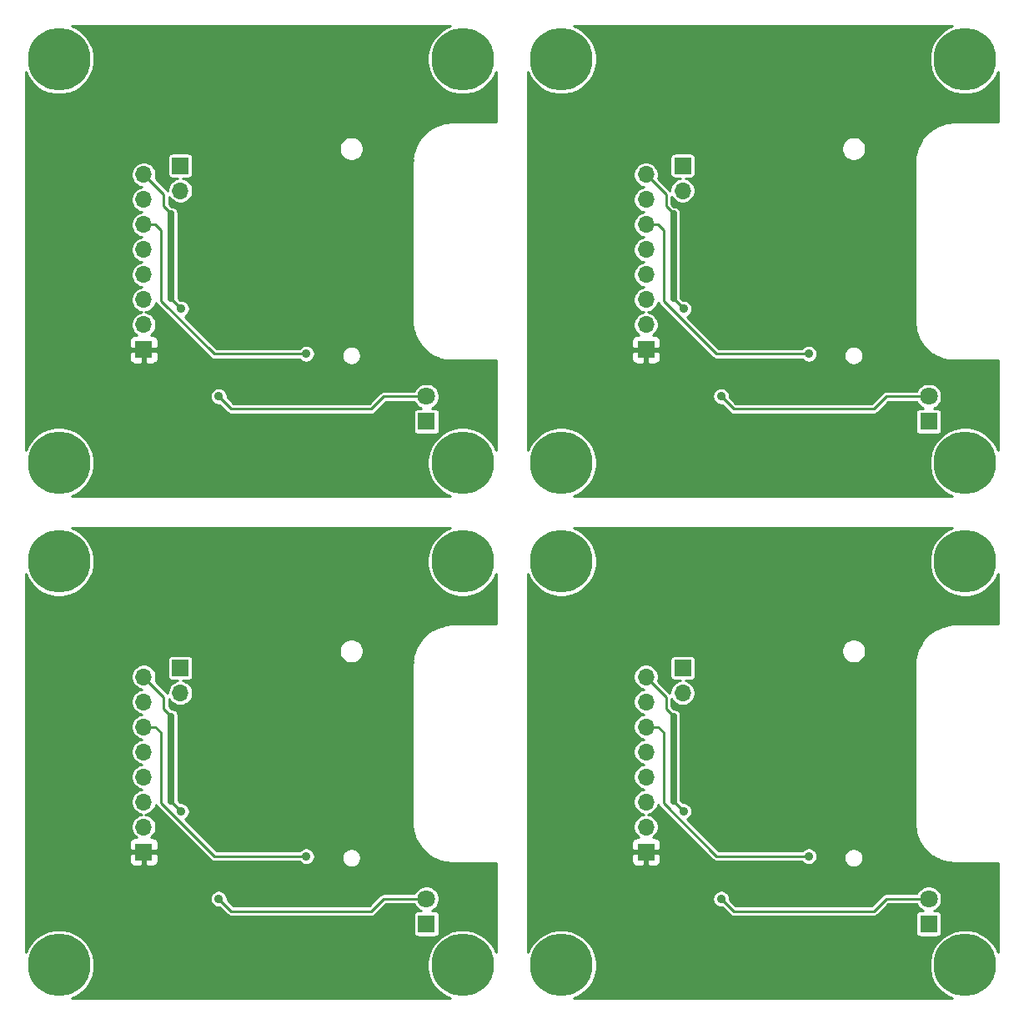
<source format=gbl>
%MOIN*%
%OFA0B0*%
%FSLAX46Y46*%
%IPPOS*%
%LPD*%
%ADD10C,0.25*%
%ADD11R,0.070866141732283464X0.070866141732283464*%
%ADD12C,0.070866141732283464*%
%ADD13R,0.066929133858267723X0.066929133858267723*%
%ADD14O,0.066929133858267723X0.066929133858267723*%
%ADD15C,0.035*%
%ADD16C,0.01*%
%ADD17C,0.025*%
%ADD18C,0.005905511811023622*%
%ADD29C,0.25*%
%ADD30R,0.070866141732283464X0.070866141732283464*%
%ADD31C,0.070866141732283464*%
%ADD32R,0.066929133858267723X0.066929133858267723*%
%ADD33O,0.066929133858267723X0.066929133858267723*%
%ADD34C,0.035*%
%ADD35C,0.01*%
%ADD36C,0.025*%
%ADD37C,0.005905511811023622*%
%ADD38C,0.25*%
%ADD39R,0.070866141732283464X0.070866141732283464*%
%ADD40C,0.070866141732283464*%
%ADD41R,0.066929133858267723X0.066929133858267723*%
%ADD42O,0.066929133858267723X0.066929133858267723*%
%ADD43C,0.035*%
%ADD44C,0.01*%
%ADD45C,0.025*%
%ADD46C,0.005905511811023622*%
%ADD47C,0.25*%
%ADD48R,0.070866141732283464X0.070866141732283464*%
%ADD49C,0.070866141732283464*%
%ADD50R,0.066929133858267723X0.066929133858267723*%
%ADD51O,0.066929133858267723X0.066929133858267723*%
%ADD52C,0.035*%
%ADD53C,0.01*%
%ADD54C,0.025*%
%ADD55C,0.005905511811023622*%
G01*
D10*
X-0000393700Y0002322834D02*
X0000157480Y0000157480D03*
X0001771653Y0000157480D03*
X0001771653Y0001771653D03*
X0000157480Y0001771653D03*
D11*
X0001626299Y0000322834D03*
D12*
X0001626299Y0000422834D03*
D13*
X0000496062Y0000610236D03*
D14*
X0000496062Y0000710236D03*
X0000496062Y0000810236D03*
X0000496062Y0000910236D03*
X0000496062Y0001010236D03*
X0000496062Y0001110236D03*
X0000496062Y0001210236D03*
X0000496062Y0001310236D03*
D13*
X0000642716Y0001345472D03*
D14*
X0000642716Y0001245472D03*
D15*
X0001157480Y0001110236D03*
X0001287401Y0001559055D03*
X0001287401Y0000437007D03*
X0001149606Y0000807082D03*
X0000925196Y0001122047D03*
X0001056299Y0001552834D03*
X0000876299Y0001552834D03*
X0000696299Y0001562834D03*
X0000506299Y0001532834D03*
X0000646299Y0000772834D03*
X0000796299Y0000422834D03*
X0001146299Y0000592834D03*
D16*
X0000646299Y0000772834D02*
X0000606299Y0000812834D01*
X0000606299Y0001152834D02*
X0000576299Y0001182834D01*
X0000576299Y0001230000D02*
X0000496062Y0001310236D01*
X0000576299Y0001182834D02*
X0000576299Y0001230000D01*
D17*
X0000606299Y0001152834D02*
X0000606299Y0000812834D01*
D16*
X0001626299Y0000422834D02*
X0001456299Y0000422834D01*
X0001456299Y0000422834D02*
X0001406299Y0000372834D01*
X0000846299Y0000372834D02*
X0000796299Y0000422834D01*
X0001406299Y0000372834D02*
X0000846299Y0000372834D01*
X0000543389Y0001110236D02*
X0000566299Y0001087326D01*
X0000496062Y0001110236D02*
X0000543389Y0001110236D01*
X0000566299Y0000804734D02*
X0000778199Y0000592834D01*
X0000566299Y0001087326D02*
X0000566299Y0000804734D01*
X0000778199Y0000592834D02*
X0001146299Y0000592834D01*
X0001704391Y0001897492D02*
X0001681133Y0001881952D01*
X0001661354Y0001862173D01*
X0001645814Y0001838915D01*
X0001635110Y0001813073D01*
X0001629653Y0001785639D01*
X0001629653Y0001757667D01*
X0001635110Y0001730233D01*
X0001645814Y0001704391D01*
X0001661354Y0001681133D01*
X0001681133Y0001661354D01*
X0001704391Y0001645814D01*
X0001730233Y0001635110D01*
X0001757667Y0001629653D01*
X0001785639Y0001629653D01*
X0001813073Y0001635110D01*
X0001838915Y0001645814D01*
X0001862173Y0001661354D01*
X0001881952Y0001681133D01*
X0001897492Y0001704391D01*
X0001904633Y0001721632D01*
X0001904633Y0001520562D01*
X0001731079Y0001520562D01*
X0001729961Y0001520452D01*
X0001729100Y0001520458D01*
X0001728760Y0001520425D01*
X0001702014Y0001517614D01*
X0001699838Y0001517167D01*
X0001697658Y0001516751D01*
X0001697331Y0001516652D01*
X0001671640Y0001508700D01*
X0001669594Y0001507840D01*
X0001667534Y0001507008D01*
X0001667232Y0001506847D01*
X0001643576Y0001494056D01*
X0001641735Y0001492814D01*
X0001639877Y0001491598D01*
X0001639612Y0001491382D01*
X0001618891Y0001474240D01*
X0001617325Y0001472664D01*
X0001615739Y0001471111D01*
X0001615521Y0001470847D01*
X0001598524Y0001450007D01*
X0001597295Y0001448156D01*
X0001596041Y0001446325D01*
X0001595878Y0001446024D01*
X0001583253Y0001422279D01*
X0001582407Y0001420227D01*
X0001581532Y0001418185D01*
X0001581431Y0001417858D01*
X0001573658Y0001392113D01*
X0001573226Y0001389932D01*
X0001572765Y0001387763D01*
X0001572729Y0001387423D01*
X0001572268Y0001382721D01*
X0001570962Y0001381153D01*
X0001570411Y0001380342D01*
X0001570029Y0001379440D01*
X0001569831Y0001378480D01*
X0001569810Y0001377689D01*
X0001570496Y0001364649D01*
X0001570105Y0001360658D01*
X0001570105Y0001360658D01*
X0001569988Y0001359473D01*
X0001569920Y0000725933D01*
X0001569930Y0000725832D01*
X0001569976Y0000720157D01*
X0001570117Y0000718829D01*
X0001570143Y0000717493D01*
X0001570186Y0000717154D01*
X0001573613Y0000691161D01*
X0001574117Y0000688999D01*
X0001574591Y0000686829D01*
X0001574698Y0000686504D01*
X0001583109Y0000661672D01*
X0001584024Y0000659648D01*
X0001584910Y0000657612D01*
X0001585078Y0000657315D01*
X0001598152Y0000634589D01*
X0001599442Y0000632783D01*
X0001600707Y0000630956D01*
X0001600930Y0000630697D01*
X0001618169Y0000610944D01*
X0001619787Y0000609421D01*
X0001621381Y0000607877D01*
X0001621650Y0000607666D01*
X0001642398Y0000591637D01*
X0001644278Y0000590458D01*
X0001646144Y0000589252D01*
X0001646449Y0000589097D01*
X0001669915Y0000577404D01*
X0001671990Y0000576612D01*
X0001674052Y0000575792D01*
X0001674382Y0000575699D01*
X0001699672Y0000568786D01*
X0001701862Y0000568412D01*
X0001704044Y0000568009D01*
X0001704385Y0000567982D01*
X0001730208Y0000566136D01*
X0001731079Y0000566051D01*
X0001904633Y0000566051D01*
X0001904633Y0000207501D01*
X0001897492Y0000224742D01*
X0001881952Y0000248000D01*
X0001862173Y0000267778D01*
X0001838915Y0000283319D01*
X0001813073Y0000294023D01*
X0001785639Y0000299480D01*
X0001757667Y0000299480D01*
X0001730233Y0000294023D01*
X0001704391Y0000283319D01*
X0001681133Y0000267778D01*
X0001661354Y0000248000D01*
X0001645814Y0000224742D01*
X0001635110Y0000198900D01*
X0001629653Y0000171466D01*
X0001629653Y0000143494D01*
X0001635110Y0000116060D01*
X0001645814Y0000090218D01*
X0001661354Y0000066960D01*
X0001681133Y0000047181D01*
X0001704391Y0000031641D01*
X0001721632Y0000024500D01*
X0000207501Y0000024500D01*
X0000224742Y0000031641D01*
X0000248000Y0000047181D01*
X0000267778Y0000066960D01*
X0000283319Y0000090218D01*
X0000294023Y0000116060D01*
X0000299480Y0000143494D01*
X0000299480Y0000171466D01*
X0000294023Y0000198900D01*
X0000283319Y0000224742D01*
X0000267778Y0000248000D01*
X0000248000Y0000267778D01*
X0000224742Y0000283319D01*
X0000198900Y0000294023D01*
X0000171466Y0000299480D01*
X0000143494Y0000299480D01*
X0000116060Y0000294023D01*
X0000090218Y0000283319D01*
X0000066960Y0000267778D01*
X0000047181Y0000248000D01*
X0000031641Y0000224742D01*
X0000024499Y0000207501D01*
X0000024499Y0000426232D01*
X0000761799Y0000426232D01*
X0000761799Y0000419436D01*
X0000763125Y0000412771D01*
X0000765725Y0000406492D01*
X0000769501Y0000400842D01*
X0000774306Y0000396036D01*
X0000779957Y0000392261D01*
X0000786235Y0000389660D01*
X0000792901Y0000388334D01*
X0000799686Y0000388334D01*
X0000829978Y0000358042D01*
X0000830667Y0000357203D01*
X0000834017Y0000354453D01*
X0000837839Y0000352410D01*
X0000841986Y0000351152D01*
X0000845218Y0000350834D01*
X0000845218Y0000350834D01*
X0000846299Y0000350728D01*
X0000847379Y0000350834D01*
X0001405218Y0000350834D01*
X0001406299Y0000350728D01*
X0001407379Y0000350834D01*
X0001407379Y0000350834D01*
X0001410611Y0000351152D01*
X0001414758Y0000352410D01*
X0001418580Y0000354453D01*
X0001421930Y0000357203D01*
X0001422619Y0000358042D01*
X0001465411Y0000400834D01*
X0001578658Y0000400834D01*
X0001579833Y0000397998D01*
X0001585571Y0000389410D01*
X0001592875Y0000382107D01*
X0001601462Y0000376369D01*
X0001603923Y0000375349D01*
X0001590866Y0000375349D01*
X0001587533Y0000375021D01*
X0001584329Y0000374049D01*
X0001581375Y0000372471D01*
X0001578787Y0000370346D01*
X0001576662Y0000367758D01*
X0001575084Y0000364804D01*
X0001574112Y0000361600D01*
X0001573783Y0000358267D01*
X0001573783Y0000287401D01*
X0001574112Y0000284068D01*
X0001575084Y0000280864D01*
X0001576662Y0000277911D01*
X0001578787Y0000275322D01*
X0001581375Y0000273198D01*
X0001584329Y0000271619D01*
X0001587533Y0000270647D01*
X0001590866Y0000270319D01*
X0001661732Y0000270319D01*
X0001665064Y0000270647D01*
X0001668269Y0000271619D01*
X0001671222Y0000273198D01*
X0001673811Y0000275322D01*
X0001675935Y0000277911D01*
X0001677514Y0000280864D01*
X0001678486Y0000284068D01*
X0001678814Y0000287401D01*
X0001678814Y0000358267D01*
X0001678486Y0000361600D01*
X0001677514Y0000364804D01*
X0001675935Y0000367758D01*
X0001673811Y0000370346D01*
X0001671222Y0000372471D01*
X0001668269Y0000374049D01*
X0001665064Y0000375021D01*
X0001661732Y0000375349D01*
X0001648675Y0000375349D01*
X0001651135Y0000376369D01*
X0001659723Y0000382107D01*
X0001667026Y0000389410D01*
X0001672764Y0000397998D01*
X0001676717Y0000407540D01*
X0001678732Y0000417670D01*
X0001678732Y0000427998D01*
X0001676717Y0000438128D01*
X0001672764Y0000447670D01*
X0001667026Y0000456258D01*
X0001659723Y0000463562D01*
X0001651135Y0000469300D01*
X0001641593Y0000473252D01*
X0001631463Y0000475267D01*
X0001621135Y0000475267D01*
X0001611005Y0000473252D01*
X0001601462Y0000469300D01*
X0001592875Y0000463562D01*
X0001585571Y0000456258D01*
X0001579833Y0000447670D01*
X0001578658Y0000444834D01*
X0001457379Y0000444834D01*
X0001456299Y0000444941D01*
X0001455218Y0000444834D01*
X0001455218Y0000444834D01*
X0001451986Y0000444516D01*
X0001447839Y0000443258D01*
X0001444017Y0000441215D01*
X0001440667Y0000438466D01*
X0001439978Y0000437626D01*
X0001397186Y0000394834D01*
X0000855411Y0000394834D01*
X0000830799Y0000419447D01*
X0000830799Y0000426232D01*
X0000829473Y0000432897D01*
X0000826872Y0000439176D01*
X0000823097Y0000444827D01*
X0000818291Y0000449632D01*
X0000812641Y0000453408D01*
X0000806362Y0000456008D01*
X0000799697Y0000457334D01*
X0000792901Y0000457334D01*
X0000786235Y0000456008D01*
X0000779957Y0000453408D01*
X0000774306Y0000449632D01*
X0000769501Y0000444827D01*
X0000765725Y0000439176D01*
X0000763125Y0000432897D01*
X0000761799Y0000426232D01*
X0000024499Y0000426232D01*
X0000024499Y0000576771D01*
X0000437477Y0000576771D01*
X0000437960Y0000571870D01*
X0000439389Y0000567158D01*
X0000441711Y0000562815D01*
X0000444835Y0000559008D01*
X0000448641Y0000555884D01*
X0000452985Y0000553562D01*
X0000457697Y0000552133D01*
X0000462598Y0000551650D01*
X0000484812Y0000551771D01*
X0000491062Y0000558021D01*
X0000491062Y0000605236D01*
X0000501062Y0000605236D01*
X0000501062Y0000558021D01*
X0000507312Y0000551771D01*
X0000529527Y0000551650D01*
X0000534428Y0000552133D01*
X0000539140Y0000553562D01*
X0000543483Y0000555884D01*
X0000547290Y0000559008D01*
X0000550414Y0000562815D01*
X0000552736Y0000567158D01*
X0000554165Y0000571870D01*
X0000554648Y0000576771D01*
X0000554527Y0000598986D01*
X0000548277Y0000605236D01*
X0000501062Y0000605236D01*
X0000491062Y0000605236D01*
X0000443848Y0000605236D01*
X0000437598Y0000598986D01*
X0000437477Y0000576771D01*
X0000024499Y0000576771D01*
X0000024499Y0000643700D01*
X0000437477Y0000643700D01*
X0000437598Y0000621486D01*
X0000443848Y0000615236D01*
X0000491062Y0000615236D01*
X0000491062Y0000616023D01*
X0000501062Y0000616023D01*
X0000501062Y0000615236D01*
X0000548277Y0000615236D01*
X0000554527Y0000621486D01*
X0000554648Y0000643700D01*
X0000554165Y0000648601D01*
X0000552736Y0000653314D01*
X0000550414Y0000657657D01*
X0000547290Y0000661463D01*
X0000543483Y0000664588D01*
X0000539140Y0000666909D01*
X0000534428Y0000668339D01*
X0000529527Y0000668821D01*
X0000524877Y0000668796D01*
X0000528232Y0000671037D01*
X0000535261Y0000678066D01*
X0000540784Y0000686332D01*
X0000544588Y0000695516D01*
X0000546527Y0000705265D01*
X0000546527Y0000715206D01*
X0000544588Y0000724956D01*
X0000540784Y0000734140D01*
X0000535261Y0000742405D01*
X0000528232Y0000749434D01*
X0000519966Y0000754957D01*
X0000510782Y0000758761D01*
X0000503368Y0000760236D01*
X0000510782Y0000761710D01*
X0000519966Y0000765515D01*
X0000528232Y0000771037D01*
X0000535261Y0000778066D01*
X0000540784Y0000786332D01*
X0000544588Y0000795516D01*
X0000545189Y0000798537D01*
X0000545875Y0000796274D01*
X0000545875Y0000796274D01*
X0000547918Y0000792452D01*
X0000550667Y0000789102D01*
X0000551506Y0000788414D01*
X0000761878Y0000578042D01*
X0000762567Y0000577203D01*
X0000765917Y0000574453D01*
X0000769739Y0000572410D01*
X0000773886Y0000571152D01*
X0000777118Y0000570834D01*
X0000777118Y0000570834D01*
X0000778199Y0000570728D01*
X0000779279Y0000570834D01*
X0001119508Y0000570834D01*
X0001124306Y0000566036D01*
X0001129957Y0000562261D01*
X0001136235Y0000559660D01*
X0001142901Y0000558334D01*
X0001149697Y0000558334D01*
X0001156362Y0000559660D01*
X0001162641Y0000562261D01*
X0001168291Y0000566036D01*
X0001173097Y0000570842D01*
X0001176872Y0000576492D01*
X0001179473Y0000582771D01*
X0001180799Y0000589436D01*
X0001180799Y0000590145D01*
X0001287645Y0000590145D01*
X0001287645Y0000582531D01*
X0001289131Y0000575063D01*
X0001292044Y0000568029D01*
X0001296275Y0000561698D01*
X0001301659Y0000556314D01*
X0001307989Y0000552084D01*
X0001315024Y0000549170D01*
X0001322492Y0000547685D01*
X0001330106Y0000547685D01*
X0001337574Y0000549170D01*
X0001344608Y0000552084D01*
X0001350939Y0000556314D01*
X0001356323Y0000561698D01*
X0001360553Y0000568029D01*
X0001363467Y0000575063D01*
X0001364952Y0000582531D01*
X0001364952Y0000590145D01*
X0001363467Y0000597613D01*
X0001360553Y0000604647D01*
X0001356323Y0000610978D01*
X0001350939Y0000616362D01*
X0001344608Y0000620592D01*
X0001337574Y0000623506D01*
X0001330106Y0000624992D01*
X0001322492Y0000624992D01*
X0001315024Y0000623506D01*
X0001307989Y0000620592D01*
X0001301659Y0000616362D01*
X0001296275Y0000610978D01*
X0001292044Y0000604647D01*
X0001289131Y0000597613D01*
X0001287645Y0000590145D01*
X0001180799Y0000590145D01*
X0001180799Y0000596232D01*
X0001179473Y0000602897D01*
X0001176872Y0000609176D01*
X0001173097Y0000614827D01*
X0001168291Y0000619632D01*
X0001162641Y0000623408D01*
X0001156362Y0000626008D01*
X0001149697Y0000627334D01*
X0001142901Y0000627334D01*
X0001136235Y0000626008D01*
X0001129957Y0000623408D01*
X0001124306Y0000619632D01*
X0001119508Y0000614834D01*
X0000787311Y0000614834D01*
X0000660692Y0000741453D01*
X0000662641Y0000742261D01*
X0000668291Y0000746036D01*
X0000673097Y0000750842D01*
X0000676872Y0000756492D01*
X0000679473Y0000762771D01*
X0000680799Y0000769436D01*
X0000680799Y0000776232D01*
X0000679473Y0000782897D01*
X0000676872Y0000789176D01*
X0000673097Y0000794827D01*
X0000668291Y0000799632D01*
X0000662641Y0000803408D01*
X0000656362Y0000806008D01*
X0000649697Y0000807334D01*
X0000642911Y0000807334D01*
X0000635799Y0000814447D01*
X0000635799Y0001154283D01*
X0000635372Y0001158617D01*
X0000633685Y0001164178D01*
X0000630946Y0001169303D01*
X0000627259Y0001173795D01*
X0000622767Y0001177481D01*
X0000617642Y0001180220D01*
X0000612082Y0001181907D01*
X0000607929Y0001182316D01*
X0000598299Y0001191947D01*
X0000598299Y0001221113D01*
X0000603518Y0001213303D01*
X0000610547Y0001206274D01*
X0000618812Y0001200751D01*
X0000627996Y0001196947D01*
X0000637746Y0001195007D01*
X0000647686Y0001195007D01*
X0000657436Y0001196947D01*
X0000666620Y0001200751D01*
X0000674885Y0001206274D01*
X0000681914Y0001213303D01*
X0000687437Y0001221568D01*
X0000691241Y0001230752D01*
X0000693181Y0001240502D01*
X0000693181Y0001250442D01*
X0000691241Y0001260192D01*
X0000687437Y0001269376D01*
X0000681914Y0001277641D01*
X0000674885Y0001284670D01*
X0000666620Y0001290193D01*
X0000657436Y0001293997D01*
X0000652771Y0001294925D01*
X0000676181Y0001294925D01*
X0000679513Y0001295253D01*
X0000682718Y0001296225D01*
X0000685671Y0001297804D01*
X0000688260Y0001299928D01*
X0000690384Y0001302517D01*
X0000691963Y0001305470D01*
X0000692935Y0001308675D01*
X0000693263Y0001312007D01*
X0000693263Y0001378936D01*
X0000692935Y0001382269D01*
X0000691963Y0001385474D01*
X0000690384Y0001388427D01*
X0000688260Y0001391015D01*
X0000685671Y0001393140D01*
X0000682718Y0001394718D01*
X0000679513Y0001395690D01*
X0000676181Y0001396019D01*
X0000609251Y0001396019D01*
X0000605919Y0001395690D01*
X0000602714Y0001394718D01*
X0000599761Y0001393140D01*
X0000597173Y0001391015D01*
X0000595048Y0001388427D01*
X0000593470Y0001385474D01*
X0000592497Y0001382269D01*
X0000592169Y0001378936D01*
X0000592169Y0001312007D01*
X0000592497Y0001308675D01*
X0000593470Y0001305470D01*
X0000595048Y0001302517D01*
X0000597173Y0001299928D01*
X0000599761Y0001297804D01*
X0000602714Y0001296225D01*
X0000605919Y0001295253D01*
X0000609251Y0001294925D01*
X0000632661Y0001294925D01*
X0000627996Y0001293997D01*
X0000618812Y0001290193D01*
X0000610547Y0001284670D01*
X0000603518Y0001277641D01*
X0000597995Y0001269376D01*
X0000594191Y0001260192D01*
X0000592252Y0001250442D01*
X0000592252Y0001245240D01*
X0000591930Y0001245631D01*
X0000591091Y0001246320D01*
X0000543799Y0001293612D01*
X0000544588Y0001295516D01*
X0000546527Y0001305265D01*
X0000546527Y0001315206D01*
X0000544588Y0001324956D01*
X0000540784Y0001334140D01*
X0000535261Y0001342405D01*
X0000528232Y0001349434D01*
X0000519966Y0001354957D01*
X0000510782Y0001358761D01*
X0000501033Y0001360700D01*
X0000491092Y0001360700D01*
X0000481343Y0001358761D01*
X0000472159Y0001354957D01*
X0000463893Y0001349434D01*
X0000456864Y0001342405D01*
X0000451341Y0001334140D01*
X0000447537Y0001324956D01*
X0000445598Y0001315206D01*
X0000445598Y0001305265D01*
X0000447537Y0001295516D01*
X0000451341Y0001286332D01*
X0000456864Y0001278066D01*
X0000463893Y0001271037D01*
X0000472159Y0001265515D01*
X0000481343Y0001261710D01*
X0000488757Y0001260236D01*
X0000481343Y0001258761D01*
X0000472159Y0001254957D01*
X0000463893Y0001249434D01*
X0000456864Y0001242405D01*
X0000451341Y0001234140D01*
X0000447537Y0001224956D01*
X0000445598Y0001215206D01*
X0000445598Y0001205265D01*
X0000447537Y0001195516D01*
X0000451341Y0001186332D01*
X0000456864Y0001178066D01*
X0000463893Y0001171037D01*
X0000472159Y0001165515D01*
X0000481343Y0001161710D01*
X0000488757Y0001160236D01*
X0000481343Y0001158761D01*
X0000472159Y0001154957D01*
X0000463893Y0001149434D01*
X0000456864Y0001142405D01*
X0000451341Y0001134140D01*
X0000447537Y0001124956D01*
X0000445598Y0001115206D01*
X0000445598Y0001105265D01*
X0000447537Y0001095516D01*
X0000451341Y0001086332D01*
X0000456864Y0001078066D01*
X0000463893Y0001071037D01*
X0000472159Y0001065515D01*
X0000481343Y0001061710D01*
X0000488757Y0001060236D01*
X0000481343Y0001058761D01*
X0000472159Y0001054957D01*
X0000463893Y0001049434D01*
X0000456864Y0001042405D01*
X0000451341Y0001034140D01*
X0000447537Y0001024956D01*
X0000445598Y0001015206D01*
X0000445598Y0001005265D01*
X0000447537Y0000995516D01*
X0000451341Y0000986332D01*
X0000456864Y0000978066D01*
X0000463893Y0000971037D01*
X0000472159Y0000965515D01*
X0000481343Y0000961710D01*
X0000488757Y0000960236D01*
X0000481343Y0000958761D01*
X0000472159Y0000954957D01*
X0000463893Y0000949434D01*
X0000456864Y0000942405D01*
X0000451341Y0000934140D01*
X0000447537Y0000924956D01*
X0000445598Y0000915206D01*
X0000445598Y0000905265D01*
X0000447537Y0000895516D01*
X0000451341Y0000886332D01*
X0000456864Y0000878066D01*
X0000463893Y0000871037D01*
X0000472159Y0000865515D01*
X0000481343Y0000861710D01*
X0000488757Y0000860236D01*
X0000481343Y0000858761D01*
X0000472159Y0000854957D01*
X0000463893Y0000849434D01*
X0000456864Y0000842405D01*
X0000451341Y0000834140D01*
X0000447537Y0000824956D01*
X0000445598Y0000815206D01*
X0000445598Y0000805265D01*
X0000447537Y0000795516D01*
X0000451341Y0000786332D01*
X0000456864Y0000778066D01*
X0000463893Y0000771037D01*
X0000472159Y0000765515D01*
X0000481343Y0000761710D01*
X0000488757Y0000760236D01*
X0000481343Y0000758761D01*
X0000472159Y0000754957D01*
X0000463893Y0000749434D01*
X0000456864Y0000742405D01*
X0000451341Y0000734140D01*
X0000447537Y0000724956D01*
X0000445598Y0000715206D01*
X0000445598Y0000705265D01*
X0000447537Y0000695516D01*
X0000451341Y0000686332D01*
X0000456864Y0000678066D01*
X0000463893Y0000671037D01*
X0000467248Y0000668796D01*
X0000462598Y0000668821D01*
X0000457697Y0000668339D01*
X0000452985Y0000666909D01*
X0000448641Y0000664588D01*
X0000444835Y0000661463D01*
X0000441711Y0000657657D01*
X0000439389Y0000653314D01*
X0000437960Y0000648601D01*
X0000437477Y0000643700D01*
X0000024499Y0000643700D01*
X0000024499Y0001417886D01*
X0001277803Y0001417886D01*
X0001277803Y0001408333D01*
X0001279666Y0001398964D01*
X0001283322Y0001390138D01*
X0001288629Y0001382195D01*
X0001295384Y0001375440D01*
X0001303327Y0001370133D01*
X0001312153Y0001366477D01*
X0001321522Y0001364614D01*
X0001331075Y0001364614D01*
X0001340445Y0001366477D01*
X0001349270Y0001370133D01*
X0001357213Y0001375440D01*
X0001363968Y0001382195D01*
X0001369275Y0001390138D01*
X0001372931Y0001398964D01*
X0001374795Y0001408333D01*
X0001374795Y0001417886D01*
X0001372931Y0001427256D01*
X0001369275Y0001436081D01*
X0001363968Y0001444024D01*
X0001357213Y0001450779D01*
X0001349270Y0001456086D01*
X0001340445Y0001459742D01*
X0001331075Y0001461606D01*
X0001321522Y0001461606D01*
X0001312153Y0001459742D01*
X0001303327Y0001456086D01*
X0001295384Y0001450779D01*
X0001288629Y0001444024D01*
X0001283322Y0001436081D01*
X0001279666Y0001427256D01*
X0001277803Y0001417886D01*
X0000024499Y0001417886D01*
X0000024499Y0001721632D01*
X0000031641Y0001704391D01*
X0000047181Y0001681133D01*
X0000066960Y0001661354D01*
X0000090218Y0001645814D01*
X0000116060Y0001635110D01*
X0000143494Y0001629653D01*
X0000171466Y0001629653D01*
X0000198900Y0001635110D01*
X0000224742Y0001645814D01*
X0000248000Y0001661354D01*
X0000267778Y0001681133D01*
X0000283319Y0001704391D01*
X0000294023Y0001730233D01*
X0000299480Y0001757667D01*
X0000299480Y0001785639D01*
X0000294023Y0001813073D01*
X0000283319Y0001838915D01*
X0000267778Y0001862173D01*
X0000248000Y0001881952D01*
X0000224742Y0001897492D01*
X0000207501Y0001904633D01*
X0001721632Y0001904633D01*
X0001704391Y0001897492D01*
D18*
G36*
X0001704391Y0001897492D02*
G01*
X0001681133Y0001881952D01*
X0001661354Y0001862173D01*
X0001645814Y0001838915D01*
X0001635110Y0001813073D01*
X0001629653Y0001785639D01*
X0001629653Y0001757667D01*
X0001635110Y0001730233D01*
X0001645814Y0001704391D01*
X0001661354Y0001681133D01*
X0001681133Y0001661354D01*
X0001704391Y0001645814D01*
X0001730233Y0001635110D01*
X0001757667Y0001629653D01*
X0001785639Y0001629653D01*
X0001813073Y0001635110D01*
X0001838915Y0001645814D01*
X0001862173Y0001661354D01*
X0001881952Y0001681133D01*
X0001897492Y0001704391D01*
X0001904633Y0001721632D01*
X0001904633Y0001520562D01*
X0001731079Y0001520562D01*
X0001729961Y0001520452D01*
X0001729100Y0001520458D01*
X0001728760Y0001520425D01*
X0001702014Y0001517614D01*
X0001699838Y0001517167D01*
X0001697658Y0001516751D01*
X0001697331Y0001516652D01*
X0001671640Y0001508700D01*
X0001669594Y0001507840D01*
X0001667534Y0001507008D01*
X0001667232Y0001506847D01*
X0001643576Y0001494056D01*
X0001641735Y0001492814D01*
X0001639877Y0001491598D01*
X0001639612Y0001491382D01*
X0001618891Y0001474240D01*
X0001617325Y0001472664D01*
X0001615739Y0001471111D01*
X0001615521Y0001470847D01*
X0001598524Y0001450007D01*
X0001597295Y0001448156D01*
X0001596041Y0001446325D01*
X0001595878Y0001446024D01*
X0001583253Y0001422279D01*
X0001582407Y0001420227D01*
X0001581532Y0001418185D01*
X0001581431Y0001417858D01*
X0001573658Y0001392113D01*
X0001573226Y0001389932D01*
X0001572765Y0001387763D01*
X0001572729Y0001387423D01*
X0001572268Y0001382721D01*
X0001570962Y0001381153D01*
X0001570411Y0001380342D01*
X0001570029Y0001379440D01*
X0001569831Y0001378480D01*
X0001569810Y0001377689D01*
X0001570496Y0001364649D01*
X0001570105Y0001360658D01*
X0001570105Y0001360658D01*
X0001569988Y0001359473D01*
X0001569920Y0000725933D01*
X0001569930Y0000725832D01*
X0001569976Y0000720157D01*
X0001570117Y0000718829D01*
X0001570143Y0000717493D01*
X0001570186Y0000717154D01*
X0001573613Y0000691161D01*
X0001574117Y0000688999D01*
X0001574591Y0000686829D01*
X0001574698Y0000686504D01*
X0001583109Y0000661672D01*
X0001584024Y0000659648D01*
X0001584910Y0000657612D01*
X0001585078Y0000657315D01*
X0001598152Y0000634589D01*
X0001599442Y0000632783D01*
X0001600707Y0000630956D01*
X0001600930Y0000630697D01*
X0001618169Y0000610944D01*
X0001619787Y0000609421D01*
X0001621381Y0000607877D01*
X0001621650Y0000607666D01*
X0001642398Y0000591637D01*
X0001644278Y0000590458D01*
X0001646144Y0000589252D01*
X0001646449Y0000589097D01*
X0001669915Y0000577404D01*
X0001671990Y0000576612D01*
X0001674052Y0000575792D01*
X0001674382Y0000575699D01*
X0001699672Y0000568786D01*
X0001701862Y0000568412D01*
X0001704044Y0000568009D01*
X0001704385Y0000567982D01*
X0001730208Y0000566136D01*
X0001731079Y0000566051D01*
X0001904633Y0000566051D01*
X0001904633Y0000207501D01*
X0001897492Y0000224742D01*
X0001881952Y0000248000D01*
X0001862173Y0000267778D01*
X0001838915Y0000283319D01*
X0001813073Y0000294023D01*
X0001785639Y0000299480D01*
X0001757667Y0000299480D01*
X0001730233Y0000294023D01*
X0001704391Y0000283319D01*
X0001681133Y0000267778D01*
X0001661354Y0000248000D01*
X0001645814Y0000224742D01*
X0001635110Y0000198900D01*
X0001629653Y0000171466D01*
X0001629653Y0000143494D01*
X0001635110Y0000116060D01*
X0001645814Y0000090218D01*
X0001661354Y0000066960D01*
X0001681133Y0000047181D01*
X0001704391Y0000031641D01*
X0001721632Y0000024500D01*
X0000207501Y0000024500D01*
X0000224742Y0000031641D01*
X0000248000Y0000047181D01*
X0000267778Y0000066960D01*
X0000283319Y0000090218D01*
X0000294023Y0000116060D01*
X0000299480Y0000143494D01*
X0000299480Y0000171466D01*
X0000294023Y0000198900D01*
X0000283319Y0000224742D01*
X0000267778Y0000248000D01*
X0000248000Y0000267778D01*
X0000224742Y0000283319D01*
X0000198900Y0000294023D01*
X0000171466Y0000299480D01*
X0000143494Y0000299480D01*
X0000116060Y0000294023D01*
X0000090218Y0000283319D01*
X0000066960Y0000267778D01*
X0000047181Y0000248000D01*
X0000031641Y0000224742D01*
X0000024499Y0000207501D01*
X0000024499Y0000426232D01*
X0000761799Y0000426232D01*
X0000761799Y0000419436D01*
X0000763125Y0000412771D01*
X0000765725Y0000406492D01*
X0000769501Y0000400842D01*
X0000774306Y0000396036D01*
X0000779957Y0000392261D01*
X0000786235Y0000389660D01*
X0000792901Y0000388334D01*
X0000799686Y0000388334D01*
X0000829978Y0000358042D01*
X0000830667Y0000357203D01*
X0000834017Y0000354453D01*
X0000837839Y0000352410D01*
X0000841986Y0000351152D01*
X0000845218Y0000350834D01*
X0000845218Y0000350834D01*
X0000846299Y0000350728D01*
X0000847379Y0000350834D01*
X0001405218Y0000350834D01*
X0001406299Y0000350728D01*
X0001407379Y0000350834D01*
X0001407379Y0000350834D01*
X0001410611Y0000351152D01*
X0001414758Y0000352410D01*
X0001418580Y0000354453D01*
X0001421930Y0000357203D01*
X0001422619Y0000358042D01*
X0001465411Y0000400834D01*
X0001578658Y0000400834D01*
X0001579833Y0000397998D01*
X0001585571Y0000389410D01*
X0001592875Y0000382107D01*
X0001601462Y0000376369D01*
X0001603923Y0000375349D01*
X0001590866Y0000375349D01*
X0001587533Y0000375021D01*
X0001584329Y0000374049D01*
X0001581375Y0000372471D01*
X0001578787Y0000370346D01*
X0001576662Y0000367758D01*
X0001575084Y0000364804D01*
X0001574112Y0000361600D01*
X0001573783Y0000358267D01*
X0001573783Y0000287401D01*
X0001574112Y0000284068D01*
X0001575084Y0000280864D01*
X0001576662Y0000277911D01*
X0001578787Y0000275322D01*
X0001581375Y0000273198D01*
X0001584329Y0000271619D01*
X0001587533Y0000270647D01*
X0001590866Y0000270319D01*
X0001661732Y0000270319D01*
X0001665064Y0000270647D01*
X0001668269Y0000271619D01*
X0001671222Y0000273198D01*
X0001673811Y0000275322D01*
X0001675935Y0000277911D01*
X0001677514Y0000280864D01*
X0001678486Y0000284068D01*
X0001678814Y0000287401D01*
X0001678814Y0000358267D01*
X0001678486Y0000361600D01*
X0001677514Y0000364804D01*
X0001675935Y0000367758D01*
X0001673811Y0000370346D01*
X0001671222Y0000372471D01*
X0001668269Y0000374049D01*
X0001665064Y0000375021D01*
X0001661732Y0000375349D01*
X0001648675Y0000375349D01*
X0001651135Y0000376369D01*
X0001659723Y0000382107D01*
X0001667026Y0000389410D01*
X0001672764Y0000397998D01*
X0001676717Y0000407540D01*
X0001678732Y0000417670D01*
X0001678732Y0000427998D01*
X0001676717Y0000438128D01*
X0001672764Y0000447670D01*
X0001667026Y0000456258D01*
X0001659723Y0000463562D01*
X0001651135Y0000469300D01*
X0001641593Y0000473252D01*
X0001631463Y0000475267D01*
X0001621135Y0000475267D01*
X0001611005Y0000473252D01*
X0001601462Y0000469300D01*
X0001592875Y0000463562D01*
X0001585571Y0000456258D01*
X0001579833Y0000447670D01*
X0001578658Y0000444834D01*
X0001457379Y0000444834D01*
X0001456299Y0000444941D01*
X0001455218Y0000444834D01*
X0001455218Y0000444834D01*
X0001451986Y0000444516D01*
X0001447839Y0000443258D01*
X0001444017Y0000441215D01*
X0001440667Y0000438466D01*
X0001439978Y0000437626D01*
X0001397186Y0000394834D01*
X0000855411Y0000394834D01*
X0000830799Y0000419447D01*
X0000830799Y0000426232D01*
X0000829473Y0000432897D01*
X0000826872Y0000439176D01*
X0000823097Y0000444827D01*
X0000818291Y0000449632D01*
X0000812641Y0000453408D01*
X0000806362Y0000456008D01*
X0000799697Y0000457334D01*
X0000792901Y0000457334D01*
X0000786235Y0000456008D01*
X0000779957Y0000453408D01*
X0000774306Y0000449632D01*
X0000769501Y0000444827D01*
X0000765725Y0000439176D01*
X0000763125Y0000432897D01*
X0000761799Y0000426232D01*
X0000024499Y0000426232D01*
X0000024499Y0000576771D01*
X0000437477Y0000576771D01*
X0000437960Y0000571870D01*
X0000439389Y0000567158D01*
X0000441711Y0000562815D01*
X0000444835Y0000559008D01*
X0000448641Y0000555884D01*
X0000452985Y0000553562D01*
X0000457697Y0000552133D01*
X0000462598Y0000551650D01*
X0000484812Y0000551771D01*
X0000491062Y0000558021D01*
X0000491062Y0000605236D01*
X0000501062Y0000605236D01*
X0000501062Y0000558021D01*
X0000507312Y0000551771D01*
X0000529527Y0000551650D01*
X0000534428Y0000552133D01*
X0000539140Y0000553562D01*
X0000543483Y0000555884D01*
X0000547290Y0000559008D01*
X0000550414Y0000562815D01*
X0000552736Y0000567158D01*
X0000554165Y0000571870D01*
X0000554648Y0000576771D01*
X0000554527Y0000598986D01*
X0000548277Y0000605236D01*
X0000501062Y0000605236D01*
X0000491062Y0000605236D01*
X0000443848Y0000605236D01*
X0000437598Y0000598986D01*
X0000437477Y0000576771D01*
X0000024499Y0000576771D01*
X0000024499Y0000643700D01*
X0000437477Y0000643700D01*
X0000437598Y0000621486D01*
X0000443848Y0000615236D01*
X0000491062Y0000615236D01*
X0000491062Y0000616023D01*
X0000501062Y0000616023D01*
X0000501062Y0000615236D01*
X0000548277Y0000615236D01*
X0000554527Y0000621486D01*
X0000554648Y0000643700D01*
X0000554165Y0000648601D01*
X0000552736Y0000653314D01*
X0000550414Y0000657657D01*
X0000547290Y0000661463D01*
X0000543483Y0000664588D01*
X0000539140Y0000666909D01*
X0000534428Y0000668339D01*
X0000529527Y0000668821D01*
X0000524877Y0000668796D01*
X0000528232Y0000671037D01*
X0000535261Y0000678066D01*
X0000540784Y0000686332D01*
X0000544588Y0000695516D01*
X0000546527Y0000705265D01*
X0000546527Y0000715206D01*
X0000544588Y0000724956D01*
X0000540784Y0000734140D01*
X0000535261Y0000742405D01*
X0000528232Y0000749434D01*
X0000519966Y0000754957D01*
X0000510782Y0000758761D01*
X0000503368Y0000760236D01*
X0000510782Y0000761710D01*
X0000519966Y0000765515D01*
X0000528232Y0000771037D01*
X0000535261Y0000778066D01*
X0000540784Y0000786332D01*
X0000544588Y0000795516D01*
X0000545189Y0000798537D01*
X0000545875Y0000796274D01*
X0000545875Y0000796274D01*
X0000547918Y0000792452D01*
X0000550667Y0000789102D01*
X0000551506Y0000788414D01*
X0000761878Y0000578042D01*
X0000762567Y0000577203D01*
X0000765917Y0000574453D01*
X0000769739Y0000572410D01*
X0000773886Y0000571152D01*
X0000777118Y0000570834D01*
X0000777118Y0000570834D01*
X0000778199Y0000570728D01*
X0000779279Y0000570834D01*
X0001119508Y0000570834D01*
X0001124306Y0000566036D01*
X0001129957Y0000562261D01*
X0001136235Y0000559660D01*
X0001142901Y0000558334D01*
X0001149697Y0000558334D01*
X0001156362Y0000559660D01*
X0001162641Y0000562261D01*
X0001168291Y0000566036D01*
X0001173097Y0000570842D01*
X0001176872Y0000576492D01*
X0001179473Y0000582771D01*
X0001180799Y0000589436D01*
X0001180799Y0000590145D01*
X0001287645Y0000590145D01*
X0001287645Y0000582531D01*
X0001289131Y0000575063D01*
X0001292044Y0000568029D01*
X0001296275Y0000561698D01*
X0001301659Y0000556314D01*
X0001307989Y0000552084D01*
X0001315024Y0000549170D01*
X0001322492Y0000547685D01*
X0001330106Y0000547685D01*
X0001337574Y0000549170D01*
X0001344608Y0000552084D01*
X0001350939Y0000556314D01*
X0001356323Y0000561698D01*
X0001360553Y0000568029D01*
X0001363467Y0000575063D01*
X0001364952Y0000582531D01*
X0001364952Y0000590145D01*
X0001363467Y0000597613D01*
X0001360553Y0000604647D01*
X0001356323Y0000610978D01*
X0001350939Y0000616362D01*
X0001344608Y0000620592D01*
X0001337574Y0000623506D01*
X0001330106Y0000624992D01*
X0001322492Y0000624992D01*
X0001315024Y0000623506D01*
X0001307989Y0000620592D01*
X0001301659Y0000616362D01*
X0001296275Y0000610978D01*
X0001292044Y0000604647D01*
X0001289131Y0000597613D01*
X0001287645Y0000590145D01*
X0001180799Y0000590145D01*
X0001180799Y0000596232D01*
X0001179473Y0000602897D01*
X0001176872Y0000609176D01*
X0001173097Y0000614827D01*
X0001168291Y0000619632D01*
X0001162641Y0000623408D01*
X0001156362Y0000626008D01*
X0001149697Y0000627334D01*
X0001142901Y0000627334D01*
X0001136235Y0000626008D01*
X0001129957Y0000623408D01*
X0001124306Y0000619632D01*
X0001119508Y0000614834D01*
X0000787311Y0000614834D01*
X0000660692Y0000741453D01*
X0000662641Y0000742261D01*
X0000668291Y0000746036D01*
X0000673097Y0000750842D01*
X0000676872Y0000756492D01*
X0000679473Y0000762771D01*
X0000680799Y0000769436D01*
X0000680799Y0000776232D01*
X0000679473Y0000782897D01*
X0000676872Y0000789176D01*
X0000673097Y0000794827D01*
X0000668291Y0000799632D01*
X0000662641Y0000803408D01*
X0000656362Y0000806008D01*
X0000649697Y0000807334D01*
X0000642911Y0000807334D01*
X0000635799Y0000814447D01*
X0000635799Y0001154283D01*
X0000635372Y0001158617D01*
X0000633685Y0001164178D01*
X0000630946Y0001169303D01*
X0000627259Y0001173795D01*
X0000622767Y0001177481D01*
X0000617642Y0001180220D01*
X0000612082Y0001181907D01*
X0000607929Y0001182316D01*
X0000598299Y0001191947D01*
X0000598299Y0001221113D01*
X0000603518Y0001213303D01*
X0000610547Y0001206274D01*
X0000618812Y0001200751D01*
X0000627996Y0001196947D01*
X0000637746Y0001195007D01*
X0000647686Y0001195007D01*
X0000657436Y0001196947D01*
X0000666620Y0001200751D01*
X0000674885Y0001206274D01*
X0000681914Y0001213303D01*
X0000687437Y0001221568D01*
X0000691241Y0001230752D01*
X0000693181Y0001240502D01*
X0000693181Y0001250442D01*
X0000691241Y0001260192D01*
X0000687437Y0001269376D01*
X0000681914Y0001277641D01*
X0000674885Y0001284670D01*
X0000666620Y0001290193D01*
X0000657436Y0001293997D01*
X0000652771Y0001294925D01*
X0000676181Y0001294925D01*
X0000679513Y0001295253D01*
X0000682718Y0001296225D01*
X0000685671Y0001297804D01*
X0000688260Y0001299928D01*
X0000690384Y0001302517D01*
X0000691963Y0001305470D01*
X0000692935Y0001308675D01*
X0000693263Y0001312007D01*
X0000693263Y0001378936D01*
X0000692935Y0001382269D01*
X0000691963Y0001385474D01*
X0000690384Y0001388427D01*
X0000688260Y0001391015D01*
X0000685671Y0001393140D01*
X0000682718Y0001394718D01*
X0000679513Y0001395690D01*
X0000676181Y0001396019D01*
X0000609251Y0001396019D01*
X0000605919Y0001395690D01*
X0000602714Y0001394718D01*
X0000599761Y0001393140D01*
X0000597173Y0001391015D01*
X0000595048Y0001388427D01*
X0000593470Y0001385474D01*
X0000592497Y0001382269D01*
X0000592169Y0001378936D01*
X0000592169Y0001312007D01*
X0000592497Y0001308675D01*
X0000593470Y0001305470D01*
X0000595048Y0001302517D01*
X0000597173Y0001299928D01*
X0000599761Y0001297804D01*
X0000602714Y0001296225D01*
X0000605919Y0001295253D01*
X0000609251Y0001294925D01*
X0000632661Y0001294925D01*
X0000627996Y0001293997D01*
X0000618812Y0001290193D01*
X0000610547Y0001284670D01*
X0000603518Y0001277641D01*
X0000597995Y0001269376D01*
X0000594191Y0001260192D01*
X0000592252Y0001250442D01*
X0000592252Y0001245240D01*
X0000591930Y0001245631D01*
X0000591091Y0001246320D01*
X0000543799Y0001293612D01*
X0000544588Y0001295516D01*
X0000546527Y0001305265D01*
X0000546527Y0001315206D01*
X0000544588Y0001324956D01*
X0000540784Y0001334140D01*
X0000535261Y0001342405D01*
X0000528232Y0001349434D01*
X0000519966Y0001354957D01*
X0000510782Y0001358761D01*
X0000501033Y0001360700D01*
X0000491092Y0001360700D01*
X0000481343Y0001358761D01*
X0000472159Y0001354957D01*
X0000463893Y0001349434D01*
X0000456864Y0001342405D01*
X0000451341Y0001334140D01*
X0000447537Y0001324956D01*
X0000445598Y0001315206D01*
X0000445598Y0001305265D01*
X0000447537Y0001295516D01*
X0000451341Y0001286332D01*
X0000456864Y0001278066D01*
X0000463893Y0001271037D01*
X0000472159Y0001265515D01*
X0000481343Y0001261710D01*
X0000488757Y0001260236D01*
X0000481343Y0001258761D01*
X0000472159Y0001254957D01*
X0000463893Y0001249434D01*
X0000456864Y0001242405D01*
X0000451341Y0001234140D01*
X0000447537Y0001224956D01*
X0000445598Y0001215206D01*
X0000445598Y0001205265D01*
X0000447537Y0001195516D01*
X0000451341Y0001186332D01*
X0000456864Y0001178066D01*
X0000463893Y0001171037D01*
X0000472159Y0001165515D01*
X0000481343Y0001161710D01*
X0000488757Y0001160236D01*
X0000481343Y0001158761D01*
X0000472159Y0001154957D01*
X0000463893Y0001149434D01*
X0000456864Y0001142405D01*
X0000451341Y0001134140D01*
X0000447537Y0001124956D01*
X0000445598Y0001115206D01*
X0000445598Y0001105265D01*
X0000447537Y0001095516D01*
X0000451341Y0001086332D01*
X0000456864Y0001078066D01*
X0000463893Y0001071037D01*
X0000472159Y0001065515D01*
X0000481343Y0001061710D01*
X0000488757Y0001060236D01*
X0000481343Y0001058761D01*
X0000472159Y0001054957D01*
X0000463893Y0001049434D01*
X0000456864Y0001042405D01*
X0000451341Y0001034140D01*
X0000447537Y0001024956D01*
X0000445598Y0001015206D01*
X0000445598Y0001005265D01*
X0000447537Y0000995516D01*
X0000451341Y0000986332D01*
X0000456864Y0000978066D01*
X0000463893Y0000971037D01*
X0000472159Y0000965515D01*
X0000481343Y0000961710D01*
X0000488757Y0000960236D01*
X0000481343Y0000958761D01*
X0000472159Y0000954957D01*
X0000463893Y0000949434D01*
X0000456864Y0000942405D01*
X0000451341Y0000934140D01*
X0000447537Y0000924956D01*
X0000445598Y0000915206D01*
X0000445598Y0000905265D01*
X0000447537Y0000895516D01*
X0000451341Y0000886332D01*
X0000456864Y0000878066D01*
X0000463893Y0000871037D01*
X0000472159Y0000865515D01*
X0000481343Y0000861710D01*
X0000488757Y0000860236D01*
X0000481343Y0000858761D01*
X0000472159Y0000854957D01*
X0000463893Y0000849434D01*
X0000456864Y0000842405D01*
X0000451341Y0000834140D01*
X0000447537Y0000824956D01*
X0000445598Y0000815206D01*
X0000445598Y0000805265D01*
X0000447537Y0000795516D01*
X0000451341Y0000786332D01*
X0000456864Y0000778066D01*
X0000463893Y0000771037D01*
X0000472159Y0000765515D01*
X0000481343Y0000761710D01*
X0000488757Y0000760236D01*
X0000481343Y0000758761D01*
X0000472159Y0000754957D01*
X0000463893Y0000749434D01*
X0000456864Y0000742405D01*
X0000451341Y0000734140D01*
X0000447537Y0000724956D01*
X0000445598Y0000715206D01*
X0000445598Y0000705265D01*
X0000447537Y0000695516D01*
X0000451341Y0000686332D01*
X0000456864Y0000678066D01*
X0000463893Y0000671037D01*
X0000467248Y0000668796D01*
X0000462598Y0000668821D01*
X0000457697Y0000668339D01*
X0000452985Y0000666909D01*
X0000448641Y0000664588D01*
X0000444835Y0000661463D01*
X0000441711Y0000657657D01*
X0000439389Y0000653314D01*
X0000437960Y0000648601D01*
X0000437477Y0000643700D01*
X0000024499Y0000643700D01*
X0000024499Y0001417886D01*
X0001277803Y0001417886D01*
X0001277803Y0001408333D01*
X0001279666Y0001398964D01*
X0001283322Y0001390138D01*
X0001288629Y0001382195D01*
X0001295384Y0001375440D01*
X0001303327Y0001370133D01*
X0001312153Y0001366477D01*
X0001321522Y0001364614D01*
X0001331075Y0001364614D01*
X0001340445Y0001366477D01*
X0001349270Y0001370133D01*
X0001357213Y0001375440D01*
X0001363968Y0001382195D01*
X0001369275Y0001390138D01*
X0001372931Y0001398964D01*
X0001374795Y0001408333D01*
X0001374795Y0001417886D01*
X0001372931Y0001427256D01*
X0001369275Y0001436081D01*
X0001363968Y0001444024D01*
X0001357213Y0001450779D01*
X0001349270Y0001456086D01*
X0001340445Y0001459742D01*
X0001331075Y0001461606D01*
X0001321522Y0001461606D01*
X0001312153Y0001459742D01*
X0001303327Y0001456086D01*
X0001295384Y0001450779D01*
X0001288629Y0001444024D01*
X0001283322Y0001436081D01*
X0001279666Y0001427256D01*
X0001277803Y0001417886D01*
X0000024499Y0001417886D01*
X0000024499Y0001721632D01*
X0000031641Y0001704391D01*
X0000047181Y0001681133D01*
X0000066960Y0001661354D01*
X0000090218Y0001645814D01*
X0000116060Y0001635110D01*
X0000143494Y0001629653D01*
X0000171466Y0001629653D01*
X0000198900Y0001635110D01*
X0000224742Y0001645814D01*
X0000248000Y0001661354D01*
X0000267778Y0001681133D01*
X0000283319Y0001704391D01*
X0000294023Y0001730233D01*
X0000299480Y0001757667D01*
X0000299480Y0001785639D01*
X0000294023Y0001813073D01*
X0000283319Y0001838915D01*
X0000267778Y0001862173D01*
X0000248000Y0001881952D01*
X0000224742Y0001897492D01*
X0000207501Y0001904633D01*
X0001721632Y0001904633D01*
X0001704391Y0001897492D01*
G37*
G04 next file*
G04 #@! TF.GenerationSoftware,KiCad,Pcbnew,(5.1.10)-1*
G04 #@! TF.CreationDate,2021-09-22T18:41:59-04:00*
G04 #@! TF.ProjectId,SD_CARD_X49,53445f43-4152-4445-9f58-34392e6b6963,1*
G04 #@! TF.SameCoordinates,Original*
G04 #@! TF.FileFunction,Copper,L2,Bot*
G04 #@! TF.FilePolarity,Positive*
G04 Gerber Fmt 4.6, Leading zero omitted, Abs format (unit mm)*
G04 Created by KiCad (PCBNEW (5.1.10)-1) date 2021-09-22 18:41:59*
G01*
G04 APERTURE LIST*
G04 #@! TA.AperFunction,ComponentPad*
G04 #@! TD*
G04 #@! TA.AperFunction,ComponentPad*
G04 #@! TD*
G04 #@! TA.AperFunction,ComponentPad*
G04 #@! TD*
G04 #@! TA.AperFunction,ComponentPad*
G04 #@! TD*
G04 #@! TA.AperFunction,ComponentPad*
G04 #@! TD*
G04 #@! TA.AperFunction,ViaPad*
G04 #@! TD*
G04 #@! TA.AperFunction,Conductor*
G04 #@! TD*
G04 #@! TA.AperFunction,Conductor*
G04 #@! TD*
G04 #@! TA.AperFunction,Conductor*
G04 #@! TD*
G04 APERTURE END LIST*
D29*
X0001614173Y0002322834D02*
X0002165354Y0000157480D03*
X0003779527Y0000157480D03*
X0003779527Y0001771653D03*
X0002165354Y0001771653D03*
D30*
X0003634173Y0000322834D03*
D31*
X0003634173Y0000422834D03*
D32*
X0002503937Y0000610236D03*
D33*
X0002503937Y0000710236D03*
X0002503937Y0000810236D03*
X0002503937Y0000910236D03*
X0002503937Y0001010236D03*
X0002503937Y0001110236D03*
X0002503937Y0001210236D03*
X0002503937Y0001310236D03*
D32*
X0002650590Y0001345472D03*
D33*
X0002650590Y0001245472D03*
D34*
X0003165354Y0001110236D03*
X0003295275Y0001559055D03*
X0003295275Y0000437007D03*
X0003157480Y0000807082D03*
X0002933070Y0001122047D03*
X0003064173Y0001552834D03*
X0002884173Y0001552834D03*
X0002704173Y0001562834D03*
X0002514173Y0001532834D03*
X0002654173Y0000772834D03*
X0002804173Y0000422834D03*
X0003154173Y0000592834D03*
D35*
X0002654173Y0000772834D02*
X0002614173Y0000812834D01*
X0002614173Y0001152834D02*
X0002584173Y0001182834D01*
X0002584173Y0001230000D02*
X0002503937Y0001310236D01*
X0002584173Y0001182834D02*
X0002584173Y0001230000D01*
D36*
X0002614173Y0001152834D02*
X0002614173Y0000812834D01*
D35*
X0003634173Y0000422834D02*
X0003464173Y0000422834D01*
X0003464173Y0000422834D02*
X0003414173Y0000372834D01*
X0002854173Y0000372834D02*
X0002804173Y0000422834D01*
X0003414173Y0000372834D02*
X0002854173Y0000372834D01*
X0002551263Y0001110236D02*
X0002574173Y0001087326D01*
X0002503937Y0001110236D02*
X0002551263Y0001110236D01*
X0002574173Y0000804734D02*
X0002786073Y0000592834D01*
X0002574173Y0001087326D02*
X0002574173Y0000804734D01*
X0002786073Y0000592834D02*
X0003154173Y0000592834D01*
X0003712265Y0001897492D02*
X0003689007Y0001881952D01*
X0003669228Y0001862173D01*
X0003653688Y0001838915D01*
X0003642984Y0001813073D01*
X0003637527Y0001785639D01*
X0003637527Y0001757667D01*
X0003642984Y0001730233D01*
X0003653688Y0001704391D01*
X0003669228Y0001681133D01*
X0003689007Y0001661354D01*
X0003712265Y0001645814D01*
X0003738107Y0001635110D01*
X0003765541Y0001629653D01*
X0003793513Y0001629653D01*
X0003820947Y0001635110D01*
X0003846789Y0001645814D01*
X0003870047Y0001661354D01*
X0003889826Y0001681133D01*
X0003905366Y0001704391D01*
X0003912507Y0001721632D01*
X0003912507Y0001520562D01*
X0003738953Y0001520562D01*
X0003737835Y0001520452D01*
X0003736974Y0001520458D01*
X0003736634Y0001520425D01*
X0003709888Y0001517614D01*
X0003707712Y0001517167D01*
X0003705532Y0001516751D01*
X0003705205Y0001516652D01*
X0003679514Y0001508700D01*
X0003677468Y0001507840D01*
X0003675408Y0001507008D01*
X0003675106Y0001506847D01*
X0003651450Y0001494056D01*
X0003649609Y0001492814D01*
X0003647751Y0001491598D01*
X0003647486Y0001491382D01*
X0003626765Y0001474240D01*
X0003625199Y0001472664D01*
X0003623613Y0001471111D01*
X0003623395Y0001470847D01*
X0003606398Y0001450007D01*
X0003605169Y0001448156D01*
X0003603915Y0001446325D01*
X0003603752Y0001446024D01*
X0003591127Y0001422279D01*
X0003590281Y0001420227D01*
X0003589406Y0001418185D01*
X0003589305Y0001417858D01*
X0003581532Y0001392113D01*
X0003581100Y0001389932D01*
X0003580639Y0001387763D01*
X0003580603Y0001387423D01*
X0003580142Y0001382721D01*
X0003578836Y0001381153D01*
X0003578285Y0001380342D01*
X0003577903Y0001379440D01*
X0003577705Y0001378480D01*
X0003577684Y0001377689D01*
X0003578370Y0001364649D01*
X0003577979Y0001360658D01*
X0003577979Y0001360658D01*
X0003577862Y0001359473D01*
X0003577794Y0000725933D01*
X0003577804Y0000725832D01*
X0003577850Y0000720157D01*
X0003577991Y0000718829D01*
X0003578017Y0000717493D01*
X0003578060Y0000717154D01*
X0003581487Y0000691161D01*
X0003581991Y0000688999D01*
X0003582465Y0000686829D01*
X0003582572Y0000686504D01*
X0003590983Y0000661672D01*
X0003591898Y0000659648D01*
X0003592784Y0000657612D01*
X0003592952Y0000657315D01*
X0003606026Y0000634589D01*
X0003607316Y0000632783D01*
X0003608581Y0000630956D01*
X0003608804Y0000630697D01*
X0003626043Y0000610944D01*
X0003627661Y0000609421D01*
X0003629255Y0000607877D01*
X0003629524Y0000607666D01*
X0003650272Y0000591637D01*
X0003652152Y0000590458D01*
X0003654018Y0000589252D01*
X0003654323Y0000589097D01*
X0003677789Y0000577404D01*
X0003679864Y0000576612D01*
X0003681926Y0000575792D01*
X0003682256Y0000575699D01*
X0003707546Y0000568786D01*
X0003709736Y0000568412D01*
X0003711918Y0000568009D01*
X0003712259Y0000567982D01*
X0003738082Y0000566136D01*
X0003738953Y0000566051D01*
X0003912507Y0000566051D01*
X0003912507Y0000207501D01*
X0003905366Y0000224742D01*
X0003889826Y0000248000D01*
X0003870047Y0000267778D01*
X0003846789Y0000283319D01*
X0003820947Y0000294023D01*
X0003793513Y0000299480D01*
X0003765541Y0000299480D01*
X0003738107Y0000294023D01*
X0003712265Y0000283319D01*
X0003689007Y0000267778D01*
X0003669228Y0000248000D01*
X0003653688Y0000224742D01*
X0003642984Y0000198900D01*
X0003637527Y0000171466D01*
X0003637527Y0000143494D01*
X0003642984Y0000116060D01*
X0003653688Y0000090218D01*
X0003669228Y0000066960D01*
X0003689007Y0000047181D01*
X0003712265Y0000031641D01*
X0003729506Y0000024500D01*
X0002215375Y0000024500D01*
X0002232616Y0000031641D01*
X0002255874Y0000047181D01*
X0002275652Y0000066960D01*
X0002291193Y0000090218D01*
X0002301897Y0000116060D01*
X0002307354Y0000143494D01*
X0002307354Y0000171466D01*
X0002301897Y0000198900D01*
X0002291193Y0000224742D01*
X0002275652Y0000248000D01*
X0002255874Y0000267778D01*
X0002232616Y0000283319D01*
X0002206774Y0000294023D01*
X0002179340Y0000299480D01*
X0002151368Y0000299480D01*
X0002123934Y0000294023D01*
X0002098092Y0000283319D01*
X0002074834Y0000267778D01*
X0002055055Y0000248000D01*
X0002039515Y0000224742D01*
X0002032373Y0000207501D01*
X0002032373Y0000426232D01*
X0002769673Y0000426232D01*
X0002769673Y0000419436D01*
X0002770999Y0000412771D01*
X0002773599Y0000406492D01*
X0002777375Y0000400842D01*
X0002782180Y0000396036D01*
X0002787831Y0000392261D01*
X0002794109Y0000389660D01*
X0002800775Y0000388334D01*
X0002807560Y0000388334D01*
X0002837852Y0000358042D01*
X0002838541Y0000357203D01*
X0002841891Y0000354453D01*
X0002845713Y0000352410D01*
X0002849860Y0000351152D01*
X0002853092Y0000350834D01*
X0002853092Y0000350834D01*
X0002854173Y0000350728D01*
X0002855253Y0000350834D01*
X0003413092Y0000350834D01*
X0003414173Y0000350728D01*
X0003415253Y0000350834D01*
X0003415253Y0000350834D01*
X0003418485Y0000351152D01*
X0003422632Y0000352410D01*
X0003426454Y0000354453D01*
X0003429804Y0000357203D01*
X0003430493Y0000358042D01*
X0003473285Y0000400834D01*
X0003586532Y0000400834D01*
X0003587707Y0000397998D01*
X0003593445Y0000389410D01*
X0003600749Y0000382107D01*
X0003609336Y0000376369D01*
X0003611797Y0000375349D01*
X0003598740Y0000375349D01*
X0003595407Y0000375021D01*
X0003592203Y0000374049D01*
X0003589249Y0000372471D01*
X0003586661Y0000370346D01*
X0003584536Y0000367758D01*
X0003582958Y0000364804D01*
X0003581986Y0000361600D01*
X0003581657Y0000358267D01*
X0003581657Y0000287401D01*
X0003581986Y0000284068D01*
X0003582958Y0000280864D01*
X0003584536Y0000277911D01*
X0003586661Y0000275322D01*
X0003589249Y0000273198D01*
X0003592203Y0000271619D01*
X0003595407Y0000270647D01*
X0003598740Y0000270319D01*
X0003669606Y0000270319D01*
X0003672938Y0000270647D01*
X0003676143Y0000271619D01*
X0003679096Y0000273198D01*
X0003681685Y0000275322D01*
X0003683809Y0000277911D01*
X0003685388Y0000280864D01*
X0003686360Y0000284068D01*
X0003686688Y0000287401D01*
X0003686688Y0000358267D01*
X0003686360Y0000361600D01*
X0003685388Y0000364804D01*
X0003683809Y0000367758D01*
X0003681685Y0000370346D01*
X0003679096Y0000372471D01*
X0003676143Y0000374049D01*
X0003672938Y0000375021D01*
X0003669606Y0000375349D01*
X0003656549Y0000375349D01*
X0003659009Y0000376369D01*
X0003667597Y0000382107D01*
X0003674900Y0000389410D01*
X0003680638Y0000397998D01*
X0003684591Y0000407540D01*
X0003686606Y0000417670D01*
X0003686606Y0000427998D01*
X0003684591Y0000438128D01*
X0003680638Y0000447670D01*
X0003674900Y0000456258D01*
X0003667597Y0000463562D01*
X0003659009Y0000469300D01*
X0003649467Y0000473252D01*
X0003639337Y0000475267D01*
X0003629009Y0000475267D01*
X0003618879Y0000473252D01*
X0003609336Y0000469300D01*
X0003600749Y0000463562D01*
X0003593445Y0000456258D01*
X0003587707Y0000447670D01*
X0003586532Y0000444834D01*
X0003465253Y0000444834D01*
X0003464173Y0000444941D01*
X0003463092Y0000444834D01*
X0003463092Y0000444834D01*
X0003459860Y0000444516D01*
X0003455713Y0000443258D01*
X0003451891Y0000441215D01*
X0003448541Y0000438466D01*
X0003447852Y0000437626D01*
X0003405060Y0000394834D01*
X0002863285Y0000394834D01*
X0002838673Y0000419447D01*
X0002838673Y0000426232D01*
X0002837347Y0000432897D01*
X0002834746Y0000439176D01*
X0002830971Y0000444827D01*
X0002826165Y0000449632D01*
X0002820515Y0000453408D01*
X0002814236Y0000456008D01*
X0002807571Y0000457334D01*
X0002800775Y0000457334D01*
X0002794109Y0000456008D01*
X0002787831Y0000453408D01*
X0002782180Y0000449632D01*
X0002777375Y0000444827D01*
X0002773599Y0000439176D01*
X0002770999Y0000432897D01*
X0002769673Y0000426232D01*
X0002032373Y0000426232D01*
X0002032373Y0000576771D01*
X0002445351Y0000576771D01*
X0002445834Y0000571870D01*
X0002447263Y0000567158D01*
X0002449585Y0000562815D01*
X0002452709Y0000559008D01*
X0002456515Y0000555884D01*
X0002460859Y0000553562D01*
X0002465571Y0000552133D01*
X0002470472Y0000551650D01*
X0002492687Y0000551771D01*
X0002498937Y0000558021D01*
X0002498937Y0000605236D01*
X0002508937Y0000605236D01*
X0002508937Y0000558021D01*
X0002515187Y0000551771D01*
X0002537401Y0000551650D01*
X0002542302Y0000552133D01*
X0002547014Y0000553562D01*
X0002551358Y0000555884D01*
X0002555164Y0000559008D01*
X0002558288Y0000562815D01*
X0002560610Y0000567158D01*
X0002562039Y0000571870D01*
X0002562522Y0000576771D01*
X0002562401Y0000598986D01*
X0002556151Y0000605236D01*
X0002508937Y0000605236D01*
X0002498937Y0000605236D01*
X0002451722Y0000605236D01*
X0002445472Y0000598986D01*
X0002445351Y0000576771D01*
X0002032373Y0000576771D01*
X0002032373Y0000643700D01*
X0002445351Y0000643700D01*
X0002445472Y0000621486D01*
X0002451722Y0000615236D01*
X0002498937Y0000615236D01*
X0002498937Y0000616023D01*
X0002508937Y0000616023D01*
X0002508937Y0000615236D01*
X0002556151Y0000615236D01*
X0002562401Y0000621486D01*
X0002562522Y0000643700D01*
X0002562039Y0000648601D01*
X0002560610Y0000653314D01*
X0002558288Y0000657657D01*
X0002555164Y0000661463D01*
X0002551358Y0000664588D01*
X0002547014Y0000666909D01*
X0002542302Y0000668339D01*
X0002537401Y0000668821D01*
X0002532751Y0000668796D01*
X0002536106Y0000671037D01*
X0002543135Y0000678066D01*
X0002548658Y0000686332D01*
X0002552462Y0000695516D01*
X0002554401Y0000705265D01*
X0002554401Y0000715206D01*
X0002552462Y0000724956D01*
X0002548658Y0000734140D01*
X0002543135Y0000742405D01*
X0002536106Y0000749434D01*
X0002527840Y0000754957D01*
X0002518656Y0000758761D01*
X0002511242Y0000760236D01*
X0002518656Y0000761710D01*
X0002527840Y0000765515D01*
X0002536106Y0000771037D01*
X0002543135Y0000778066D01*
X0002548658Y0000786332D01*
X0002552462Y0000795516D01*
X0002553063Y0000798537D01*
X0002553749Y0000796274D01*
X0002553749Y0000796274D01*
X0002555792Y0000792452D01*
X0002558541Y0000789102D01*
X0002559380Y0000788414D01*
X0002769752Y0000578042D01*
X0002770441Y0000577203D01*
X0002773791Y0000574453D01*
X0002777613Y0000572410D01*
X0002781760Y0000571152D01*
X0002784992Y0000570834D01*
X0002784992Y0000570834D01*
X0002786073Y0000570728D01*
X0002787153Y0000570834D01*
X0003127382Y0000570834D01*
X0003132180Y0000566036D01*
X0003137831Y0000562261D01*
X0003144109Y0000559660D01*
X0003150775Y0000558334D01*
X0003157571Y0000558334D01*
X0003164236Y0000559660D01*
X0003170515Y0000562261D01*
X0003176165Y0000566036D01*
X0003180971Y0000570842D01*
X0003184746Y0000576492D01*
X0003187347Y0000582771D01*
X0003188673Y0000589436D01*
X0003188673Y0000590145D01*
X0003295519Y0000590145D01*
X0003295519Y0000582531D01*
X0003297005Y0000575063D01*
X0003299918Y0000568029D01*
X0003304149Y0000561698D01*
X0003309533Y0000556314D01*
X0003315863Y0000552084D01*
X0003322898Y0000549170D01*
X0003330366Y0000547685D01*
X0003337980Y0000547685D01*
X0003345448Y0000549170D01*
X0003352482Y0000552084D01*
X0003358813Y0000556314D01*
X0003364197Y0000561698D01*
X0003368427Y0000568029D01*
X0003371341Y0000575063D01*
X0003372826Y0000582531D01*
X0003372826Y0000590145D01*
X0003371341Y0000597613D01*
X0003368427Y0000604647D01*
X0003364197Y0000610978D01*
X0003358813Y0000616362D01*
X0003352482Y0000620592D01*
X0003345448Y0000623506D01*
X0003337980Y0000624992D01*
X0003330366Y0000624992D01*
X0003322898Y0000623506D01*
X0003315863Y0000620592D01*
X0003309533Y0000616362D01*
X0003304149Y0000610978D01*
X0003299918Y0000604647D01*
X0003297005Y0000597613D01*
X0003295519Y0000590145D01*
X0003188673Y0000590145D01*
X0003188673Y0000596232D01*
X0003187347Y0000602897D01*
X0003184746Y0000609176D01*
X0003180971Y0000614827D01*
X0003176165Y0000619632D01*
X0003170515Y0000623408D01*
X0003164236Y0000626008D01*
X0003157571Y0000627334D01*
X0003150775Y0000627334D01*
X0003144109Y0000626008D01*
X0003137831Y0000623408D01*
X0003132180Y0000619632D01*
X0003127382Y0000614834D01*
X0002795185Y0000614834D01*
X0002668566Y0000741453D01*
X0002670515Y0000742261D01*
X0002676165Y0000746036D01*
X0002680971Y0000750842D01*
X0002684746Y0000756492D01*
X0002687347Y0000762771D01*
X0002688673Y0000769436D01*
X0002688673Y0000776232D01*
X0002687347Y0000782897D01*
X0002684746Y0000789176D01*
X0002680971Y0000794827D01*
X0002676165Y0000799632D01*
X0002670515Y0000803408D01*
X0002664236Y0000806008D01*
X0002657571Y0000807334D01*
X0002650785Y0000807334D01*
X0002643673Y0000814447D01*
X0002643673Y0001154283D01*
X0002643246Y0001158617D01*
X0002641559Y0001164178D01*
X0002638820Y0001169303D01*
X0002635133Y0001173795D01*
X0002630641Y0001177481D01*
X0002625516Y0001180220D01*
X0002619956Y0001181907D01*
X0002615803Y0001182316D01*
X0002606173Y0001191947D01*
X0002606173Y0001221113D01*
X0002611392Y0001213303D01*
X0002618421Y0001206274D01*
X0002626686Y0001200751D01*
X0002635870Y0001196947D01*
X0002645620Y0001195007D01*
X0002655560Y0001195007D01*
X0002665310Y0001196947D01*
X0002674494Y0001200751D01*
X0002682759Y0001206274D01*
X0002689788Y0001213303D01*
X0002695311Y0001221568D01*
X0002699115Y0001230752D01*
X0002701055Y0001240502D01*
X0002701055Y0001250442D01*
X0002699115Y0001260192D01*
X0002695311Y0001269376D01*
X0002689788Y0001277641D01*
X0002682759Y0001284670D01*
X0002674494Y0001290193D01*
X0002665310Y0001293997D01*
X0002660645Y0001294925D01*
X0002684055Y0001294925D01*
X0002687387Y0001295253D01*
X0002690592Y0001296225D01*
X0002693545Y0001297804D01*
X0002696134Y0001299928D01*
X0002698258Y0001302517D01*
X0002699837Y0001305470D01*
X0002700809Y0001308675D01*
X0002701137Y0001312007D01*
X0002701137Y0001378936D01*
X0002700809Y0001382269D01*
X0002699837Y0001385474D01*
X0002698258Y0001388427D01*
X0002696134Y0001391015D01*
X0002693545Y0001393140D01*
X0002690592Y0001394718D01*
X0002687387Y0001395690D01*
X0002684055Y0001396019D01*
X0002617125Y0001396019D01*
X0002613793Y0001395690D01*
X0002610588Y0001394718D01*
X0002607635Y0001393140D01*
X0002605047Y0001391015D01*
X0002602922Y0001388427D01*
X0002601344Y0001385474D01*
X0002600371Y0001382269D01*
X0002600043Y0001378936D01*
X0002600043Y0001312007D01*
X0002600371Y0001308675D01*
X0002601344Y0001305470D01*
X0002602922Y0001302517D01*
X0002605047Y0001299928D01*
X0002607635Y0001297804D01*
X0002610588Y0001296225D01*
X0002613793Y0001295253D01*
X0002617125Y0001294925D01*
X0002640535Y0001294925D01*
X0002635870Y0001293997D01*
X0002626686Y0001290193D01*
X0002618421Y0001284670D01*
X0002611392Y0001277641D01*
X0002605869Y0001269376D01*
X0002602065Y0001260192D01*
X0002600125Y0001250442D01*
X0002600125Y0001245240D01*
X0002599804Y0001245631D01*
X0002598965Y0001246320D01*
X0002551673Y0001293612D01*
X0002552462Y0001295516D01*
X0002554401Y0001305265D01*
X0002554401Y0001315206D01*
X0002552462Y0001324956D01*
X0002548658Y0001334140D01*
X0002543135Y0001342405D01*
X0002536106Y0001349434D01*
X0002527840Y0001354957D01*
X0002518656Y0001358761D01*
X0002508907Y0001360700D01*
X0002498966Y0001360700D01*
X0002489217Y0001358761D01*
X0002480033Y0001354957D01*
X0002471767Y0001349434D01*
X0002464738Y0001342405D01*
X0002459215Y0001334140D01*
X0002455411Y0001324956D01*
X0002453472Y0001315206D01*
X0002453472Y0001305265D01*
X0002455411Y0001295516D01*
X0002459215Y0001286332D01*
X0002464738Y0001278066D01*
X0002471767Y0001271037D01*
X0002480033Y0001265515D01*
X0002489217Y0001261710D01*
X0002496631Y0001260236D01*
X0002489217Y0001258761D01*
X0002480033Y0001254957D01*
X0002471767Y0001249434D01*
X0002464738Y0001242405D01*
X0002459215Y0001234140D01*
X0002455411Y0001224956D01*
X0002453472Y0001215206D01*
X0002453472Y0001205265D01*
X0002455411Y0001195516D01*
X0002459215Y0001186332D01*
X0002464738Y0001178066D01*
X0002471767Y0001171037D01*
X0002480033Y0001165515D01*
X0002489217Y0001161710D01*
X0002496631Y0001160236D01*
X0002489217Y0001158761D01*
X0002480033Y0001154957D01*
X0002471767Y0001149434D01*
X0002464738Y0001142405D01*
X0002459215Y0001134140D01*
X0002455411Y0001124956D01*
X0002453472Y0001115206D01*
X0002453472Y0001105265D01*
X0002455411Y0001095516D01*
X0002459215Y0001086332D01*
X0002464738Y0001078066D01*
X0002471767Y0001071037D01*
X0002480033Y0001065515D01*
X0002489217Y0001061710D01*
X0002496631Y0001060236D01*
X0002489217Y0001058761D01*
X0002480033Y0001054957D01*
X0002471767Y0001049434D01*
X0002464738Y0001042405D01*
X0002459215Y0001034140D01*
X0002455411Y0001024956D01*
X0002453472Y0001015206D01*
X0002453472Y0001005265D01*
X0002455411Y0000995516D01*
X0002459215Y0000986332D01*
X0002464738Y0000978066D01*
X0002471767Y0000971037D01*
X0002480033Y0000965515D01*
X0002489217Y0000961710D01*
X0002496631Y0000960236D01*
X0002489217Y0000958761D01*
X0002480033Y0000954957D01*
X0002471767Y0000949434D01*
X0002464738Y0000942405D01*
X0002459215Y0000934140D01*
X0002455411Y0000924956D01*
X0002453472Y0000915206D01*
X0002453472Y0000905265D01*
X0002455411Y0000895516D01*
X0002459215Y0000886332D01*
X0002464738Y0000878066D01*
X0002471767Y0000871037D01*
X0002480033Y0000865515D01*
X0002489217Y0000861710D01*
X0002496631Y0000860236D01*
X0002489217Y0000858761D01*
X0002480033Y0000854957D01*
X0002471767Y0000849434D01*
X0002464738Y0000842405D01*
X0002459215Y0000834140D01*
X0002455411Y0000824956D01*
X0002453472Y0000815206D01*
X0002453472Y0000805265D01*
X0002455411Y0000795516D01*
X0002459215Y0000786332D01*
X0002464738Y0000778066D01*
X0002471767Y0000771037D01*
X0002480033Y0000765515D01*
X0002489217Y0000761710D01*
X0002496631Y0000760236D01*
X0002489217Y0000758761D01*
X0002480033Y0000754957D01*
X0002471767Y0000749434D01*
X0002464738Y0000742405D01*
X0002459215Y0000734140D01*
X0002455411Y0000724956D01*
X0002453472Y0000715206D01*
X0002453472Y0000705265D01*
X0002455411Y0000695516D01*
X0002459215Y0000686332D01*
X0002464738Y0000678066D01*
X0002471767Y0000671037D01*
X0002475122Y0000668796D01*
X0002470472Y0000668821D01*
X0002465571Y0000668339D01*
X0002460859Y0000666909D01*
X0002456515Y0000664588D01*
X0002452709Y0000661463D01*
X0002449585Y0000657657D01*
X0002447263Y0000653314D01*
X0002445834Y0000648601D01*
X0002445351Y0000643700D01*
X0002032373Y0000643700D01*
X0002032373Y0001417886D01*
X0003285677Y0001417886D01*
X0003285677Y0001408333D01*
X0003287540Y0001398964D01*
X0003291196Y0001390138D01*
X0003296503Y0001382195D01*
X0003303258Y0001375440D01*
X0003311201Y0001370133D01*
X0003320027Y0001366477D01*
X0003329396Y0001364614D01*
X0003338949Y0001364614D01*
X0003348319Y0001366477D01*
X0003357144Y0001370133D01*
X0003365087Y0001375440D01*
X0003371842Y0001382195D01*
X0003377149Y0001390138D01*
X0003380805Y0001398964D01*
X0003382669Y0001408333D01*
X0003382669Y0001417886D01*
X0003380805Y0001427256D01*
X0003377149Y0001436081D01*
X0003371842Y0001444024D01*
X0003365087Y0001450779D01*
X0003357144Y0001456086D01*
X0003348319Y0001459742D01*
X0003338949Y0001461606D01*
X0003329396Y0001461606D01*
X0003320027Y0001459742D01*
X0003311201Y0001456086D01*
X0003303258Y0001450779D01*
X0003296503Y0001444024D01*
X0003291196Y0001436081D01*
X0003287540Y0001427256D01*
X0003285677Y0001417886D01*
X0002032373Y0001417886D01*
X0002032373Y0001721632D01*
X0002039515Y0001704391D01*
X0002055055Y0001681133D01*
X0002074834Y0001661354D01*
X0002098092Y0001645814D01*
X0002123934Y0001635110D01*
X0002151368Y0001629653D01*
X0002179340Y0001629653D01*
X0002206774Y0001635110D01*
X0002232616Y0001645814D01*
X0002255874Y0001661354D01*
X0002275652Y0001681133D01*
X0002291193Y0001704391D01*
X0002301897Y0001730233D01*
X0002307354Y0001757667D01*
X0002307354Y0001785639D01*
X0002301897Y0001813073D01*
X0002291193Y0001838915D01*
X0002275652Y0001862173D01*
X0002255874Y0001881952D01*
X0002232616Y0001897492D01*
X0002215375Y0001904633D01*
X0003729506Y0001904633D01*
X0003712265Y0001897492D01*
G04 #@! TA.AperFunction,Conductor*
D37*
G36*
X0003712265Y0001897492D02*
G01*
X0003689007Y0001881952D01*
X0003669228Y0001862173D01*
X0003653688Y0001838915D01*
X0003642984Y0001813073D01*
X0003637527Y0001785639D01*
X0003637527Y0001757667D01*
X0003642984Y0001730233D01*
X0003653688Y0001704391D01*
X0003669228Y0001681133D01*
X0003689007Y0001661354D01*
X0003712265Y0001645814D01*
X0003738107Y0001635110D01*
X0003765541Y0001629653D01*
X0003793513Y0001629653D01*
X0003820947Y0001635110D01*
X0003846789Y0001645814D01*
X0003870047Y0001661354D01*
X0003889826Y0001681133D01*
X0003905366Y0001704391D01*
X0003912507Y0001721632D01*
X0003912507Y0001520562D01*
X0003738953Y0001520562D01*
X0003737835Y0001520452D01*
X0003736974Y0001520458D01*
X0003736634Y0001520425D01*
X0003709888Y0001517614D01*
X0003707712Y0001517167D01*
X0003705532Y0001516751D01*
X0003705205Y0001516652D01*
X0003679514Y0001508700D01*
X0003677468Y0001507840D01*
X0003675408Y0001507008D01*
X0003675106Y0001506847D01*
X0003651450Y0001494056D01*
X0003649609Y0001492814D01*
X0003647751Y0001491598D01*
X0003647486Y0001491382D01*
X0003626765Y0001474240D01*
X0003625199Y0001472664D01*
X0003623613Y0001471111D01*
X0003623395Y0001470847D01*
X0003606398Y0001450007D01*
X0003605169Y0001448156D01*
X0003603915Y0001446325D01*
X0003603752Y0001446024D01*
X0003591127Y0001422279D01*
X0003590281Y0001420227D01*
X0003589406Y0001418185D01*
X0003589305Y0001417858D01*
X0003581532Y0001392113D01*
X0003581100Y0001389932D01*
X0003580639Y0001387763D01*
X0003580603Y0001387423D01*
X0003580142Y0001382721D01*
X0003578836Y0001381153D01*
X0003578285Y0001380342D01*
X0003577903Y0001379440D01*
X0003577705Y0001378480D01*
X0003577684Y0001377689D01*
X0003578370Y0001364649D01*
X0003577979Y0001360658D01*
X0003577979Y0001360658D01*
X0003577862Y0001359473D01*
X0003577794Y0000725933D01*
X0003577804Y0000725832D01*
X0003577850Y0000720157D01*
X0003577991Y0000718829D01*
X0003578017Y0000717493D01*
X0003578060Y0000717154D01*
X0003581487Y0000691161D01*
X0003581991Y0000688999D01*
X0003582465Y0000686829D01*
X0003582572Y0000686504D01*
X0003590983Y0000661672D01*
X0003591898Y0000659648D01*
X0003592784Y0000657612D01*
X0003592952Y0000657315D01*
X0003606026Y0000634589D01*
X0003607316Y0000632783D01*
X0003608581Y0000630956D01*
X0003608804Y0000630697D01*
X0003626043Y0000610944D01*
X0003627661Y0000609421D01*
X0003629255Y0000607877D01*
X0003629524Y0000607666D01*
X0003650272Y0000591637D01*
X0003652152Y0000590458D01*
X0003654018Y0000589252D01*
X0003654323Y0000589097D01*
X0003677789Y0000577404D01*
X0003679864Y0000576612D01*
X0003681926Y0000575792D01*
X0003682256Y0000575699D01*
X0003707546Y0000568786D01*
X0003709736Y0000568412D01*
X0003711918Y0000568009D01*
X0003712259Y0000567982D01*
X0003738082Y0000566136D01*
X0003738953Y0000566051D01*
X0003912507Y0000566051D01*
X0003912507Y0000207501D01*
X0003905366Y0000224742D01*
X0003889826Y0000248000D01*
X0003870047Y0000267778D01*
X0003846789Y0000283319D01*
X0003820947Y0000294023D01*
X0003793513Y0000299480D01*
X0003765541Y0000299480D01*
X0003738107Y0000294023D01*
X0003712265Y0000283319D01*
X0003689007Y0000267778D01*
X0003669228Y0000248000D01*
X0003653688Y0000224742D01*
X0003642984Y0000198900D01*
X0003637527Y0000171466D01*
X0003637527Y0000143494D01*
X0003642984Y0000116060D01*
X0003653688Y0000090218D01*
X0003669228Y0000066960D01*
X0003689007Y0000047181D01*
X0003712265Y0000031641D01*
X0003729506Y0000024500D01*
X0002215375Y0000024500D01*
X0002232616Y0000031641D01*
X0002255874Y0000047181D01*
X0002275652Y0000066960D01*
X0002291193Y0000090218D01*
X0002301897Y0000116060D01*
X0002307354Y0000143494D01*
X0002307354Y0000171466D01*
X0002301897Y0000198900D01*
X0002291193Y0000224742D01*
X0002275652Y0000248000D01*
X0002255874Y0000267778D01*
X0002232616Y0000283319D01*
X0002206774Y0000294023D01*
X0002179340Y0000299480D01*
X0002151368Y0000299480D01*
X0002123934Y0000294023D01*
X0002098092Y0000283319D01*
X0002074834Y0000267778D01*
X0002055055Y0000248000D01*
X0002039515Y0000224742D01*
X0002032373Y0000207501D01*
X0002032373Y0000426232D01*
X0002769673Y0000426232D01*
X0002769673Y0000419436D01*
X0002770999Y0000412771D01*
X0002773599Y0000406492D01*
X0002777375Y0000400842D01*
X0002782180Y0000396036D01*
X0002787831Y0000392261D01*
X0002794109Y0000389660D01*
X0002800775Y0000388334D01*
X0002807560Y0000388334D01*
X0002837852Y0000358042D01*
X0002838541Y0000357203D01*
X0002841891Y0000354453D01*
X0002845713Y0000352410D01*
X0002849860Y0000351152D01*
X0002853092Y0000350834D01*
X0002853092Y0000350834D01*
X0002854173Y0000350728D01*
X0002855253Y0000350834D01*
X0003413092Y0000350834D01*
X0003414173Y0000350728D01*
X0003415253Y0000350834D01*
X0003415253Y0000350834D01*
X0003418485Y0000351152D01*
X0003422632Y0000352410D01*
X0003426454Y0000354453D01*
X0003429804Y0000357203D01*
X0003430493Y0000358042D01*
X0003473285Y0000400834D01*
X0003586532Y0000400834D01*
X0003587707Y0000397998D01*
X0003593445Y0000389410D01*
X0003600749Y0000382107D01*
X0003609336Y0000376369D01*
X0003611797Y0000375349D01*
X0003598740Y0000375349D01*
X0003595407Y0000375021D01*
X0003592203Y0000374049D01*
X0003589249Y0000372471D01*
X0003586661Y0000370346D01*
X0003584536Y0000367758D01*
X0003582958Y0000364804D01*
X0003581986Y0000361600D01*
X0003581657Y0000358267D01*
X0003581657Y0000287401D01*
X0003581986Y0000284068D01*
X0003582958Y0000280864D01*
X0003584536Y0000277911D01*
X0003586661Y0000275322D01*
X0003589249Y0000273198D01*
X0003592203Y0000271619D01*
X0003595407Y0000270647D01*
X0003598740Y0000270319D01*
X0003669606Y0000270319D01*
X0003672938Y0000270647D01*
X0003676143Y0000271619D01*
X0003679096Y0000273198D01*
X0003681685Y0000275322D01*
X0003683809Y0000277911D01*
X0003685388Y0000280864D01*
X0003686360Y0000284068D01*
X0003686688Y0000287401D01*
X0003686688Y0000358267D01*
X0003686360Y0000361600D01*
X0003685388Y0000364804D01*
X0003683809Y0000367758D01*
X0003681685Y0000370346D01*
X0003679096Y0000372471D01*
X0003676143Y0000374049D01*
X0003672938Y0000375021D01*
X0003669606Y0000375349D01*
X0003656549Y0000375349D01*
X0003659009Y0000376369D01*
X0003667597Y0000382107D01*
X0003674900Y0000389410D01*
X0003680638Y0000397998D01*
X0003684591Y0000407540D01*
X0003686606Y0000417670D01*
X0003686606Y0000427998D01*
X0003684591Y0000438128D01*
X0003680638Y0000447670D01*
X0003674900Y0000456258D01*
X0003667597Y0000463562D01*
X0003659009Y0000469300D01*
X0003649467Y0000473252D01*
X0003639337Y0000475267D01*
X0003629009Y0000475267D01*
X0003618879Y0000473252D01*
X0003609336Y0000469300D01*
X0003600749Y0000463562D01*
X0003593445Y0000456258D01*
X0003587707Y0000447670D01*
X0003586532Y0000444834D01*
X0003465253Y0000444834D01*
X0003464173Y0000444941D01*
X0003463092Y0000444834D01*
X0003463092Y0000444834D01*
X0003459860Y0000444516D01*
X0003455713Y0000443258D01*
X0003451891Y0000441215D01*
X0003448541Y0000438466D01*
X0003447852Y0000437626D01*
X0003405060Y0000394834D01*
X0002863285Y0000394834D01*
X0002838673Y0000419447D01*
X0002838673Y0000426232D01*
X0002837347Y0000432897D01*
X0002834746Y0000439176D01*
X0002830971Y0000444827D01*
X0002826165Y0000449632D01*
X0002820515Y0000453408D01*
X0002814236Y0000456008D01*
X0002807571Y0000457334D01*
X0002800775Y0000457334D01*
X0002794109Y0000456008D01*
X0002787831Y0000453408D01*
X0002782180Y0000449632D01*
X0002777375Y0000444827D01*
X0002773599Y0000439176D01*
X0002770999Y0000432897D01*
X0002769673Y0000426232D01*
X0002032373Y0000426232D01*
X0002032373Y0000576771D01*
X0002445351Y0000576771D01*
X0002445834Y0000571870D01*
X0002447263Y0000567158D01*
X0002449585Y0000562815D01*
X0002452709Y0000559008D01*
X0002456515Y0000555884D01*
X0002460859Y0000553562D01*
X0002465571Y0000552133D01*
X0002470472Y0000551650D01*
X0002492687Y0000551771D01*
X0002498937Y0000558021D01*
X0002498937Y0000605236D01*
X0002508937Y0000605236D01*
X0002508937Y0000558021D01*
X0002515187Y0000551771D01*
X0002537401Y0000551650D01*
X0002542302Y0000552133D01*
X0002547014Y0000553562D01*
X0002551358Y0000555884D01*
X0002555164Y0000559008D01*
X0002558288Y0000562815D01*
X0002560610Y0000567158D01*
X0002562039Y0000571870D01*
X0002562522Y0000576771D01*
X0002562401Y0000598986D01*
X0002556151Y0000605236D01*
X0002508937Y0000605236D01*
X0002498937Y0000605236D01*
X0002451722Y0000605236D01*
X0002445472Y0000598986D01*
X0002445351Y0000576771D01*
X0002032373Y0000576771D01*
X0002032373Y0000643700D01*
X0002445351Y0000643700D01*
X0002445472Y0000621486D01*
X0002451722Y0000615236D01*
X0002498937Y0000615236D01*
X0002498937Y0000616023D01*
X0002508937Y0000616023D01*
X0002508937Y0000615236D01*
X0002556151Y0000615236D01*
X0002562401Y0000621486D01*
X0002562522Y0000643700D01*
X0002562039Y0000648601D01*
X0002560610Y0000653314D01*
X0002558288Y0000657657D01*
X0002555164Y0000661463D01*
X0002551358Y0000664588D01*
X0002547014Y0000666909D01*
X0002542302Y0000668339D01*
X0002537401Y0000668821D01*
X0002532751Y0000668796D01*
X0002536106Y0000671037D01*
X0002543135Y0000678066D01*
X0002548658Y0000686332D01*
X0002552462Y0000695516D01*
X0002554401Y0000705265D01*
X0002554401Y0000715206D01*
X0002552462Y0000724956D01*
X0002548658Y0000734140D01*
X0002543135Y0000742405D01*
X0002536106Y0000749434D01*
X0002527840Y0000754957D01*
X0002518656Y0000758761D01*
X0002511242Y0000760236D01*
X0002518656Y0000761710D01*
X0002527840Y0000765515D01*
X0002536106Y0000771037D01*
X0002543135Y0000778066D01*
X0002548658Y0000786332D01*
X0002552462Y0000795516D01*
X0002553063Y0000798537D01*
X0002553749Y0000796274D01*
X0002553749Y0000796274D01*
X0002555792Y0000792452D01*
X0002558541Y0000789102D01*
X0002559380Y0000788414D01*
X0002769752Y0000578042D01*
X0002770441Y0000577203D01*
X0002773791Y0000574453D01*
X0002777613Y0000572410D01*
X0002781760Y0000571152D01*
X0002784992Y0000570834D01*
X0002784992Y0000570834D01*
X0002786073Y0000570728D01*
X0002787153Y0000570834D01*
X0003127382Y0000570834D01*
X0003132180Y0000566036D01*
X0003137831Y0000562261D01*
X0003144109Y0000559660D01*
X0003150775Y0000558334D01*
X0003157571Y0000558334D01*
X0003164236Y0000559660D01*
X0003170515Y0000562261D01*
X0003176165Y0000566036D01*
X0003180971Y0000570842D01*
X0003184746Y0000576492D01*
X0003187347Y0000582771D01*
X0003188673Y0000589436D01*
X0003188673Y0000590145D01*
X0003295519Y0000590145D01*
X0003295519Y0000582531D01*
X0003297005Y0000575063D01*
X0003299918Y0000568029D01*
X0003304149Y0000561698D01*
X0003309533Y0000556314D01*
X0003315863Y0000552084D01*
X0003322898Y0000549170D01*
X0003330366Y0000547685D01*
X0003337980Y0000547685D01*
X0003345448Y0000549170D01*
X0003352482Y0000552084D01*
X0003358813Y0000556314D01*
X0003364197Y0000561698D01*
X0003368427Y0000568029D01*
X0003371341Y0000575063D01*
X0003372826Y0000582531D01*
X0003372826Y0000590145D01*
X0003371341Y0000597613D01*
X0003368427Y0000604647D01*
X0003364197Y0000610978D01*
X0003358813Y0000616362D01*
X0003352482Y0000620592D01*
X0003345448Y0000623506D01*
X0003337980Y0000624992D01*
X0003330366Y0000624992D01*
X0003322898Y0000623506D01*
X0003315863Y0000620592D01*
X0003309533Y0000616362D01*
X0003304149Y0000610978D01*
X0003299918Y0000604647D01*
X0003297005Y0000597613D01*
X0003295519Y0000590145D01*
X0003188673Y0000590145D01*
X0003188673Y0000596232D01*
X0003187347Y0000602897D01*
X0003184746Y0000609176D01*
X0003180971Y0000614827D01*
X0003176165Y0000619632D01*
X0003170515Y0000623408D01*
X0003164236Y0000626008D01*
X0003157571Y0000627334D01*
X0003150775Y0000627334D01*
X0003144109Y0000626008D01*
X0003137831Y0000623408D01*
X0003132180Y0000619632D01*
X0003127382Y0000614834D01*
X0002795185Y0000614834D01*
X0002668566Y0000741453D01*
X0002670515Y0000742261D01*
X0002676165Y0000746036D01*
X0002680971Y0000750842D01*
X0002684746Y0000756492D01*
X0002687347Y0000762771D01*
X0002688673Y0000769436D01*
X0002688673Y0000776232D01*
X0002687347Y0000782897D01*
X0002684746Y0000789176D01*
X0002680971Y0000794827D01*
X0002676165Y0000799632D01*
X0002670515Y0000803408D01*
X0002664236Y0000806008D01*
X0002657571Y0000807334D01*
X0002650785Y0000807334D01*
X0002643673Y0000814447D01*
X0002643673Y0001154283D01*
X0002643246Y0001158617D01*
X0002641559Y0001164178D01*
X0002638820Y0001169303D01*
X0002635133Y0001173795D01*
X0002630641Y0001177481D01*
X0002625516Y0001180220D01*
X0002619956Y0001181907D01*
X0002615803Y0001182316D01*
X0002606173Y0001191947D01*
X0002606173Y0001221113D01*
X0002611392Y0001213303D01*
X0002618421Y0001206274D01*
X0002626686Y0001200751D01*
X0002635870Y0001196947D01*
X0002645620Y0001195007D01*
X0002655560Y0001195007D01*
X0002665310Y0001196947D01*
X0002674494Y0001200751D01*
X0002682759Y0001206274D01*
X0002689788Y0001213303D01*
X0002695311Y0001221568D01*
X0002699115Y0001230752D01*
X0002701055Y0001240502D01*
X0002701055Y0001250442D01*
X0002699115Y0001260192D01*
X0002695311Y0001269376D01*
X0002689788Y0001277641D01*
X0002682759Y0001284670D01*
X0002674494Y0001290193D01*
X0002665310Y0001293997D01*
X0002660645Y0001294925D01*
X0002684055Y0001294925D01*
X0002687387Y0001295253D01*
X0002690592Y0001296225D01*
X0002693545Y0001297804D01*
X0002696134Y0001299928D01*
X0002698258Y0001302517D01*
X0002699837Y0001305470D01*
X0002700809Y0001308675D01*
X0002701137Y0001312007D01*
X0002701137Y0001378936D01*
X0002700809Y0001382269D01*
X0002699837Y0001385474D01*
X0002698258Y0001388427D01*
X0002696134Y0001391015D01*
X0002693545Y0001393140D01*
X0002690592Y0001394718D01*
X0002687387Y0001395690D01*
X0002684055Y0001396019D01*
X0002617125Y0001396019D01*
X0002613793Y0001395690D01*
X0002610588Y0001394718D01*
X0002607635Y0001393140D01*
X0002605047Y0001391015D01*
X0002602922Y0001388427D01*
X0002601344Y0001385474D01*
X0002600371Y0001382269D01*
X0002600043Y0001378936D01*
X0002600043Y0001312007D01*
X0002600371Y0001308675D01*
X0002601344Y0001305470D01*
X0002602922Y0001302517D01*
X0002605047Y0001299928D01*
X0002607635Y0001297804D01*
X0002610588Y0001296225D01*
X0002613793Y0001295253D01*
X0002617125Y0001294925D01*
X0002640535Y0001294925D01*
X0002635870Y0001293997D01*
X0002626686Y0001290193D01*
X0002618421Y0001284670D01*
X0002611392Y0001277641D01*
X0002605869Y0001269376D01*
X0002602065Y0001260192D01*
X0002600125Y0001250442D01*
X0002600125Y0001245240D01*
X0002599804Y0001245631D01*
X0002598965Y0001246320D01*
X0002551673Y0001293612D01*
X0002552462Y0001295516D01*
X0002554401Y0001305265D01*
X0002554401Y0001315206D01*
X0002552462Y0001324956D01*
X0002548658Y0001334140D01*
X0002543135Y0001342405D01*
X0002536106Y0001349434D01*
X0002527840Y0001354957D01*
X0002518656Y0001358761D01*
X0002508907Y0001360700D01*
X0002498966Y0001360700D01*
X0002489217Y0001358761D01*
X0002480033Y0001354957D01*
X0002471767Y0001349434D01*
X0002464738Y0001342405D01*
X0002459215Y0001334140D01*
X0002455411Y0001324956D01*
X0002453472Y0001315206D01*
X0002453472Y0001305265D01*
X0002455411Y0001295516D01*
X0002459215Y0001286332D01*
X0002464738Y0001278066D01*
X0002471767Y0001271037D01*
X0002480033Y0001265515D01*
X0002489217Y0001261710D01*
X0002496631Y0001260236D01*
X0002489217Y0001258761D01*
X0002480033Y0001254957D01*
X0002471767Y0001249434D01*
X0002464738Y0001242405D01*
X0002459215Y0001234140D01*
X0002455411Y0001224956D01*
X0002453472Y0001215206D01*
X0002453472Y0001205265D01*
X0002455411Y0001195516D01*
X0002459215Y0001186332D01*
X0002464738Y0001178066D01*
X0002471767Y0001171037D01*
X0002480033Y0001165515D01*
X0002489217Y0001161710D01*
X0002496631Y0001160236D01*
X0002489217Y0001158761D01*
X0002480033Y0001154957D01*
X0002471767Y0001149434D01*
X0002464738Y0001142405D01*
X0002459215Y0001134140D01*
X0002455411Y0001124956D01*
X0002453472Y0001115206D01*
X0002453472Y0001105265D01*
X0002455411Y0001095516D01*
X0002459215Y0001086332D01*
X0002464738Y0001078066D01*
X0002471767Y0001071037D01*
X0002480033Y0001065515D01*
X0002489217Y0001061710D01*
X0002496631Y0001060236D01*
X0002489217Y0001058761D01*
X0002480033Y0001054957D01*
X0002471767Y0001049434D01*
X0002464738Y0001042405D01*
X0002459215Y0001034140D01*
X0002455411Y0001024956D01*
X0002453472Y0001015206D01*
X0002453472Y0001005265D01*
X0002455411Y0000995516D01*
X0002459215Y0000986332D01*
X0002464738Y0000978066D01*
X0002471767Y0000971037D01*
X0002480033Y0000965515D01*
X0002489217Y0000961710D01*
X0002496631Y0000960236D01*
X0002489217Y0000958761D01*
X0002480033Y0000954957D01*
X0002471767Y0000949434D01*
X0002464738Y0000942405D01*
X0002459215Y0000934140D01*
X0002455411Y0000924956D01*
X0002453472Y0000915206D01*
X0002453472Y0000905265D01*
X0002455411Y0000895516D01*
X0002459215Y0000886332D01*
X0002464738Y0000878066D01*
X0002471767Y0000871037D01*
X0002480033Y0000865515D01*
X0002489217Y0000861710D01*
X0002496631Y0000860236D01*
X0002489217Y0000858761D01*
X0002480033Y0000854957D01*
X0002471767Y0000849434D01*
X0002464738Y0000842405D01*
X0002459215Y0000834140D01*
X0002455411Y0000824956D01*
X0002453472Y0000815206D01*
X0002453472Y0000805265D01*
X0002455411Y0000795516D01*
X0002459215Y0000786332D01*
X0002464738Y0000778066D01*
X0002471767Y0000771037D01*
X0002480033Y0000765515D01*
X0002489217Y0000761710D01*
X0002496631Y0000760236D01*
X0002489217Y0000758761D01*
X0002480033Y0000754957D01*
X0002471767Y0000749434D01*
X0002464738Y0000742405D01*
X0002459215Y0000734140D01*
X0002455411Y0000724956D01*
X0002453472Y0000715206D01*
X0002453472Y0000705265D01*
X0002455411Y0000695516D01*
X0002459215Y0000686332D01*
X0002464738Y0000678066D01*
X0002471767Y0000671037D01*
X0002475122Y0000668796D01*
X0002470472Y0000668821D01*
X0002465571Y0000668339D01*
X0002460859Y0000666909D01*
X0002456515Y0000664588D01*
X0002452709Y0000661463D01*
X0002449585Y0000657657D01*
X0002447263Y0000653314D01*
X0002445834Y0000648601D01*
X0002445351Y0000643700D01*
X0002032373Y0000643700D01*
X0002032373Y0001417886D01*
X0003285677Y0001417886D01*
X0003285677Y0001408333D01*
X0003287540Y0001398964D01*
X0003291196Y0001390138D01*
X0003296503Y0001382195D01*
X0003303258Y0001375440D01*
X0003311201Y0001370133D01*
X0003320027Y0001366477D01*
X0003329396Y0001364614D01*
X0003338949Y0001364614D01*
X0003348319Y0001366477D01*
X0003357144Y0001370133D01*
X0003365087Y0001375440D01*
X0003371842Y0001382195D01*
X0003377149Y0001390138D01*
X0003380805Y0001398964D01*
X0003382669Y0001408333D01*
X0003382669Y0001417886D01*
X0003380805Y0001427256D01*
X0003377149Y0001436081D01*
X0003371842Y0001444024D01*
X0003365087Y0001450779D01*
X0003357144Y0001456086D01*
X0003348319Y0001459742D01*
X0003338949Y0001461606D01*
X0003329396Y0001461606D01*
X0003320027Y0001459742D01*
X0003311201Y0001456086D01*
X0003303258Y0001450779D01*
X0003296503Y0001444024D01*
X0003291196Y0001436081D01*
X0003287540Y0001427256D01*
X0003285677Y0001417886D01*
X0002032373Y0001417886D01*
X0002032373Y0001721632D01*
X0002039515Y0001704391D01*
X0002055055Y0001681133D01*
X0002074834Y0001661354D01*
X0002098092Y0001645814D01*
X0002123934Y0001635110D01*
X0002151368Y0001629653D01*
X0002179340Y0001629653D01*
X0002206774Y0001635110D01*
X0002232616Y0001645814D01*
X0002255874Y0001661354D01*
X0002275652Y0001681133D01*
X0002291193Y0001704391D01*
X0002301897Y0001730233D01*
X0002307354Y0001757667D01*
X0002307354Y0001785639D01*
X0002301897Y0001813073D01*
X0002291193Y0001838915D01*
X0002275652Y0001862173D01*
X0002255874Y0001881952D01*
X0002232616Y0001897492D01*
X0002215375Y0001904633D01*
X0003729506Y0001904633D01*
X0003712265Y0001897492D01*
G37*
G04 #@! TD.AperFunction*
G04 next file*
G04 #@! TF.GenerationSoftware,KiCad,Pcbnew,(5.1.10)-1*
G04 #@! TF.CreationDate,2021-09-22T18:41:59-04:00*
G04 #@! TF.ProjectId,SD_CARD_X49,53445f43-4152-4445-9f58-34392e6b6963,1*
G04 #@! TF.SameCoordinates,Original*
G04 #@! TF.FileFunction,Copper,L2,Bot*
G04 #@! TF.FilePolarity,Positive*
G04 Gerber Fmt 4.6, Leading zero omitted, Abs format (unit mm)*
G04 Created by KiCad (PCBNEW (5.1.10)-1) date 2021-09-22 18:41:59*
G01*
G04 APERTURE LIST*
G04 #@! TA.AperFunction,ComponentPad*
G04 #@! TD*
G04 #@! TA.AperFunction,ComponentPad*
G04 #@! TD*
G04 #@! TA.AperFunction,ComponentPad*
G04 #@! TD*
G04 #@! TA.AperFunction,ComponentPad*
G04 #@! TD*
G04 #@! TA.AperFunction,ComponentPad*
G04 #@! TD*
G04 #@! TA.AperFunction,ViaPad*
G04 #@! TD*
G04 #@! TA.AperFunction,Conductor*
G04 #@! TD*
G04 #@! TA.AperFunction,Conductor*
G04 #@! TD*
G04 #@! TA.AperFunction,Conductor*
G04 #@! TD*
G04 APERTURE END LIST*
D38*
X-0000393700Y0004330708D02*
X0000157480Y0002165354D03*
X0001771653Y0002165354D03*
X0001771653Y0003779527D03*
X0000157480Y0003779527D03*
D39*
X0001626299Y0002330708D03*
D40*
X0001626299Y0002430708D03*
D41*
X0000496062Y0002618110D03*
D42*
X0000496062Y0002718110D03*
X0000496062Y0002818110D03*
X0000496062Y0002918110D03*
X0000496062Y0003018110D03*
X0000496062Y0003118110D03*
X0000496062Y0003218110D03*
X0000496062Y0003318110D03*
D41*
X0000642716Y0003353346D03*
D42*
X0000642716Y0003253346D03*
D43*
X0001157480Y0003118110D03*
X0001287401Y0003566929D03*
X0001287401Y0002444881D03*
X0001149606Y0002814956D03*
X0000925196Y0003129921D03*
X0001056299Y0003560708D03*
X0000876299Y0003560708D03*
X0000696299Y0003570708D03*
X0000506299Y0003540708D03*
X0000646299Y0002780708D03*
X0000796299Y0002430708D03*
X0001146299Y0002600708D03*
D44*
X0000646299Y0002780708D02*
X0000606299Y0002820708D01*
X0000606299Y0003160708D02*
X0000576299Y0003190708D01*
X0000576299Y0003237874D02*
X0000496062Y0003318110D01*
X0000576299Y0003190708D02*
X0000576299Y0003237874D01*
D45*
X0000606299Y0003160708D02*
X0000606299Y0002820708D01*
D44*
X0001626299Y0002430708D02*
X0001456299Y0002430708D01*
X0001456299Y0002430708D02*
X0001406299Y0002380708D01*
X0000846299Y0002380708D02*
X0000796299Y0002430708D01*
X0001406299Y0002380708D02*
X0000846299Y0002380708D01*
X0000543389Y0003118110D02*
X0000566299Y0003095200D01*
X0000496062Y0003118110D02*
X0000543389Y0003118110D01*
X0000566299Y0002812608D02*
X0000778199Y0002600708D01*
X0000566299Y0003095200D02*
X0000566299Y0002812608D01*
X0000778199Y0002600708D02*
X0001146299Y0002600708D01*
X0001704391Y0003905366D02*
X0001681133Y0003889826D01*
X0001661354Y0003870047D01*
X0001645814Y0003846789D01*
X0001635110Y0003820947D01*
X0001629653Y0003793513D01*
X0001629653Y0003765541D01*
X0001635110Y0003738107D01*
X0001645814Y0003712265D01*
X0001661354Y0003689007D01*
X0001681133Y0003669228D01*
X0001704391Y0003653688D01*
X0001730233Y0003642984D01*
X0001757667Y0003637527D01*
X0001785639Y0003637527D01*
X0001813073Y0003642984D01*
X0001838915Y0003653688D01*
X0001862173Y0003669228D01*
X0001881952Y0003689007D01*
X0001897492Y0003712265D01*
X0001904633Y0003729506D01*
X0001904633Y0003528437D01*
X0001731079Y0003528437D01*
X0001729961Y0003528326D01*
X0001729100Y0003528332D01*
X0001728760Y0003528299D01*
X0001702014Y0003525488D01*
X0001699838Y0003525041D01*
X0001697658Y0003524625D01*
X0001697331Y0003524526D01*
X0001671640Y0003516574D01*
X0001669594Y0003515714D01*
X0001667534Y0003514882D01*
X0001667232Y0003514721D01*
X0001643576Y0003501930D01*
X0001641735Y0003500688D01*
X0001639877Y0003499472D01*
X0001639612Y0003499256D01*
X0001618891Y0003482114D01*
X0001617325Y0003480538D01*
X0001615739Y0003478985D01*
X0001615521Y0003478721D01*
X0001598524Y0003457881D01*
X0001597295Y0003456030D01*
X0001596041Y0003454199D01*
X0001595878Y0003453898D01*
X0001583253Y0003430153D01*
X0001582407Y0003428101D01*
X0001581532Y0003426059D01*
X0001581431Y0003425732D01*
X0001573658Y0003399987D01*
X0001573226Y0003397806D01*
X0001572765Y0003395637D01*
X0001572729Y0003395297D01*
X0001572268Y0003390595D01*
X0001570962Y0003389027D01*
X0001570411Y0003388216D01*
X0001570029Y0003387314D01*
X0001569831Y0003386354D01*
X0001569810Y0003385563D01*
X0001570496Y0003372523D01*
X0001570105Y0003368532D01*
X0001570105Y0003368532D01*
X0001569988Y0003367347D01*
X0001569920Y0002733807D01*
X0001569930Y0002733706D01*
X0001569976Y0002728031D01*
X0001570117Y0002726703D01*
X0001570143Y0002725367D01*
X0001570186Y0002725028D01*
X0001573613Y0002699035D01*
X0001574117Y0002696873D01*
X0001574591Y0002694703D01*
X0001574698Y0002694378D01*
X0001583109Y0002669546D01*
X0001584024Y0002667522D01*
X0001584910Y0002665486D01*
X0001585078Y0002665189D01*
X0001598152Y0002642463D01*
X0001599442Y0002640657D01*
X0001600707Y0002638830D01*
X0001600930Y0002638571D01*
X0001618169Y0002618818D01*
X0001619787Y0002617295D01*
X0001621381Y0002615751D01*
X0001621650Y0002615540D01*
X0001642398Y0002599511D01*
X0001644278Y0002598332D01*
X0001646144Y0002597126D01*
X0001646449Y0002596971D01*
X0001669915Y0002585278D01*
X0001671990Y0002584486D01*
X0001674052Y0002583666D01*
X0001674382Y0002583573D01*
X0001699672Y0002576660D01*
X0001701862Y0002576287D01*
X0001704044Y0002575883D01*
X0001704385Y0002575856D01*
X0001730208Y0002574010D01*
X0001731079Y0002573925D01*
X0001904633Y0002573925D01*
X0001904633Y0002215375D01*
X0001897492Y0002232616D01*
X0001881952Y0002255874D01*
X0001862173Y0002275652D01*
X0001838915Y0002291193D01*
X0001813073Y0002301897D01*
X0001785639Y0002307354D01*
X0001757667Y0002307354D01*
X0001730233Y0002301897D01*
X0001704391Y0002291193D01*
X0001681133Y0002275652D01*
X0001661354Y0002255874D01*
X0001645814Y0002232616D01*
X0001635110Y0002206774D01*
X0001629653Y0002179340D01*
X0001629653Y0002151368D01*
X0001635110Y0002123934D01*
X0001645814Y0002098092D01*
X0001661354Y0002074834D01*
X0001681133Y0002055055D01*
X0001704391Y0002039515D01*
X0001721632Y0002032374D01*
X0000207501Y0002032374D01*
X0000224742Y0002039515D01*
X0000248000Y0002055055D01*
X0000267778Y0002074834D01*
X0000283319Y0002098092D01*
X0000294023Y0002123934D01*
X0000299480Y0002151368D01*
X0000299480Y0002179340D01*
X0000294023Y0002206774D01*
X0000283319Y0002232616D01*
X0000267778Y0002255874D01*
X0000248000Y0002275652D01*
X0000224742Y0002291193D01*
X0000198900Y0002301897D01*
X0000171466Y0002307354D01*
X0000143494Y0002307354D01*
X0000116060Y0002301897D01*
X0000090218Y0002291193D01*
X0000066960Y0002275652D01*
X0000047181Y0002255874D01*
X0000031641Y0002232616D01*
X0000024499Y0002215375D01*
X0000024499Y0002434106D01*
X0000761799Y0002434106D01*
X0000761799Y0002427310D01*
X0000763125Y0002420645D01*
X0000765725Y0002414366D01*
X0000769501Y0002408716D01*
X0000774306Y0002403910D01*
X0000779957Y0002400135D01*
X0000786235Y0002397534D01*
X0000792901Y0002396208D01*
X0000799686Y0002396208D01*
X0000829978Y0002365916D01*
X0000830667Y0002365077D01*
X0000834017Y0002362327D01*
X0000837839Y0002360285D01*
X0000841986Y0002359027D01*
X0000845218Y0002358708D01*
X0000845218Y0002358708D01*
X0000846299Y0002358602D01*
X0000847379Y0002358708D01*
X0001405218Y0002358708D01*
X0001406299Y0002358602D01*
X0001407379Y0002358708D01*
X0001407379Y0002358708D01*
X0001410611Y0002359027D01*
X0001414758Y0002360285D01*
X0001418580Y0002362327D01*
X0001421930Y0002365077D01*
X0001422619Y0002365916D01*
X0001465411Y0002408708D01*
X0001578658Y0002408708D01*
X0001579833Y0002405872D01*
X0001585571Y0002397284D01*
X0001592875Y0002389981D01*
X0001601462Y0002384243D01*
X0001603923Y0002383223D01*
X0001590866Y0002383223D01*
X0001587533Y0002382895D01*
X0001584329Y0002381923D01*
X0001581375Y0002380345D01*
X0001578787Y0002378220D01*
X0001576662Y0002375632D01*
X0001575084Y0002372678D01*
X0001574112Y0002369474D01*
X0001573783Y0002366141D01*
X0001573783Y0002295275D01*
X0001574112Y0002291942D01*
X0001575084Y0002288738D01*
X0001576662Y0002285785D01*
X0001578787Y0002283196D01*
X0001581375Y0002281072D01*
X0001584329Y0002279493D01*
X0001587533Y0002278521D01*
X0001590866Y0002278193D01*
X0001661732Y0002278193D01*
X0001665064Y0002278521D01*
X0001668269Y0002279493D01*
X0001671222Y0002281072D01*
X0001673811Y0002283196D01*
X0001675935Y0002285785D01*
X0001677514Y0002288738D01*
X0001678486Y0002291942D01*
X0001678814Y0002295275D01*
X0001678814Y0002366141D01*
X0001678486Y0002369474D01*
X0001677514Y0002372678D01*
X0001675935Y0002375632D01*
X0001673811Y0002378220D01*
X0001671222Y0002380345D01*
X0001668269Y0002381923D01*
X0001665064Y0002382895D01*
X0001661732Y0002383223D01*
X0001648675Y0002383223D01*
X0001651135Y0002384243D01*
X0001659723Y0002389981D01*
X0001667026Y0002397284D01*
X0001672764Y0002405872D01*
X0001676717Y0002415414D01*
X0001678732Y0002425544D01*
X0001678732Y0002435872D01*
X0001676717Y0002446002D01*
X0001672764Y0002455545D01*
X0001667026Y0002464132D01*
X0001659723Y0002471436D01*
X0001651135Y0002477174D01*
X0001641593Y0002481126D01*
X0001631463Y0002483141D01*
X0001621135Y0002483141D01*
X0001611005Y0002481126D01*
X0001601462Y0002477174D01*
X0001592875Y0002471436D01*
X0001585571Y0002464132D01*
X0001579833Y0002455545D01*
X0001578658Y0002452708D01*
X0001457379Y0002452708D01*
X0001456299Y0002452815D01*
X0001455218Y0002452708D01*
X0001455218Y0002452708D01*
X0001451986Y0002452390D01*
X0001447839Y0002451132D01*
X0001444017Y0002449089D01*
X0001440667Y0002446340D01*
X0001439978Y0002445500D01*
X0001397186Y0002402708D01*
X0000855411Y0002402708D01*
X0000830799Y0002427321D01*
X0000830799Y0002434106D01*
X0000829473Y0002440771D01*
X0000826872Y0002447050D01*
X0000823097Y0002452701D01*
X0000818291Y0002457506D01*
X0000812641Y0002461282D01*
X0000806362Y0002463882D01*
X0000799697Y0002465208D01*
X0000792901Y0002465208D01*
X0000786235Y0002463882D01*
X0000779957Y0002461282D01*
X0000774306Y0002457506D01*
X0000769501Y0002452701D01*
X0000765725Y0002447050D01*
X0000763125Y0002440771D01*
X0000761799Y0002434106D01*
X0000024499Y0002434106D01*
X0000024499Y0002584645D01*
X0000437477Y0002584645D01*
X0000437960Y0002579744D01*
X0000439389Y0002575032D01*
X0000441711Y0002570689D01*
X0000444835Y0002566882D01*
X0000448641Y0002563758D01*
X0000452985Y0002561436D01*
X0000457697Y0002560007D01*
X0000462598Y0002559524D01*
X0000484812Y0002559645D01*
X0000491062Y0002565895D01*
X0000491062Y0002613110D01*
X0000501062Y0002613110D01*
X0000501062Y0002565895D01*
X0000507312Y0002559645D01*
X0000529527Y0002559524D01*
X0000534428Y0002560007D01*
X0000539140Y0002561436D01*
X0000543483Y0002563758D01*
X0000547290Y0002566882D01*
X0000550414Y0002570689D01*
X0000552736Y0002575032D01*
X0000554165Y0002579744D01*
X0000554648Y0002584645D01*
X0000554527Y0002606860D01*
X0000548277Y0002613110D01*
X0000501062Y0002613110D01*
X0000491062Y0002613110D01*
X0000443848Y0002613110D01*
X0000437598Y0002606860D01*
X0000437477Y0002584645D01*
X0000024499Y0002584645D01*
X0000024499Y0002651574D01*
X0000437477Y0002651574D01*
X0000437598Y0002629360D01*
X0000443848Y0002623110D01*
X0000491062Y0002623110D01*
X0000491062Y0002623897D01*
X0000501062Y0002623897D01*
X0000501062Y0002623110D01*
X0000548277Y0002623110D01*
X0000554527Y0002629360D01*
X0000554648Y0002651574D01*
X0000554165Y0002656475D01*
X0000552736Y0002661188D01*
X0000550414Y0002665531D01*
X0000547290Y0002669337D01*
X0000543483Y0002672462D01*
X0000539140Y0002674783D01*
X0000534428Y0002676213D01*
X0000529527Y0002676695D01*
X0000524877Y0002676670D01*
X0000528232Y0002678911D01*
X0000535261Y0002685940D01*
X0000540784Y0002694206D01*
X0000544588Y0002703390D01*
X0000546527Y0002713139D01*
X0000546527Y0002723080D01*
X0000544588Y0002732830D01*
X0000540784Y0002742014D01*
X0000535261Y0002750279D01*
X0000528232Y0002757308D01*
X0000519966Y0002762831D01*
X0000510782Y0002766635D01*
X0000503368Y0002768110D01*
X0000510782Y0002769585D01*
X0000519966Y0002773389D01*
X0000528232Y0002778911D01*
X0000535261Y0002785940D01*
X0000540784Y0002794206D01*
X0000544588Y0002803390D01*
X0000545189Y0002806411D01*
X0000545875Y0002804148D01*
X0000545875Y0002804148D01*
X0000547918Y0002800326D01*
X0000550667Y0002796976D01*
X0000551506Y0002796288D01*
X0000761878Y0002585916D01*
X0000762567Y0002585077D01*
X0000765917Y0002582327D01*
X0000769739Y0002580285D01*
X0000773886Y0002579026D01*
X0000777118Y0002578708D01*
X0000777118Y0002578708D01*
X0000778199Y0002578602D01*
X0000779279Y0002578708D01*
X0001119508Y0002578708D01*
X0001124306Y0002573910D01*
X0001129957Y0002570135D01*
X0001136235Y0002567534D01*
X0001142901Y0002566208D01*
X0001149697Y0002566208D01*
X0001156362Y0002567534D01*
X0001162641Y0002570135D01*
X0001168291Y0002573910D01*
X0001173097Y0002578716D01*
X0001176872Y0002584366D01*
X0001179473Y0002590645D01*
X0001180799Y0002597310D01*
X0001180799Y0002598019D01*
X0001287645Y0002598019D01*
X0001287645Y0002590405D01*
X0001289131Y0002582937D01*
X0001292044Y0002575903D01*
X0001296275Y0002569572D01*
X0001301659Y0002564188D01*
X0001307989Y0002559958D01*
X0001315024Y0002557044D01*
X0001322492Y0002555559D01*
X0001330106Y0002555559D01*
X0001337574Y0002557044D01*
X0001344608Y0002559958D01*
X0001350939Y0002564188D01*
X0001356323Y0002569572D01*
X0001360553Y0002575903D01*
X0001363467Y0002582937D01*
X0001364952Y0002590405D01*
X0001364952Y0002598019D01*
X0001363467Y0002605487D01*
X0001360553Y0002612521D01*
X0001356323Y0002618852D01*
X0001350939Y0002624236D01*
X0001344608Y0002628466D01*
X0001337574Y0002631380D01*
X0001330106Y0002632866D01*
X0001322492Y0002632866D01*
X0001315024Y0002631380D01*
X0001307989Y0002628466D01*
X0001301659Y0002624236D01*
X0001296275Y0002618852D01*
X0001292044Y0002612521D01*
X0001289131Y0002605487D01*
X0001287645Y0002598019D01*
X0001180799Y0002598019D01*
X0001180799Y0002604106D01*
X0001179473Y0002610771D01*
X0001176872Y0002617050D01*
X0001173097Y0002622701D01*
X0001168291Y0002627506D01*
X0001162641Y0002631282D01*
X0001156362Y0002633882D01*
X0001149697Y0002635208D01*
X0001142901Y0002635208D01*
X0001136235Y0002633882D01*
X0001129957Y0002631282D01*
X0001124306Y0002627506D01*
X0001119508Y0002622708D01*
X0000787311Y0002622708D01*
X0000660692Y0002749327D01*
X0000662641Y0002750135D01*
X0000668291Y0002753910D01*
X0000673097Y0002758716D01*
X0000676872Y0002764366D01*
X0000679473Y0002770645D01*
X0000680799Y0002777310D01*
X0000680799Y0002784106D01*
X0000679473Y0002790771D01*
X0000676872Y0002797050D01*
X0000673097Y0002802701D01*
X0000668291Y0002807506D01*
X0000662641Y0002811282D01*
X0000656362Y0002813882D01*
X0000649697Y0002815208D01*
X0000642911Y0002815208D01*
X0000635799Y0002822321D01*
X0000635799Y0003162157D01*
X0000635372Y0003166491D01*
X0000633685Y0003172052D01*
X0000630946Y0003177177D01*
X0000627259Y0003181669D01*
X0000622767Y0003185355D01*
X0000617642Y0003188094D01*
X0000612082Y0003189781D01*
X0000607929Y0003190190D01*
X0000598299Y0003199821D01*
X0000598299Y0003228987D01*
X0000603518Y0003221177D01*
X0000610547Y0003214148D01*
X0000618812Y0003208625D01*
X0000627996Y0003204821D01*
X0000637746Y0003202881D01*
X0000647686Y0003202881D01*
X0000657436Y0003204821D01*
X0000666620Y0003208625D01*
X0000674885Y0003214148D01*
X0000681914Y0003221177D01*
X0000687437Y0003229442D01*
X0000691241Y0003238626D01*
X0000693181Y0003248376D01*
X0000693181Y0003258316D01*
X0000691241Y0003268066D01*
X0000687437Y0003277250D01*
X0000681914Y0003285515D01*
X0000674885Y0003292544D01*
X0000666620Y0003298067D01*
X0000657436Y0003301871D01*
X0000652771Y0003302799D01*
X0000676181Y0003302799D01*
X0000679513Y0003303127D01*
X0000682718Y0003304099D01*
X0000685671Y0003305678D01*
X0000688260Y0003307802D01*
X0000690384Y0003310391D01*
X0000691963Y0003313344D01*
X0000692935Y0003316549D01*
X0000693263Y0003319881D01*
X0000693263Y0003386810D01*
X0000692935Y0003390143D01*
X0000691963Y0003393348D01*
X0000690384Y0003396301D01*
X0000688260Y0003398889D01*
X0000685671Y0003401014D01*
X0000682718Y0003402592D01*
X0000679513Y0003403565D01*
X0000676181Y0003403893D01*
X0000609251Y0003403893D01*
X0000605919Y0003403565D01*
X0000602714Y0003402592D01*
X0000599761Y0003401014D01*
X0000597173Y0003398889D01*
X0000595048Y0003396301D01*
X0000593470Y0003393348D01*
X0000592497Y0003390143D01*
X0000592169Y0003386810D01*
X0000592169Y0003319881D01*
X0000592497Y0003316549D01*
X0000593470Y0003313344D01*
X0000595048Y0003310391D01*
X0000597173Y0003307802D01*
X0000599761Y0003305678D01*
X0000602714Y0003304099D01*
X0000605919Y0003303127D01*
X0000609251Y0003302799D01*
X0000632661Y0003302799D01*
X0000627996Y0003301871D01*
X0000618812Y0003298067D01*
X0000610547Y0003292544D01*
X0000603518Y0003285515D01*
X0000597995Y0003277250D01*
X0000594191Y0003268066D01*
X0000592252Y0003258316D01*
X0000592252Y0003253114D01*
X0000591930Y0003253505D01*
X0000591091Y0003254194D01*
X0000543799Y0003301486D01*
X0000544588Y0003303390D01*
X0000546527Y0003313139D01*
X0000546527Y0003323080D01*
X0000544588Y0003332830D01*
X0000540784Y0003342014D01*
X0000535261Y0003350279D01*
X0000528232Y0003357308D01*
X0000519966Y0003362831D01*
X0000510782Y0003366635D01*
X0000501033Y0003368574D01*
X0000491092Y0003368574D01*
X0000481343Y0003366635D01*
X0000472159Y0003362831D01*
X0000463893Y0003357308D01*
X0000456864Y0003350279D01*
X0000451341Y0003342014D01*
X0000447537Y0003332830D01*
X0000445598Y0003323080D01*
X0000445598Y0003313139D01*
X0000447537Y0003303390D01*
X0000451341Y0003294206D01*
X0000456864Y0003285940D01*
X0000463893Y0003278911D01*
X0000472159Y0003273389D01*
X0000481343Y0003269585D01*
X0000488757Y0003268110D01*
X0000481343Y0003266635D01*
X0000472159Y0003262831D01*
X0000463893Y0003257308D01*
X0000456864Y0003250279D01*
X0000451341Y0003242014D01*
X0000447537Y0003232830D01*
X0000445598Y0003223080D01*
X0000445598Y0003213139D01*
X0000447537Y0003203390D01*
X0000451341Y0003194206D01*
X0000456864Y0003185940D01*
X0000463893Y0003178911D01*
X0000472159Y0003173389D01*
X0000481343Y0003169585D01*
X0000488757Y0003168110D01*
X0000481343Y0003166635D01*
X0000472159Y0003162831D01*
X0000463893Y0003157308D01*
X0000456864Y0003150279D01*
X0000451341Y0003142014D01*
X0000447537Y0003132830D01*
X0000445598Y0003123080D01*
X0000445598Y0003113139D01*
X0000447537Y0003103390D01*
X0000451341Y0003094206D01*
X0000456864Y0003085940D01*
X0000463893Y0003078911D01*
X0000472159Y0003073389D01*
X0000481343Y0003069584D01*
X0000488757Y0003068110D01*
X0000481343Y0003066635D01*
X0000472159Y0003062831D01*
X0000463893Y0003057308D01*
X0000456864Y0003050279D01*
X0000451341Y0003042014D01*
X0000447537Y0003032830D01*
X0000445598Y0003023080D01*
X0000445598Y0003013139D01*
X0000447537Y0003003390D01*
X0000451341Y0002994206D01*
X0000456864Y0002985940D01*
X0000463893Y0002978911D01*
X0000472159Y0002973389D01*
X0000481343Y0002969585D01*
X0000488757Y0002968110D01*
X0000481343Y0002966635D01*
X0000472159Y0002962831D01*
X0000463893Y0002957308D01*
X0000456864Y0002950279D01*
X0000451341Y0002942014D01*
X0000447537Y0002932830D01*
X0000445598Y0002923080D01*
X0000445598Y0002913139D01*
X0000447537Y0002903390D01*
X0000451341Y0002894206D01*
X0000456864Y0002885940D01*
X0000463893Y0002878911D01*
X0000472159Y0002873389D01*
X0000481343Y0002869585D01*
X0000488757Y0002868110D01*
X0000481343Y0002866635D01*
X0000472159Y0002862831D01*
X0000463893Y0002857308D01*
X0000456864Y0002850279D01*
X0000451341Y0002842014D01*
X0000447537Y0002832830D01*
X0000445598Y0002823080D01*
X0000445598Y0002813139D01*
X0000447537Y0002803390D01*
X0000451341Y0002794206D01*
X0000456864Y0002785940D01*
X0000463893Y0002778911D01*
X0000472159Y0002773389D01*
X0000481343Y0002769585D01*
X0000488757Y0002768110D01*
X0000481343Y0002766635D01*
X0000472159Y0002762831D01*
X0000463893Y0002757308D01*
X0000456864Y0002750279D01*
X0000451341Y0002742014D01*
X0000447537Y0002732830D01*
X0000445598Y0002723080D01*
X0000445598Y0002713139D01*
X0000447537Y0002703390D01*
X0000451341Y0002694206D01*
X0000456864Y0002685940D01*
X0000463893Y0002678911D01*
X0000467248Y0002676670D01*
X0000462598Y0002676695D01*
X0000457697Y0002676213D01*
X0000452985Y0002674783D01*
X0000448641Y0002672462D01*
X0000444835Y0002669337D01*
X0000441711Y0002665531D01*
X0000439389Y0002661188D01*
X0000437960Y0002656475D01*
X0000437477Y0002651574D01*
X0000024499Y0002651574D01*
X0000024499Y0003425760D01*
X0001277803Y0003425760D01*
X0001277803Y0003416207D01*
X0001279666Y0003406838D01*
X0001283322Y0003398012D01*
X0001288629Y0003390069D01*
X0001295384Y0003383314D01*
X0001303327Y0003378007D01*
X0001312153Y0003374351D01*
X0001321522Y0003372488D01*
X0001331075Y0003372488D01*
X0001340445Y0003374351D01*
X0001349270Y0003378007D01*
X0001357213Y0003383314D01*
X0001363968Y0003390069D01*
X0001369275Y0003398012D01*
X0001372931Y0003406838D01*
X0001374795Y0003416207D01*
X0001374795Y0003425760D01*
X0001372931Y0003435130D01*
X0001369275Y0003443955D01*
X0001363968Y0003451898D01*
X0001357213Y0003458653D01*
X0001349270Y0003463960D01*
X0001340445Y0003467616D01*
X0001331075Y0003469480D01*
X0001321522Y0003469480D01*
X0001312153Y0003467616D01*
X0001303327Y0003463960D01*
X0001295384Y0003458653D01*
X0001288629Y0003451898D01*
X0001283322Y0003443955D01*
X0001279666Y0003435130D01*
X0001277803Y0003425760D01*
X0000024499Y0003425760D01*
X0000024499Y0003729506D01*
X0000031641Y0003712265D01*
X0000047181Y0003689007D01*
X0000066960Y0003669228D01*
X0000090218Y0003653688D01*
X0000116060Y0003642984D01*
X0000143494Y0003637527D01*
X0000171466Y0003637527D01*
X0000198900Y0003642984D01*
X0000224742Y0003653688D01*
X0000248000Y0003669228D01*
X0000267778Y0003689007D01*
X0000283319Y0003712265D01*
X0000294023Y0003738107D01*
X0000299480Y0003765541D01*
X0000299480Y0003793513D01*
X0000294023Y0003820947D01*
X0000283319Y0003846789D01*
X0000267778Y0003870047D01*
X0000248000Y0003889826D01*
X0000224742Y0003905366D01*
X0000207501Y0003912507D01*
X0001721632Y0003912507D01*
X0001704391Y0003905366D01*
G04 #@! TA.AperFunction,Conductor*
D46*
G36*
X0001704391Y0003905366D02*
G01*
X0001681133Y0003889826D01*
X0001661354Y0003870047D01*
X0001645814Y0003846789D01*
X0001635110Y0003820947D01*
X0001629653Y0003793513D01*
X0001629653Y0003765541D01*
X0001635110Y0003738107D01*
X0001645814Y0003712265D01*
X0001661354Y0003689007D01*
X0001681133Y0003669228D01*
X0001704391Y0003653688D01*
X0001730233Y0003642984D01*
X0001757667Y0003637527D01*
X0001785639Y0003637527D01*
X0001813073Y0003642984D01*
X0001838915Y0003653688D01*
X0001862173Y0003669228D01*
X0001881952Y0003689007D01*
X0001897492Y0003712265D01*
X0001904633Y0003729506D01*
X0001904633Y0003528437D01*
X0001731079Y0003528437D01*
X0001729961Y0003528326D01*
X0001729100Y0003528332D01*
X0001728760Y0003528299D01*
X0001702014Y0003525488D01*
X0001699838Y0003525041D01*
X0001697658Y0003524625D01*
X0001697331Y0003524526D01*
X0001671640Y0003516574D01*
X0001669594Y0003515714D01*
X0001667534Y0003514882D01*
X0001667232Y0003514721D01*
X0001643576Y0003501930D01*
X0001641735Y0003500688D01*
X0001639877Y0003499472D01*
X0001639612Y0003499256D01*
X0001618891Y0003482114D01*
X0001617325Y0003480538D01*
X0001615739Y0003478985D01*
X0001615521Y0003478721D01*
X0001598524Y0003457881D01*
X0001597295Y0003456030D01*
X0001596041Y0003454199D01*
X0001595878Y0003453898D01*
X0001583253Y0003430153D01*
X0001582407Y0003428101D01*
X0001581532Y0003426059D01*
X0001581431Y0003425732D01*
X0001573658Y0003399987D01*
X0001573226Y0003397806D01*
X0001572765Y0003395637D01*
X0001572729Y0003395297D01*
X0001572268Y0003390595D01*
X0001570962Y0003389027D01*
X0001570411Y0003388216D01*
X0001570029Y0003387314D01*
X0001569831Y0003386354D01*
X0001569810Y0003385563D01*
X0001570496Y0003372523D01*
X0001570105Y0003368532D01*
X0001570105Y0003368532D01*
X0001569988Y0003367347D01*
X0001569920Y0002733807D01*
X0001569930Y0002733706D01*
X0001569976Y0002728031D01*
X0001570117Y0002726703D01*
X0001570143Y0002725367D01*
X0001570186Y0002725028D01*
X0001573613Y0002699035D01*
X0001574117Y0002696873D01*
X0001574591Y0002694703D01*
X0001574698Y0002694378D01*
X0001583109Y0002669546D01*
X0001584024Y0002667522D01*
X0001584910Y0002665486D01*
X0001585078Y0002665189D01*
X0001598152Y0002642463D01*
X0001599442Y0002640657D01*
X0001600707Y0002638830D01*
X0001600930Y0002638571D01*
X0001618169Y0002618818D01*
X0001619787Y0002617295D01*
X0001621381Y0002615751D01*
X0001621650Y0002615540D01*
X0001642398Y0002599511D01*
X0001644278Y0002598332D01*
X0001646144Y0002597126D01*
X0001646449Y0002596971D01*
X0001669915Y0002585278D01*
X0001671990Y0002584486D01*
X0001674052Y0002583666D01*
X0001674382Y0002583573D01*
X0001699672Y0002576660D01*
X0001701862Y0002576287D01*
X0001704044Y0002575883D01*
X0001704385Y0002575856D01*
X0001730208Y0002574010D01*
X0001731079Y0002573925D01*
X0001904633Y0002573925D01*
X0001904633Y0002215375D01*
X0001897492Y0002232616D01*
X0001881952Y0002255874D01*
X0001862173Y0002275652D01*
X0001838915Y0002291193D01*
X0001813073Y0002301897D01*
X0001785639Y0002307354D01*
X0001757667Y0002307354D01*
X0001730233Y0002301897D01*
X0001704391Y0002291193D01*
X0001681133Y0002275652D01*
X0001661354Y0002255874D01*
X0001645814Y0002232616D01*
X0001635110Y0002206774D01*
X0001629653Y0002179340D01*
X0001629653Y0002151368D01*
X0001635110Y0002123934D01*
X0001645814Y0002098092D01*
X0001661354Y0002074834D01*
X0001681133Y0002055055D01*
X0001704391Y0002039515D01*
X0001721632Y0002032374D01*
X0000207501Y0002032374D01*
X0000224742Y0002039515D01*
X0000248000Y0002055055D01*
X0000267778Y0002074834D01*
X0000283319Y0002098092D01*
X0000294023Y0002123934D01*
X0000299480Y0002151368D01*
X0000299480Y0002179340D01*
X0000294023Y0002206774D01*
X0000283319Y0002232616D01*
X0000267778Y0002255874D01*
X0000248000Y0002275652D01*
X0000224742Y0002291193D01*
X0000198900Y0002301897D01*
X0000171466Y0002307354D01*
X0000143494Y0002307354D01*
X0000116060Y0002301897D01*
X0000090218Y0002291193D01*
X0000066960Y0002275652D01*
X0000047181Y0002255874D01*
X0000031641Y0002232616D01*
X0000024499Y0002215375D01*
X0000024499Y0002434106D01*
X0000761799Y0002434106D01*
X0000761799Y0002427310D01*
X0000763125Y0002420645D01*
X0000765725Y0002414366D01*
X0000769501Y0002408716D01*
X0000774306Y0002403910D01*
X0000779957Y0002400135D01*
X0000786235Y0002397534D01*
X0000792901Y0002396208D01*
X0000799686Y0002396208D01*
X0000829978Y0002365916D01*
X0000830667Y0002365077D01*
X0000834017Y0002362327D01*
X0000837839Y0002360285D01*
X0000841986Y0002359027D01*
X0000845218Y0002358708D01*
X0000845218Y0002358708D01*
X0000846299Y0002358602D01*
X0000847379Y0002358708D01*
X0001405218Y0002358708D01*
X0001406299Y0002358602D01*
X0001407379Y0002358708D01*
X0001407379Y0002358708D01*
X0001410611Y0002359027D01*
X0001414758Y0002360285D01*
X0001418580Y0002362327D01*
X0001421930Y0002365077D01*
X0001422619Y0002365916D01*
X0001465411Y0002408708D01*
X0001578658Y0002408708D01*
X0001579833Y0002405872D01*
X0001585571Y0002397284D01*
X0001592875Y0002389981D01*
X0001601462Y0002384243D01*
X0001603923Y0002383223D01*
X0001590866Y0002383223D01*
X0001587533Y0002382895D01*
X0001584329Y0002381923D01*
X0001581375Y0002380345D01*
X0001578787Y0002378220D01*
X0001576662Y0002375632D01*
X0001575084Y0002372678D01*
X0001574112Y0002369474D01*
X0001573783Y0002366141D01*
X0001573783Y0002295275D01*
X0001574112Y0002291942D01*
X0001575084Y0002288738D01*
X0001576662Y0002285785D01*
X0001578787Y0002283196D01*
X0001581375Y0002281072D01*
X0001584329Y0002279493D01*
X0001587533Y0002278521D01*
X0001590866Y0002278193D01*
X0001661732Y0002278193D01*
X0001665064Y0002278521D01*
X0001668269Y0002279493D01*
X0001671222Y0002281072D01*
X0001673811Y0002283196D01*
X0001675935Y0002285785D01*
X0001677514Y0002288738D01*
X0001678486Y0002291942D01*
X0001678814Y0002295275D01*
X0001678814Y0002366141D01*
X0001678486Y0002369474D01*
X0001677514Y0002372678D01*
X0001675935Y0002375632D01*
X0001673811Y0002378220D01*
X0001671222Y0002380345D01*
X0001668269Y0002381923D01*
X0001665064Y0002382895D01*
X0001661732Y0002383223D01*
X0001648675Y0002383223D01*
X0001651135Y0002384243D01*
X0001659723Y0002389981D01*
X0001667026Y0002397284D01*
X0001672764Y0002405872D01*
X0001676717Y0002415414D01*
X0001678732Y0002425544D01*
X0001678732Y0002435872D01*
X0001676717Y0002446002D01*
X0001672764Y0002455545D01*
X0001667026Y0002464132D01*
X0001659723Y0002471436D01*
X0001651135Y0002477174D01*
X0001641593Y0002481126D01*
X0001631463Y0002483141D01*
X0001621135Y0002483141D01*
X0001611005Y0002481126D01*
X0001601462Y0002477174D01*
X0001592875Y0002471436D01*
X0001585571Y0002464132D01*
X0001579833Y0002455545D01*
X0001578658Y0002452708D01*
X0001457379Y0002452708D01*
X0001456299Y0002452815D01*
X0001455218Y0002452708D01*
X0001455218Y0002452708D01*
X0001451986Y0002452390D01*
X0001447839Y0002451132D01*
X0001444017Y0002449089D01*
X0001440667Y0002446340D01*
X0001439978Y0002445500D01*
X0001397186Y0002402708D01*
X0000855411Y0002402708D01*
X0000830799Y0002427321D01*
X0000830799Y0002434106D01*
X0000829473Y0002440771D01*
X0000826872Y0002447050D01*
X0000823097Y0002452701D01*
X0000818291Y0002457506D01*
X0000812641Y0002461282D01*
X0000806362Y0002463882D01*
X0000799697Y0002465208D01*
X0000792901Y0002465208D01*
X0000786235Y0002463882D01*
X0000779957Y0002461282D01*
X0000774306Y0002457506D01*
X0000769501Y0002452701D01*
X0000765725Y0002447050D01*
X0000763125Y0002440771D01*
X0000761799Y0002434106D01*
X0000024499Y0002434106D01*
X0000024499Y0002584645D01*
X0000437477Y0002584645D01*
X0000437960Y0002579744D01*
X0000439389Y0002575032D01*
X0000441711Y0002570689D01*
X0000444835Y0002566882D01*
X0000448641Y0002563758D01*
X0000452985Y0002561436D01*
X0000457697Y0002560007D01*
X0000462598Y0002559524D01*
X0000484812Y0002559645D01*
X0000491062Y0002565895D01*
X0000491062Y0002613110D01*
X0000501062Y0002613110D01*
X0000501062Y0002565895D01*
X0000507312Y0002559645D01*
X0000529527Y0002559524D01*
X0000534428Y0002560007D01*
X0000539140Y0002561436D01*
X0000543483Y0002563758D01*
X0000547290Y0002566882D01*
X0000550414Y0002570689D01*
X0000552736Y0002575032D01*
X0000554165Y0002579744D01*
X0000554648Y0002584645D01*
X0000554527Y0002606860D01*
X0000548277Y0002613110D01*
X0000501062Y0002613110D01*
X0000491062Y0002613110D01*
X0000443848Y0002613110D01*
X0000437598Y0002606860D01*
X0000437477Y0002584645D01*
X0000024499Y0002584645D01*
X0000024499Y0002651574D01*
X0000437477Y0002651574D01*
X0000437598Y0002629360D01*
X0000443848Y0002623110D01*
X0000491062Y0002623110D01*
X0000491062Y0002623897D01*
X0000501062Y0002623897D01*
X0000501062Y0002623110D01*
X0000548277Y0002623110D01*
X0000554527Y0002629360D01*
X0000554648Y0002651574D01*
X0000554165Y0002656475D01*
X0000552736Y0002661188D01*
X0000550414Y0002665531D01*
X0000547290Y0002669337D01*
X0000543483Y0002672462D01*
X0000539140Y0002674783D01*
X0000534428Y0002676213D01*
X0000529527Y0002676695D01*
X0000524877Y0002676670D01*
X0000528232Y0002678911D01*
X0000535261Y0002685940D01*
X0000540784Y0002694206D01*
X0000544588Y0002703390D01*
X0000546527Y0002713139D01*
X0000546527Y0002723080D01*
X0000544588Y0002732830D01*
X0000540784Y0002742014D01*
X0000535261Y0002750279D01*
X0000528232Y0002757308D01*
X0000519966Y0002762831D01*
X0000510782Y0002766635D01*
X0000503368Y0002768110D01*
X0000510782Y0002769585D01*
X0000519966Y0002773389D01*
X0000528232Y0002778911D01*
X0000535261Y0002785940D01*
X0000540784Y0002794206D01*
X0000544588Y0002803390D01*
X0000545189Y0002806411D01*
X0000545875Y0002804148D01*
X0000545875Y0002804148D01*
X0000547918Y0002800326D01*
X0000550667Y0002796976D01*
X0000551506Y0002796288D01*
X0000761878Y0002585916D01*
X0000762567Y0002585077D01*
X0000765917Y0002582327D01*
X0000769739Y0002580285D01*
X0000773886Y0002579026D01*
X0000777118Y0002578708D01*
X0000777118Y0002578708D01*
X0000778199Y0002578602D01*
X0000779279Y0002578708D01*
X0001119508Y0002578708D01*
X0001124306Y0002573910D01*
X0001129957Y0002570135D01*
X0001136235Y0002567534D01*
X0001142901Y0002566208D01*
X0001149697Y0002566208D01*
X0001156362Y0002567534D01*
X0001162641Y0002570135D01*
X0001168291Y0002573910D01*
X0001173097Y0002578716D01*
X0001176872Y0002584366D01*
X0001179473Y0002590645D01*
X0001180799Y0002597310D01*
X0001180799Y0002598019D01*
X0001287645Y0002598019D01*
X0001287645Y0002590405D01*
X0001289131Y0002582937D01*
X0001292044Y0002575903D01*
X0001296275Y0002569572D01*
X0001301659Y0002564188D01*
X0001307989Y0002559958D01*
X0001315024Y0002557044D01*
X0001322492Y0002555559D01*
X0001330106Y0002555559D01*
X0001337574Y0002557044D01*
X0001344608Y0002559958D01*
X0001350939Y0002564188D01*
X0001356323Y0002569572D01*
X0001360553Y0002575903D01*
X0001363467Y0002582937D01*
X0001364952Y0002590405D01*
X0001364952Y0002598019D01*
X0001363467Y0002605487D01*
X0001360553Y0002612521D01*
X0001356323Y0002618852D01*
X0001350939Y0002624236D01*
X0001344608Y0002628466D01*
X0001337574Y0002631380D01*
X0001330106Y0002632866D01*
X0001322492Y0002632866D01*
X0001315024Y0002631380D01*
X0001307989Y0002628466D01*
X0001301659Y0002624236D01*
X0001296275Y0002618852D01*
X0001292044Y0002612521D01*
X0001289131Y0002605487D01*
X0001287645Y0002598019D01*
X0001180799Y0002598019D01*
X0001180799Y0002604106D01*
X0001179473Y0002610771D01*
X0001176872Y0002617050D01*
X0001173097Y0002622701D01*
X0001168291Y0002627506D01*
X0001162641Y0002631282D01*
X0001156362Y0002633882D01*
X0001149697Y0002635208D01*
X0001142901Y0002635208D01*
X0001136235Y0002633882D01*
X0001129957Y0002631282D01*
X0001124306Y0002627506D01*
X0001119508Y0002622708D01*
X0000787311Y0002622708D01*
X0000660692Y0002749327D01*
X0000662641Y0002750135D01*
X0000668291Y0002753910D01*
X0000673097Y0002758716D01*
X0000676872Y0002764366D01*
X0000679473Y0002770645D01*
X0000680799Y0002777310D01*
X0000680799Y0002784106D01*
X0000679473Y0002790771D01*
X0000676872Y0002797050D01*
X0000673097Y0002802701D01*
X0000668291Y0002807506D01*
X0000662641Y0002811282D01*
X0000656362Y0002813882D01*
X0000649697Y0002815208D01*
X0000642911Y0002815208D01*
X0000635799Y0002822321D01*
X0000635799Y0003162157D01*
X0000635372Y0003166491D01*
X0000633685Y0003172052D01*
X0000630946Y0003177177D01*
X0000627259Y0003181669D01*
X0000622767Y0003185355D01*
X0000617642Y0003188094D01*
X0000612082Y0003189781D01*
X0000607929Y0003190190D01*
X0000598299Y0003199821D01*
X0000598299Y0003228987D01*
X0000603518Y0003221177D01*
X0000610547Y0003214148D01*
X0000618812Y0003208625D01*
X0000627996Y0003204821D01*
X0000637746Y0003202881D01*
X0000647686Y0003202881D01*
X0000657436Y0003204821D01*
X0000666620Y0003208625D01*
X0000674885Y0003214148D01*
X0000681914Y0003221177D01*
X0000687437Y0003229442D01*
X0000691241Y0003238626D01*
X0000693181Y0003248376D01*
X0000693181Y0003258316D01*
X0000691241Y0003268066D01*
X0000687437Y0003277250D01*
X0000681914Y0003285515D01*
X0000674885Y0003292544D01*
X0000666620Y0003298067D01*
X0000657436Y0003301871D01*
X0000652771Y0003302799D01*
X0000676181Y0003302799D01*
X0000679513Y0003303127D01*
X0000682718Y0003304099D01*
X0000685671Y0003305678D01*
X0000688260Y0003307802D01*
X0000690384Y0003310391D01*
X0000691963Y0003313344D01*
X0000692935Y0003316549D01*
X0000693263Y0003319881D01*
X0000693263Y0003386810D01*
X0000692935Y0003390143D01*
X0000691963Y0003393348D01*
X0000690384Y0003396301D01*
X0000688260Y0003398889D01*
X0000685671Y0003401014D01*
X0000682718Y0003402592D01*
X0000679513Y0003403565D01*
X0000676181Y0003403893D01*
X0000609251Y0003403893D01*
X0000605919Y0003403565D01*
X0000602714Y0003402592D01*
X0000599761Y0003401014D01*
X0000597173Y0003398889D01*
X0000595048Y0003396301D01*
X0000593470Y0003393348D01*
X0000592497Y0003390143D01*
X0000592169Y0003386810D01*
X0000592169Y0003319881D01*
X0000592497Y0003316549D01*
X0000593470Y0003313344D01*
X0000595048Y0003310391D01*
X0000597173Y0003307802D01*
X0000599761Y0003305678D01*
X0000602714Y0003304099D01*
X0000605919Y0003303127D01*
X0000609251Y0003302799D01*
X0000632661Y0003302799D01*
X0000627996Y0003301871D01*
X0000618812Y0003298067D01*
X0000610547Y0003292544D01*
X0000603518Y0003285515D01*
X0000597995Y0003277250D01*
X0000594191Y0003268066D01*
X0000592252Y0003258316D01*
X0000592252Y0003253114D01*
X0000591930Y0003253505D01*
X0000591091Y0003254194D01*
X0000543799Y0003301486D01*
X0000544588Y0003303390D01*
X0000546527Y0003313139D01*
X0000546527Y0003323080D01*
X0000544588Y0003332830D01*
X0000540784Y0003342014D01*
X0000535261Y0003350279D01*
X0000528232Y0003357308D01*
X0000519966Y0003362831D01*
X0000510782Y0003366635D01*
X0000501033Y0003368574D01*
X0000491092Y0003368574D01*
X0000481343Y0003366635D01*
X0000472159Y0003362831D01*
X0000463893Y0003357308D01*
X0000456864Y0003350279D01*
X0000451341Y0003342014D01*
X0000447537Y0003332830D01*
X0000445598Y0003323080D01*
X0000445598Y0003313139D01*
X0000447537Y0003303390D01*
X0000451341Y0003294206D01*
X0000456864Y0003285940D01*
X0000463893Y0003278911D01*
X0000472159Y0003273389D01*
X0000481343Y0003269585D01*
X0000488757Y0003268110D01*
X0000481343Y0003266635D01*
X0000472159Y0003262831D01*
X0000463893Y0003257308D01*
X0000456864Y0003250279D01*
X0000451341Y0003242014D01*
X0000447537Y0003232830D01*
X0000445598Y0003223080D01*
X0000445598Y0003213139D01*
X0000447537Y0003203390D01*
X0000451341Y0003194206D01*
X0000456864Y0003185940D01*
X0000463893Y0003178911D01*
X0000472159Y0003173389D01*
X0000481343Y0003169585D01*
X0000488757Y0003168110D01*
X0000481343Y0003166635D01*
X0000472159Y0003162831D01*
X0000463893Y0003157308D01*
X0000456864Y0003150279D01*
X0000451341Y0003142014D01*
X0000447537Y0003132830D01*
X0000445598Y0003123080D01*
X0000445598Y0003113139D01*
X0000447537Y0003103390D01*
X0000451341Y0003094206D01*
X0000456864Y0003085940D01*
X0000463893Y0003078911D01*
X0000472159Y0003073389D01*
X0000481343Y0003069584D01*
X0000488757Y0003068110D01*
X0000481343Y0003066635D01*
X0000472159Y0003062831D01*
X0000463893Y0003057308D01*
X0000456864Y0003050279D01*
X0000451341Y0003042014D01*
X0000447537Y0003032830D01*
X0000445598Y0003023080D01*
X0000445598Y0003013139D01*
X0000447537Y0003003390D01*
X0000451341Y0002994206D01*
X0000456864Y0002985940D01*
X0000463893Y0002978911D01*
X0000472159Y0002973389D01*
X0000481343Y0002969585D01*
X0000488757Y0002968110D01*
X0000481343Y0002966635D01*
X0000472159Y0002962831D01*
X0000463893Y0002957308D01*
X0000456864Y0002950279D01*
X0000451341Y0002942014D01*
X0000447537Y0002932830D01*
X0000445598Y0002923080D01*
X0000445598Y0002913139D01*
X0000447537Y0002903390D01*
X0000451341Y0002894206D01*
X0000456864Y0002885940D01*
X0000463893Y0002878911D01*
X0000472159Y0002873389D01*
X0000481343Y0002869585D01*
X0000488757Y0002868110D01*
X0000481343Y0002866635D01*
X0000472159Y0002862831D01*
X0000463893Y0002857308D01*
X0000456864Y0002850279D01*
X0000451341Y0002842014D01*
X0000447537Y0002832830D01*
X0000445598Y0002823080D01*
X0000445598Y0002813139D01*
X0000447537Y0002803390D01*
X0000451341Y0002794206D01*
X0000456864Y0002785940D01*
X0000463893Y0002778911D01*
X0000472159Y0002773389D01*
X0000481343Y0002769585D01*
X0000488757Y0002768110D01*
X0000481343Y0002766635D01*
X0000472159Y0002762831D01*
X0000463893Y0002757308D01*
X0000456864Y0002750279D01*
X0000451341Y0002742014D01*
X0000447537Y0002732830D01*
X0000445598Y0002723080D01*
X0000445598Y0002713139D01*
X0000447537Y0002703390D01*
X0000451341Y0002694206D01*
X0000456864Y0002685940D01*
X0000463893Y0002678911D01*
X0000467248Y0002676670D01*
X0000462598Y0002676695D01*
X0000457697Y0002676213D01*
X0000452985Y0002674783D01*
X0000448641Y0002672462D01*
X0000444835Y0002669337D01*
X0000441711Y0002665531D01*
X0000439389Y0002661188D01*
X0000437960Y0002656475D01*
X0000437477Y0002651574D01*
X0000024499Y0002651574D01*
X0000024499Y0003425760D01*
X0001277803Y0003425760D01*
X0001277803Y0003416207D01*
X0001279666Y0003406838D01*
X0001283322Y0003398012D01*
X0001288629Y0003390069D01*
X0001295384Y0003383314D01*
X0001303327Y0003378007D01*
X0001312153Y0003374351D01*
X0001321522Y0003372488D01*
X0001331075Y0003372488D01*
X0001340445Y0003374351D01*
X0001349270Y0003378007D01*
X0001357213Y0003383314D01*
X0001363968Y0003390069D01*
X0001369275Y0003398012D01*
X0001372931Y0003406838D01*
X0001374795Y0003416207D01*
X0001374795Y0003425760D01*
X0001372931Y0003435130D01*
X0001369275Y0003443955D01*
X0001363968Y0003451898D01*
X0001357213Y0003458653D01*
X0001349270Y0003463960D01*
X0001340445Y0003467616D01*
X0001331075Y0003469480D01*
X0001321522Y0003469480D01*
X0001312153Y0003467616D01*
X0001303327Y0003463960D01*
X0001295384Y0003458653D01*
X0001288629Y0003451898D01*
X0001283322Y0003443955D01*
X0001279666Y0003435130D01*
X0001277803Y0003425760D01*
X0000024499Y0003425760D01*
X0000024499Y0003729506D01*
X0000031641Y0003712265D01*
X0000047181Y0003689007D01*
X0000066960Y0003669228D01*
X0000090218Y0003653688D01*
X0000116060Y0003642984D01*
X0000143494Y0003637527D01*
X0000171466Y0003637527D01*
X0000198900Y0003642984D01*
X0000224742Y0003653688D01*
X0000248000Y0003669228D01*
X0000267778Y0003689007D01*
X0000283319Y0003712265D01*
X0000294023Y0003738107D01*
X0000299480Y0003765541D01*
X0000299480Y0003793513D01*
X0000294023Y0003820947D01*
X0000283319Y0003846789D01*
X0000267778Y0003870047D01*
X0000248000Y0003889826D01*
X0000224742Y0003905366D01*
X0000207501Y0003912507D01*
X0001721632Y0003912507D01*
X0001704391Y0003905366D01*
G37*
G04 #@! TD.AperFunction*
G04 next file*
G04 #@! TF.GenerationSoftware,KiCad,Pcbnew,(5.1.10)-1*
G04 #@! TF.CreationDate,2021-09-22T18:41:59-04:00*
G04 #@! TF.ProjectId,SD_CARD_X49,53445f43-4152-4445-9f58-34392e6b6963,1*
G04 #@! TF.SameCoordinates,Original*
G04 #@! TF.FileFunction,Copper,L2,Bot*
G04 #@! TF.FilePolarity,Positive*
G04 Gerber Fmt 4.6, Leading zero omitted, Abs format (unit mm)*
G04 Created by KiCad (PCBNEW (5.1.10)-1) date 2021-09-22 18:41:59*
G01*
G04 APERTURE LIST*
G04 #@! TA.AperFunction,ComponentPad*
G04 #@! TD*
G04 #@! TA.AperFunction,ComponentPad*
G04 #@! TD*
G04 #@! TA.AperFunction,ComponentPad*
G04 #@! TD*
G04 #@! TA.AperFunction,ComponentPad*
G04 #@! TD*
G04 #@! TA.AperFunction,ComponentPad*
G04 #@! TD*
G04 #@! TA.AperFunction,ViaPad*
G04 #@! TD*
G04 #@! TA.AperFunction,Conductor*
G04 #@! TD*
G04 #@! TA.AperFunction,Conductor*
G04 #@! TD*
G04 #@! TA.AperFunction,Conductor*
G04 #@! TD*
G04 APERTURE END LIST*
D47*
X0001614173Y0004330708D02*
X0002165354Y0002165354D03*
X0003779527Y0002165354D03*
X0003779527Y0003779527D03*
X0002165354Y0003779527D03*
D48*
X0003634173Y0002330708D03*
D49*
X0003634173Y0002430708D03*
D50*
X0002503937Y0002618110D03*
D51*
X0002503937Y0002718110D03*
X0002503937Y0002818110D03*
X0002503937Y0002918110D03*
X0002503937Y0003018110D03*
X0002503937Y0003118110D03*
X0002503937Y0003218110D03*
X0002503937Y0003318110D03*
D50*
X0002650590Y0003353346D03*
D51*
X0002650590Y0003253346D03*
D52*
X0003165354Y0003118110D03*
X0003295275Y0003566929D03*
X0003295275Y0002444881D03*
X0003157480Y0002814956D03*
X0002933070Y0003129921D03*
X0003064173Y0003560708D03*
X0002884173Y0003560708D03*
X0002704173Y0003570708D03*
X0002514173Y0003540708D03*
X0002654173Y0002780708D03*
X0002804173Y0002430708D03*
X0003154173Y0002600708D03*
D53*
X0002654173Y0002780708D02*
X0002614173Y0002820708D01*
X0002614173Y0003160708D02*
X0002584173Y0003190708D01*
X0002584173Y0003237874D02*
X0002503937Y0003318110D01*
X0002584173Y0003190708D02*
X0002584173Y0003237874D01*
D54*
X0002614173Y0003160708D02*
X0002614173Y0002820708D01*
D53*
X0003634173Y0002430708D02*
X0003464173Y0002430708D01*
X0003464173Y0002430708D02*
X0003414173Y0002380708D01*
X0002854173Y0002380708D02*
X0002804173Y0002430708D01*
X0003414173Y0002380708D02*
X0002854173Y0002380708D01*
X0002551263Y0003118110D02*
X0002574173Y0003095200D01*
X0002503937Y0003118110D02*
X0002551263Y0003118110D01*
X0002574173Y0002812608D02*
X0002786073Y0002600708D01*
X0002574173Y0003095200D02*
X0002574173Y0002812608D01*
X0002786073Y0002600708D02*
X0003154173Y0002600708D01*
X0003712265Y0003905366D02*
X0003689007Y0003889826D01*
X0003669228Y0003870047D01*
X0003653688Y0003846789D01*
X0003642984Y0003820947D01*
X0003637527Y0003793513D01*
X0003637527Y0003765541D01*
X0003642984Y0003738107D01*
X0003653688Y0003712265D01*
X0003669228Y0003689007D01*
X0003689007Y0003669228D01*
X0003712265Y0003653688D01*
X0003738107Y0003642984D01*
X0003765541Y0003637527D01*
X0003793513Y0003637527D01*
X0003820947Y0003642984D01*
X0003846789Y0003653688D01*
X0003870047Y0003669228D01*
X0003889826Y0003689007D01*
X0003905366Y0003712265D01*
X0003912507Y0003729506D01*
X0003912507Y0003528437D01*
X0003738953Y0003528437D01*
X0003737835Y0003528326D01*
X0003736974Y0003528332D01*
X0003736634Y0003528299D01*
X0003709888Y0003525488D01*
X0003707712Y0003525041D01*
X0003705532Y0003524625D01*
X0003705205Y0003524526D01*
X0003679514Y0003516574D01*
X0003677468Y0003515714D01*
X0003675408Y0003514882D01*
X0003675106Y0003514721D01*
X0003651450Y0003501930D01*
X0003649609Y0003500688D01*
X0003647751Y0003499472D01*
X0003647486Y0003499256D01*
X0003626765Y0003482114D01*
X0003625199Y0003480538D01*
X0003623613Y0003478985D01*
X0003623395Y0003478721D01*
X0003606398Y0003457881D01*
X0003605169Y0003456030D01*
X0003603915Y0003454199D01*
X0003603752Y0003453898D01*
X0003591127Y0003430153D01*
X0003590281Y0003428101D01*
X0003589406Y0003426059D01*
X0003589305Y0003425732D01*
X0003581532Y0003399987D01*
X0003581100Y0003397806D01*
X0003580639Y0003395637D01*
X0003580603Y0003395297D01*
X0003580142Y0003390595D01*
X0003578836Y0003389027D01*
X0003578285Y0003388216D01*
X0003577903Y0003387314D01*
X0003577705Y0003386354D01*
X0003577684Y0003385563D01*
X0003578370Y0003372523D01*
X0003577979Y0003368532D01*
X0003577979Y0003368532D01*
X0003577862Y0003367347D01*
X0003577794Y0002733807D01*
X0003577804Y0002733706D01*
X0003577850Y0002728031D01*
X0003577991Y0002726703D01*
X0003578017Y0002725367D01*
X0003578060Y0002725028D01*
X0003581487Y0002699035D01*
X0003581991Y0002696873D01*
X0003582465Y0002694703D01*
X0003582572Y0002694378D01*
X0003590983Y0002669546D01*
X0003591898Y0002667522D01*
X0003592784Y0002665486D01*
X0003592952Y0002665189D01*
X0003606026Y0002642463D01*
X0003607316Y0002640657D01*
X0003608581Y0002638830D01*
X0003608804Y0002638571D01*
X0003626043Y0002618818D01*
X0003627661Y0002617295D01*
X0003629255Y0002615751D01*
X0003629524Y0002615540D01*
X0003650272Y0002599511D01*
X0003652152Y0002598332D01*
X0003654018Y0002597126D01*
X0003654323Y0002596971D01*
X0003677789Y0002585278D01*
X0003679864Y0002584486D01*
X0003681926Y0002583666D01*
X0003682256Y0002583573D01*
X0003707546Y0002576660D01*
X0003709736Y0002576287D01*
X0003711918Y0002575883D01*
X0003712259Y0002575856D01*
X0003738082Y0002574010D01*
X0003738953Y0002573925D01*
X0003912507Y0002573925D01*
X0003912507Y0002215375D01*
X0003905366Y0002232616D01*
X0003889826Y0002255874D01*
X0003870047Y0002275652D01*
X0003846789Y0002291193D01*
X0003820947Y0002301897D01*
X0003793513Y0002307354D01*
X0003765541Y0002307354D01*
X0003738107Y0002301897D01*
X0003712265Y0002291193D01*
X0003689007Y0002275652D01*
X0003669228Y0002255874D01*
X0003653688Y0002232616D01*
X0003642984Y0002206774D01*
X0003637527Y0002179340D01*
X0003637527Y0002151368D01*
X0003642984Y0002123934D01*
X0003653688Y0002098092D01*
X0003669228Y0002074834D01*
X0003689007Y0002055055D01*
X0003712265Y0002039515D01*
X0003729506Y0002032374D01*
X0002215375Y0002032374D01*
X0002232616Y0002039515D01*
X0002255874Y0002055055D01*
X0002275652Y0002074834D01*
X0002291193Y0002098092D01*
X0002301897Y0002123934D01*
X0002307354Y0002151368D01*
X0002307354Y0002179340D01*
X0002301897Y0002206774D01*
X0002291193Y0002232616D01*
X0002275652Y0002255874D01*
X0002255874Y0002275652D01*
X0002232616Y0002291193D01*
X0002206774Y0002301897D01*
X0002179340Y0002307354D01*
X0002151368Y0002307354D01*
X0002123934Y0002301897D01*
X0002098092Y0002291193D01*
X0002074834Y0002275652D01*
X0002055055Y0002255874D01*
X0002039515Y0002232616D01*
X0002032373Y0002215375D01*
X0002032373Y0002434106D01*
X0002769673Y0002434106D01*
X0002769673Y0002427310D01*
X0002770999Y0002420645D01*
X0002773599Y0002414366D01*
X0002777375Y0002408716D01*
X0002782180Y0002403910D01*
X0002787831Y0002400135D01*
X0002794109Y0002397534D01*
X0002800775Y0002396208D01*
X0002807560Y0002396208D01*
X0002837852Y0002365916D01*
X0002838541Y0002365077D01*
X0002841891Y0002362327D01*
X0002845713Y0002360285D01*
X0002849860Y0002359027D01*
X0002853092Y0002358708D01*
X0002853092Y0002358708D01*
X0002854173Y0002358602D01*
X0002855253Y0002358708D01*
X0003413092Y0002358708D01*
X0003414173Y0002358602D01*
X0003415253Y0002358708D01*
X0003415253Y0002358708D01*
X0003418485Y0002359027D01*
X0003422632Y0002360285D01*
X0003426454Y0002362327D01*
X0003429804Y0002365077D01*
X0003430493Y0002365916D01*
X0003473285Y0002408708D01*
X0003586532Y0002408708D01*
X0003587707Y0002405872D01*
X0003593445Y0002397284D01*
X0003600749Y0002389981D01*
X0003609336Y0002384243D01*
X0003611797Y0002383223D01*
X0003598740Y0002383223D01*
X0003595407Y0002382895D01*
X0003592203Y0002381923D01*
X0003589249Y0002380345D01*
X0003586661Y0002378220D01*
X0003584536Y0002375632D01*
X0003582958Y0002372678D01*
X0003581986Y0002369474D01*
X0003581657Y0002366141D01*
X0003581657Y0002295275D01*
X0003581986Y0002291942D01*
X0003582958Y0002288738D01*
X0003584536Y0002285785D01*
X0003586661Y0002283196D01*
X0003589249Y0002281072D01*
X0003592203Y0002279493D01*
X0003595407Y0002278521D01*
X0003598740Y0002278193D01*
X0003669606Y0002278193D01*
X0003672938Y0002278521D01*
X0003676143Y0002279493D01*
X0003679096Y0002281072D01*
X0003681685Y0002283196D01*
X0003683809Y0002285785D01*
X0003685388Y0002288738D01*
X0003686360Y0002291942D01*
X0003686688Y0002295275D01*
X0003686688Y0002366141D01*
X0003686360Y0002369474D01*
X0003685388Y0002372678D01*
X0003683809Y0002375632D01*
X0003681685Y0002378220D01*
X0003679096Y0002380345D01*
X0003676143Y0002381923D01*
X0003672938Y0002382895D01*
X0003669606Y0002383223D01*
X0003656549Y0002383223D01*
X0003659009Y0002384243D01*
X0003667597Y0002389981D01*
X0003674900Y0002397284D01*
X0003680638Y0002405872D01*
X0003684591Y0002415414D01*
X0003686606Y0002425544D01*
X0003686606Y0002435872D01*
X0003684591Y0002446002D01*
X0003680638Y0002455545D01*
X0003674900Y0002464132D01*
X0003667597Y0002471436D01*
X0003659009Y0002477174D01*
X0003649467Y0002481126D01*
X0003639337Y0002483141D01*
X0003629009Y0002483141D01*
X0003618879Y0002481126D01*
X0003609336Y0002477174D01*
X0003600749Y0002471436D01*
X0003593445Y0002464132D01*
X0003587707Y0002455545D01*
X0003586532Y0002452708D01*
X0003465253Y0002452708D01*
X0003464173Y0002452815D01*
X0003463092Y0002452708D01*
X0003463092Y0002452708D01*
X0003459860Y0002452390D01*
X0003455713Y0002451132D01*
X0003451891Y0002449089D01*
X0003448541Y0002446340D01*
X0003447852Y0002445500D01*
X0003405060Y0002402708D01*
X0002863285Y0002402708D01*
X0002838673Y0002427321D01*
X0002838673Y0002434106D01*
X0002837347Y0002440771D01*
X0002834746Y0002447050D01*
X0002830971Y0002452701D01*
X0002826165Y0002457506D01*
X0002820515Y0002461282D01*
X0002814236Y0002463882D01*
X0002807571Y0002465208D01*
X0002800775Y0002465208D01*
X0002794109Y0002463882D01*
X0002787831Y0002461282D01*
X0002782180Y0002457506D01*
X0002777375Y0002452701D01*
X0002773599Y0002447050D01*
X0002770999Y0002440771D01*
X0002769673Y0002434106D01*
X0002032373Y0002434106D01*
X0002032373Y0002584645D01*
X0002445351Y0002584645D01*
X0002445834Y0002579744D01*
X0002447263Y0002575032D01*
X0002449585Y0002570689D01*
X0002452709Y0002566882D01*
X0002456515Y0002563758D01*
X0002460859Y0002561436D01*
X0002465571Y0002560007D01*
X0002470472Y0002559524D01*
X0002492687Y0002559645D01*
X0002498937Y0002565895D01*
X0002498937Y0002613110D01*
X0002508937Y0002613110D01*
X0002508937Y0002565895D01*
X0002515187Y0002559645D01*
X0002537401Y0002559524D01*
X0002542302Y0002560007D01*
X0002547014Y0002561436D01*
X0002551358Y0002563758D01*
X0002555164Y0002566882D01*
X0002558288Y0002570689D01*
X0002560610Y0002575032D01*
X0002562039Y0002579744D01*
X0002562522Y0002584645D01*
X0002562401Y0002606860D01*
X0002556151Y0002613110D01*
X0002508937Y0002613110D01*
X0002498937Y0002613110D01*
X0002451722Y0002613110D01*
X0002445472Y0002606860D01*
X0002445351Y0002584645D01*
X0002032373Y0002584645D01*
X0002032373Y0002651574D01*
X0002445351Y0002651574D01*
X0002445472Y0002629360D01*
X0002451722Y0002623110D01*
X0002498937Y0002623110D01*
X0002498937Y0002623897D01*
X0002508937Y0002623897D01*
X0002508937Y0002623110D01*
X0002556151Y0002623110D01*
X0002562401Y0002629360D01*
X0002562522Y0002651574D01*
X0002562039Y0002656475D01*
X0002560610Y0002661188D01*
X0002558288Y0002665531D01*
X0002555164Y0002669337D01*
X0002551358Y0002672462D01*
X0002547014Y0002674783D01*
X0002542302Y0002676213D01*
X0002537401Y0002676695D01*
X0002532751Y0002676670D01*
X0002536106Y0002678911D01*
X0002543135Y0002685940D01*
X0002548658Y0002694206D01*
X0002552462Y0002703390D01*
X0002554401Y0002713139D01*
X0002554401Y0002723080D01*
X0002552462Y0002732830D01*
X0002548658Y0002742014D01*
X0002543135Y0002750279D01*
X0002536106Y0002757308D01*
X0002527840Y0002762831D01*
X0002518656Y0002766635D01*
X0002511242Y0002768110D01*
X0002518656Y0002769585D01*
X0002527840Y0002773389D01*
X0002536106Y0002778911D01*
X0002543135Y0002785940D01*
X0002548658Y0002794206D01*
X0002552462Y0002803390D01*
X0002553063Y0002806411D01*
X0002553749Y0002804148D01*
X0002553749Y0002804148D01*
X0002555792Y0002800326D01*
X0002558541Y0002796976D01*
X0002559380Y0002796288D01*
X0002769752Y0002585916D01*
X0002770441Y0002585077D01*
X0002773791Y0002582327D01*
X0002777613Y0002580285D01*
X0002781760Y0002579026D01*
X0002784992Y0002578708D01*
X0002784992Y0002578708D01*
X0002786073Y0002578602D01*
X0002787153Y0002578708D01*
X0003127382Y0002578708D01*
X0003132180Y0002573910D01*
X0003137831Y0002570135D01*
X0003144109Y0002567534D01*
X0003150775Y0002566208D01*
X0003157571Y0002566208D01*
X0003164236Y0002567534D01*
X0003170515Y0002570135D01*
X0003176165Y0002573910D01*
X0003180971Y0002578716D01*
X0003184746Y0002584366D01*
X0003187347Y0002590645D01*
X0003188673Y0002597310D01*
X0003188673Y0002598019D01*
X0003295519Y0002598019D01*
X0003295519Y0002590405D01*
X0003297005Y0002582937D01*
X0003299918Y0002575903D01*
X0003304149Y0002569572D01*
X0003309533Y0002564188D01*
X0003315863Y0002559958D01*
X0003322898Y0002557044D01*
X0003330366Y0002555559D01*
X0003337980Y0002555559D01*
X0003345448Y0002557044D01*
X0003352482Y0002559958D01*
X0003358813Y0002564188D01*
X0003364197Y0002569572D01*
X0003368427Y0002575903D01*
X0003371341Y0002582937D01*
X0003372826Y0002590405D01*
X0003372826Y0002598019D01*
X0003371341Y0002605487D01*
X0003368427Y0002612521D01*
X0003364197Y0002618852D01*
X0003358813Y0002624236D01*
X0003352482Y0002628466D01*
X0003345448Y0002631380D01*
X0003337980Y0002632866D01*
X0003330366Y0002632866D01*
X0003322898Y0002631380D01*
X0003315863Y0002628466D01*
X0003309533Y0002624236D01*
X0003304149Y0002618852D01*
X0003299918Y0002612521D01*
X0003297005Y0002605487D01*
X0003295519Y0002598019D01*
X0003188673Y0002598019D01*
X0003188673Y0002604106D01*
X0003187347Y0002610771D01*
X0003184746Y0002617050D01*
X0003180971Y0002622701D01*
X0003176165Y0002627506D01*
X0003170515Y0002631282D01*
X0003164236Y0002633882D01*
X0003157571Y0002635208D01*
X0003150775Y0002635208D01*
X0003144109Y0002633882D01*
X0003137831Y0002631282D01*
X0003132180Y0002627506D01*
X0003127382Y0002622708D01*
X0002795185Y0002622708D01*
X0002668566Y0002749327D01*
X0002670515Y0002750135D01*
X0002676165Y0002753910D01*
X0002680971Y0002758716D01*
X0002684746Y0002764366D01*
X0002687347Y0002770645D01*
X0002688673Y0002777310D01*
X0002688673Y0002784106D01*
X0002687347Y0002790771D01*
X0002684746Y0002797050D01*
X0002680971Y0002802701D01*
X0002676165Y0002807506D01*
X0002670515Y0002811282D01*
X0002664236Y0002813882D01*
X0002657571Y0002815208D01*
X0002650785Y0002815208D01*
X0002643673Y0002822321D01*
X0002643673Y0003162157D01*
X0002643246Y0003166491D01*
X0002641559Y0003172052D01*
X0002638820Y0003177177D01*
X0002635133Y0003181669D01*
X0002630641Y0003185355D01*
X0002625516Y0003188094D01*
X0002619956Y0003189781D01*
X0002615803Y0003190190D01*
X0002606173Y0003199821D01*
X0002606173Y0003228987D01*
X0002611392Y0003221177D01*
X0002618421Y0003214148D01*
X0002626686Y0003208625D01*
X0002635870Y0003204821D01*
X0002645620Y0003202881D01*
X0002655560Y0003202881D01*
X0002665310Y0003204821D01*
X0002674494Y0003208625D01*
X0002682759Y0003214148D01*
X0002689788Y0003221177D01*
X0002695311Y0003229442D01*
X0002699115Y0003238626D01*
X0002701055Y0003248376D01*
X0002701055Y0003258316D01*
X0002699115Y0003268066D01*
X0002695311Y0003277250D01*
X0002689788Y0003285515D01*
X0002682759Y0003292544D01*
X0002674494Y0003298067D01*
X0002665310Y0003301871D01*
X0002660645Y0003302799D01*
X0002684055Y0003302799D01*
X0002687387Y0003303127D01*
X0002690592Y0003304099D01*
X0002693545Y0003305678D01*
X0002696134Y0003307802D01*
X0002698258Y0003310391D01*
X0002699837Y0003313344D01*
X0002700809Y0003316549D01*
X0002701137Y0003319881D01*
X0002701137Y0003386810D01*
X0002700809Y0003390143D01*
X0002699837Y0003393348D01*
X0002698258Y0003396301D01*
X0002696134Y0003398889D01*
X0002693545Y0003401014D01*
X0002690592Y0003402592D01*
X0002687387Y0003403565D01*
X0002684055Y0003403893D01*
X0002617125Y0003403893D01*
X0002613793Y0003403565D01*
X0002610588Y0003402592D01*
X0002607635Y0003401014D01*
X0002605047Y0003398889D01*
X0002602922Y0003396301D01*
X0002601344Y0003393348D01*
X0002600371Y0003390143D01*
X0002600043Y0003386810D01*
X0002600043Y0003319881D01*
X0002600371Y0003316549D01*
X0002601344Y0003313344D01*
X0002602922Y0003310391D01*
X0002605047Y0003307802D01*
X0002607635Y0003305678D01*
X0002610588Y0003304099D01*
X0002613793Y0003303127D01*
X0002617125Y0003302799D01*
X0002640535Y0003302799D01*
X0002635870Y0003301871D01*
X0002626686Y0003298067D01*
X0002618421Y0003292544D01*
X0002611392Y0003285515D01*
X0002605869Y0003277250D01*
X0002602065Y0003268066D01*
X0002600125Y0003258316D01*
X0002600125Y0003253114D01*
X0002599804Y0003253505D01*
X0002598965Y0003254194D01*
X0002551673Y0003301486D01*
X0002552462Y0003303390D01*
X0002554401Y0003313139D01*
X0002554401Y0003323080D01*
X0002552462Y0003332830D01*
X0002548658Y0003342014D01*
X0002543135Y0003350279D01*
X0002536106Y0003357308D01*
X0002527840Y0003362831D01*
X0002518656Y0003366635D01*
X0002508907Y0003368574D01*
X0002498966Y0003368574D01*
X0002489217Y0003366635D01*
X0002480033Y0003362831D01*
X0002471767Y0003357308D01*
X0002464738Y0003350279D01*
X0002459215Y0003342014D01*
X0002455411Y0003332830D01*
X0002453472Y0003323080D01*
X0002453472Y0003313139D01*
X0002455411Y0003303390D01*
X0002459215Y0003294206D01*
X0002464738Y0003285940D01*
X0002471767Y0003278911D01*
X0002480033Y0003273389D01*
X0002489217Y0003269585D01*
X0002496631Y0003268110D01*
X0002489217Y0003266635D01*
X0002480033Y0003262831D01*
X0002471767Y0003257308D01*
X0002464738Y0003250279D01*
X0002459215Y0003242014D01*
X0002455411Y0003232830D01*
X0002453472Y0003223080D01*
X0002453472Y0003213139D01*
X0002455411Y0003203390D01*
X0002459215Y0003194206D01*
X0002464738Y0003185940D01*
X0002471767Y0003178911D01*
X0002480033Y0003173389D01*
X0002489217Y0003169585D01*
X0002496631Y0003168110D01*
X0002489217Y0003166635D01*
X0002480033Y0003162831D01*
X0002471767Y0003157308D01*
X0002464738Y0003150279D01*
X0002459215Y0003142014D01*
X0002455411Y0003132830D01*
X0002453472Y0003123080D01*
X0002453472Y0003113139D01*
X0002455411Y0003103390D01*
X0002459215Y0003094206D01*
X0002464738Y0003085940D01*
X0002471767Y0003078911D01*
X0002480033Y0003073389D01*
X0002489217Y0003069584D01*
X0002496631Y0003068110D01*
X0002489217Y0003066635D01*
X0002480033Y0003062831D01*
X0002471767Y0003057308D01*
X0002464738Y0003050279D01*
X0002459215Y0003042014D01*
X0002455411Y0003032830D01*
X0002453472Y0003023080D01*
X0002453472Y0003013139D01*
X0002455411Y0003003390D01*
X0002459215Y0002994206D01*
X0002464738Y0002985940D01*
X0002471767Y0002978911D01*
X0002480033Y0002973389D01*
X0002489217Y0002969585D01*
X0002496631Y0002968110D01*
X0002489217Y0002966635D01*
X0002480033Y0002962831D01*
X0002471767Y0002957308D01*
X0002464738Y0002950279D01*
X0002459215Y0002942014D01*
X0002455411Y0002932830D01*
X0002453472Y0002923080D01*
X0002453472Y0002913139D01*
X0002455411Y0002903390D01*
X0002459215Y0002894206D01*
X0002464738Y0002885940D01*
X0002471767Y0002878911D01*
X0002480033Y0002873389D01*
X0002489217Y0002869585D01*
X0002496631Y0002868110D01*
X0002489217Y0002866635D01*
X0002480033Y0002862831D01*
X0002471767Y0002857308D01*
X0002464738Y0002850279D01*
X0002459215Y0002842014D01*
X0002455411Y0002832830D01*
X0002453472Y0002823080D01*
X0002453472Y0002813139D01*
X0002455411Y0002803390D01*
X0002459215Y0002794206D01*
X0002464738Y0002785940D01*
X0002471767Y0002778911D01*
X0002480033Y0002773389D01*
X0002489217Y0002769585D01*
X0002496631Y0002768110D01*
X0002489217Y0002766635D01*
X0002480033Y0002762831D01*
X0002471767Y0002757308D01*
X0002464738Y0002750279D01*
X0002459215Y0002742014D01*
X0002455411Y0002732830D01*
X0002453472Y0002723080D01*
X0002453472Y0002713139D01*
X0002455411Y0002703390D01*
X0002459215Y0002694206D01*
X0002464738Y0002685940D01*
X0002471767Y0002678911D01*
X0002475122Y0002676670D01*
X0002470472Y0002676695D01*
X0002465571Y0002676213D01*
X0002460859Y0002674783D01*
X0002456515Y0002672462D01*
X0002452709Y0002669337D01*
X0002449585Y0002665531D01*
X0002447263Y0002661188D01*
X0002445834Y0002656475D01*
X0002445351Y0002651574D01*
X0002032373Y0002651574D01*
X0002032373Y0003425760D01*
X0003285677Y0003425760D01*
X0003285677Y0003416207D01*
X0003287540Y0003406838D01*
X0003291196Y0003398012D01*
X0003296503Y0003390069D01*
X0003303258Y0003383314D01*
X0003311201Y0003378007D01*
X0003320027Y0003374351D01*
X0003329396Y0003372488D01*
X0003338949Y0003372488D01*
X0003348319Y0003374351D01*
X0003357144Y0003378007D01*
X0003365087Y0003383314D01*
X0003371842Y0003390069D01*
X0003377149Y0003398012D01*
X0003380805Y0003406838D01*
X0003382669Y0003416207D01*
X0003382669Y0003425760D01*
X0003380805Y0003435130D01*
X0003377149Y0003443955D01*
X0003371842Y0003451898D01*
X0003365087Y0003458653D01*
X0003357144Y0003463960D01*
X0003348319Y0003467616D01*
X0003338949Y0003469480D01*
X0003329396Y0003469480D01*
X0003320027Y0003467616D01*
X0003311201Y0003463960D01*
X0003303258Y0003458653D01*
X0003296503Y0003451898D01*
X0003291196Y0003443955D01*
X0003287540Y0003435130D01*
X0003285677Y0003425760D01*
X0002032373Y0003425760D01*
X0002032373Y0003729506D01*
X0002039515Y0003712265D01*
X0002055055Y0003689007D01*
X0002074834Y0003669228D01*
X0002098092Y0003653688D01*
X0002123934Y0003642984D01*
X0002151368Y0003637527D01*
X0002179340Y0003637527D01*
X0002206774Y0003642984D01*
X0002232616Y0003653688D01*
X0002255874Y0003669228D01*
X0002275652Y0003689007D01*
X0002291193Y0003712265D01*
X0002301897Y0003738107D01*
X0002307354Y0003765541D01*
X0002307354Y0003793513D01*
X0002301897Y0003820947D01*
X0002291193Y0003846789D01*
X0002275652Y0003870047D01*
X0002255874Y0003889826D01*
X0002232616Y0003905366D01*
X0002215375Y0003912507D01*
X0003729506Y0003912507D01*
X0003712265Y0003905366D01*
G04 #@! TA.AperFunction,Conductor*
D55*
G36*
X0003712265Y0003905366D02*
G01*
X0003689007Y0003889826D01*
X0003669228Y0003870047D01*
X0003653688Y0003846789D01*
X0003642984Y0003820947D01*
X0003637527Y0003793513D01*
X0003637527Y0003765541D01*
X0003642984Y0003738107D01*
X0003653688Y0003712265D01*
X0003669228Y0003689007D01*
X0003689007Y0003669228D01*
X0003712265Y0003653688D01*
X0003738107Y0003642984D01*
X0003765541Y0003637527D01*
X0003793513Y0003637527D01*
X0003820947Y0003642984D01*
X0003846789Y0003653688D01*
X0003870047Y0003669228D01*
X0003889826Y0003689007D01*
X0003905366Y0003712265D01*
X0003912507Y0003729506D01*
X0003912507Y0003528437D01*
X0003738953Y0003528437D01*
X0003737835Y0003528326D01*
X0003736974Y0003528332D01*
X0003736634Y0003528299D01*
X0003709888Y0003525488D01*
X0003707712Y0003525041D01*
X0003705532Y0003524625D01*
X0003705205Y0003524526D01*
X0003679514Y0003516574D01*
X0003677468Y0003515714D01*
X0003675408Y0003514882D01*
X0003675106Y0003514721D01*
X0003651450Y0003501930D01*
X0003649609Y0003500688D01*
X0003647751Y0003499472D01*
X0003647486Y0003499256D01*
X0003626765Y0003482114D01*
X0003625199Y0003480538D01*
X0003623613Y0003478985D01*
X0003623395Y0003478721D01*
X0003606398Y0003457881D01*
X0003605169Y0003456030D01*
X0003603915Y0003454199D01*
X0003603752Y0003453898D01*
X0003591127Y0003430153D01*
X0003590281Y0003428101D01*
X0003589406Y0003426059D01*
X0003589305Y0003425732D01*
X0003581532Y0003399987D01*
X0003581100Y0003397806D01*
X0003580639Y0003395637D01*
X0003580603Y0003395297D01*
X0003580142Y0003390595D01*
X0003578836Y0003389027D01*
X0003578285Y0003388216D01*
X0003577903Y0003387314D01*
X0003577705Y0003386354D01*
X0003577684Y0003385563D01*
X0003578370Y0003372523D01*
X0003577979Y0003368532D01*
X0003577979Y0003368532D01*
X0003577862Y0003367347D01*
X0003577794Y0002733807D01*
X0003577804Y0002733706D01*
X0003577850Y0002728031D01*
X0003577991Y0002726703D01*
X0003578017Y0002725367D01*
X0003578060Y0002725028D01*
X0003581487Y0002699035D01*
X0003581991Y0002696873D01*
X0003582465Y0002694703D01*
X0003582572Y0002694378D01*
X0003590983Y0002669546D01*
X0003591898Y0002667522D01*
X0003592784Y0002665486D01*
X0003592952Y0002665189D01*
X0003606026Y0002642463D01*
X0003607316Y0002640657D01*
X0003608581Y0002638830D01*
X0003608804Y0002638571D01*
X0003626043Y0002618818D01*
X0003627661Y0002617295D01*
X0003629255Y0002615751D01*
X0003629524Y0002615540D01*
X0003650272Y0002599511D01*
X0003652152Y0002598332D01*
X0003654018Y0002597126D01*
X0003654323Y0002596971D01*
X0003677789Y0002585278D01*
X0003679864Y0002584486D01*
X0003681926Y0002583666D01*
X0003682256Y0002583573D01*
X0003707546Y0002576660D01*
X0003709736Y0002576287D01*
X0003711918Y0002575883D01*
X0003712259Y0002575856D01*
X0003738082Y0002574010D01*
X0003738953Y0002573925D01*
X0003912507Y0002573925D01*
X0003912507Y0002215375D01*
X0003905366Y0002232616D01*
X0003889826Y0002255874D01*
X0003870047Y0002275652D01*
X0003846789Y0002291193D01*
X0003820947Y0002301897D01*
X0003793513Y0002307354D01*
X0003765541Y0002307354D01*
X0003738107Y0002301897D01*
X0003712265Y0002291193D01*
X0003689007Y0002275652D01*
X0003669228Y0002255874D01*
X0003653688Y0002232616D01*
X0003642984Y0002206774D01*
X0003637527Y0002179340D01*
X0003637527Y0002151368D01*
X0003642984Y0002123934D01*
X0003653688Y0002098092D01*
X0003669228Y0002074834D01*
X0003689007Y0002055055D01*
X0003712265Y0002039515D01*
X0003729506Y0002032374D01*
X0002215375Y0002032374D01*
X0002232616Y0002039515D01*
X0002255874Y0002055055D01*
X0002275652Y0002074834D01*
X0002291193Y0002098092D01*
X0002301897Y0002123934D01*
X0002307354Y0002151368D01*
X0002307354Y0002179340D01*
X0002301897Y0002206774D01*
X0002291193Y0002232616D01*
X0002275652Y0002255874D01*
X0002255874Y0002275652D01*
X0002232616Y0002291193D01*
X0002206774Y0002301897D01*
X0002179340Y0002307354D01*
X0002151368Y0002307354D01*
X0002123934Y0002301897D01*
X0002098092Y0002291193D01*
X0002074834Y0002275652D01*
X0002055055Y0002255874D01*
X0002039515Y0002232616D01*
X0002032373Y0002215375D01*
X0002032373Y0002434106D01*
X0002769673Y0002434106D01*
X0002769673Y0002427310D01*
X0002770999Y0002420645D01*
X0002773599Y0002414366D01*
X0002777375Y0002408716D01*
X0002782180Y0002403910D01*
X0002787831Y0002400135D01*
X0002794109Y0002397534D01*
X0002800775Y0002396208D01*
X0002807560Y0002396208D01*
X0002837852Y0002365916D01*
X0002838541Y0002365077D01*
X0002841891Y0002362327D01*
X0002845713Y0002360285D01*
X0002849860Y0002359027D01*
X0002853092Y0002358708D01*
X0002853092Y0002358708D01*
X0002854173Y0002358602D01*
X0002855253Y0002358708D01*
X0003413092Y0002358708D01*
X0003414173Y0002358602D01*
X0003415253Y0002358708D01*
X0003415253Y0002358708D01*
X0003418485Y0002359027D01*
X0003422632Y0002360285D01*
X0003426454Y0002362327D01*
X0003429804Y0002365077D01*
X0003430493Y0002365916D01*
X0003473285Y0002408708D01*
X0003586532Y0002408708D01*
X0003587707Y0002405872D01*
X0003593445Y0002397284D01*
X0003600749Y0002389981D01*
X0003609336Y0002384243D01*
X0003611797Y0002383223D01*
X0003598740Y0002383223D01*
X0003595407Y0002382895D01*
X0003592203Y0002381923D01*
X0003589249Y0002380345D01*
X0003586661Y0002378220D01*
X0003584536Y0002375632D01*
X0003582958Y0002372678D01*
X0003581986Y0002369474D01*
X0003581657Y0002366141D01*
X0003581657Y0002295275D01*
X0003581986Y0002291942D01*
X0003582958Y0002288738D01*
X0003584536Y0002285785D01*
X0003586661Y0002283196D01*
X0003589249Y0002281072D01*
X0003592203Y0002279493D01*
X0003595407Y0002278521D01*
X0003598740Y0002278193D01*
X0003669606Y0002278193D01*
X0003672938Y0002278521D01*
X0003676143Y0002279493D01*
X0003679096Y0002281072D01*
X0003681685Y0002283196D01*
X0003683809Y0002285785D01*
X0003685388Y0002288738D01*
X0003686360Y0002291942D01*
X0003686688Y0002295275D01*
X0003686688Y0002366141D01*
X0003686360Y0002369474D01*
X0003685388Y0002372678D01*
X0003683809Y0002375632D01*
X0003681685Y0002378220D01*
X0003679096Y0002380345D01*
X0003676143Y0002381923D01*
X0003672938Y0002382895D01*
X0003669606Y0002383223D01*
X0003656549Y0002383223D01*
X0003659009Y0002384243D01*
X0003667597Y0002389981D01*
X0003674900Y0002397284D01*
X0003680638Y0002405872D01*
X0003684591Y0002415414D01*
X0003686606Y0002425544D01*
X0003686606Y0002435872D01*
X0003684591Y0002446002D01*
X0003680638Y0002455545D01*
X0003674900Y0002464132D01*
X0003667597Y0002471436D01*
X0003659009Y0002477174D01*
X0003649467Y0002481126D01*
X0003639337Y0002483141D01*
X0003629009Y0002483141D01*
X0003618879Y0002481126D01*
X0003609336Y0002477174D01*
X0003600749Y0002471436D01*
X0003593445Y0002464132D01*
X0003587707Y0002455545D01*
X0003586532Y0002452708D01*
X0003465253Y0002452708D01*
X0003464173Y0002452815D01*
X0003463092Y0002452708D01*
X0003463092Y0002452708D01*
X0003459860Y0002452390D01*
X0003455713Y0002451132D01*
X0003451891Y0002449089D01*
X0003448541Y0002446340D01*
X0003447852Y0002445500D01*
X0003405060Y0002402708D01*
X0002863285Y0002402708D01*
X0002838673Y0002427321D01*
X0002838673Y0002434106D01*
X0002837347Y0002440771D01*
X0002834746Y0002447050D01*
X0002830971Y0002452701D01*
X0002826165Y0002457506D01*
X0002820515Y0002461282D01*
X0002814236Y0002463882D01*
X0002807571Y0002465208D01*
X0002800775Y0002465208D01*
X0002794109Y0002463882D01*
X0002787831Y0002461282D01*
X0002782180Y0002457506D01*
X0002777375Y0002452701D01*
X0002773599Y0002447050D01*
X0002770999Y0002440771D01*
X0002769673Y0002434106D01*
X0002032373Y0002434106D01*
X0002032373Y0002584645D01*
X0002445351Y0002584645D01*
X0002445834Y0002579744D01*
X0002447263Y0002575032D01*
X0002449585Y0002570689D01*
X0002452709Y0002566882D01*
X0002456515Y0002563758D01*
X0002460859Y0002561436D01*
X0002465571Y0002560007D01*
X0002470472Y0002559524D01*
X0002492687Y0002559645D01*
X0002498937Y0002565895D01*
X0002498937Y0002613110D01*
X0002508937Y0002613110D01*
X0002508937Y0002565895D01*
X0002515187Y0002559645D01*
X0002537401Y0002559524D01*
X0002542302Y0002560007D01*
X0002547014Y0002561436D01*
X0002551358Y0002563758D01*
X0002555164Y0002566882D01*
X0002558288Y0002570689D01*
X0002560610Y0002575032D01*
X0002562039Y0002579744D01*
X0002562522Y0002584645D01*
X0002562401Y0002606860D01*
X0002556151Y0002613110D01*
X0002508937Y0002613110D01*
X0002498937Y0002613110D01*
X0002451722Y0002613110D01*
X0002445472Y0002606860D01*
X0002445351Y0002584645D01*
X0002032373Y0002584645D01*
X0002032373Y0002651574D01*
X0002445351Y0002651574D01*
X0002445472Y0002629360D01*
X0002451722Y0002623110D01*
X0002498937Y0002623110D01*
X0002498937Y0002623897D01*
X0002508937Y0002623897D01*
X0002508937Y0002623110D01*
X0002556151Y0002623110D01*
X0002562401Y0002629360D01*
X0002562522Y0002651574D01*
X0002562039Y0002656475D01*
X0002560610Y0002661188D01*
X0002558288Y0002665531D01*
X0002555164Y0002669337D01*
X0002551358Y0002672462D01*
X0002547014Y0002674783D01*
X0002542302Y0002676213D01*
X0002537401Y0002676695D01*
X0002532751Y0002676670D01*
X0002536106Y0002678911D01*
X0002543135Y0002685940D01*
X0002548658Y0002694206D01*
X0002552462Y0002703390D01*
X0002554401Y0002713139D01*
X0002554401Y0002723080D01*
X0002552462Y0002732830D01*
X0002548658Y0002742014D01*
X0002543135Y0002750279D01*
X0002536106Y0002757308D01*
X0002527840Y0002762831D01*
X0002518656Y0002766635D01*
X0002511242Y0002768110D01*
X0002518656Y0002769585D01*
X0002527840Y0002773389D01*
X0002536106Y0002778911D01*
X0002543135Y0002785940D01*
X0002548658Y0002794206D01*
X0002552462Y0002803390D01*
X0002553063Y0002806411D01*
X0002553749Y0002804148D01*
X0002553749Y0002804148D01*
X0002555792Y0002800326D01*
X0002558541Y0002796976D01*
X0002559380Y0002796288D01*
X0002769752Y0002585916D01*
X0002770441Y0002585077D01*
X0002773791Y0002582327D01*
X0002777613Y0002580285D01*
X0002781760Y0002579026D01*
X0002784992Y0002578708D01*
X0002784992Y0002578708D01*
X0002786073Y0002578602D01*
X0002787153Y0002578708D01*
X0003127382Y0002578708D01*
X0003132180Y0002573910D01*
X0003137831Y0002570135D01*
X0003144109Y0002567534D01*
X0003150775Y0002566208D01*
X0003157571Y0002566208D01*
X0003164236Y0002567534D01*
X0003170515Y0002570135D01*
X0003176165Y0002573910D01*
X0003180971Y0002578716D01*
X0003184746Y0002584366D01*
X0003187347Y0002590645D01*
X0003188673Y0002597310D01*
X0003188673Y0002598019D01*
X0003295519Y0002598019D01*
X0003295519Y0002590405D01*
X0003297005Y0002582937D01*
X0003299918Y0002575903D01*
X0003304149Y0002569572D01*
X0003309533Y0002564188D01*
X0003315863Y0002559958D01*
X0003322898Y0002557044D01*
X0003330366Y0002555559D01*
X0003337980Y0002555559D01*
X0003345448Y0002557044D01*
X0003352482Y0002559958D01*
X0003358813Y0002564188D01*
X0003364197Y0002569572D01*
X0003368427Y0002575903D01*
X0003371341Y0002582937D01*
X0003372826Y0002590405D01*
X0003372826Y0002598019D01*
X0003371341Y0002605487D01*
X0003368427Y0002612521D01*
X0003364197Y0002618852D01*
X0003358813Y0002624236D01*
X0003352482Y0002628466D01*
X0003345448Y0002631380D01*
X0003337980Y0002632866D01*
X0003330366Y0002632866D01*
X0003322898Y0002631380D01*
X0003315863Y0002628466D01*
X0003309533Y0002624236D01*
X0003304149Y0002618852D01*
X0003299918Y0002612521D01*
X0003297005Y0002605487D01*
X0003295519Y0002598019D01*
X0003188673Y0002598019D01*
X0003188673Y0002604106D01*
X0003187347Y0002610771D01*
X0003184746Y0002617050D01*
X0003180971Y0002622701D01*
X0003176165Y0002627506D01*
X0003170515Y0002631282D01*
X0003164236Y0002633882D01*
X0003157571Y0002635208D01*
X0003150775Y0002635208D01*
X0003144109Y0002633882D01*
X0003137831Y0002631282D01*
X0003132180Y0002627506D01*
X0003127382Y0002622708D01*
X0002795185Y0002622708D01*
X0002668566Y0002749327D01*
X0002670515Y0002750135D01*
X0002676165Y0002753910D01*
X0002680971Y0002758716D01*
X0002684746Y0002764366D01*
X0002687347Y0002770645D01*
X0002688673Y0002777310D01*
X0002688673Y0002784106D01*
X0002687347Y0002790771D01*
X0002684746Y0002797050D01*
X0002680971Y0002802701D01*
X0002676165Y0002807506D01*
X0002670515Y0002811282D01*
X0002664236Y0002813882D01*
X0002657571Y0002815208D01*
X0002650785Y0002815208D01*
X0002643673Y0002822321D01*
X0002643673Y0003162157D01*
X0002643246Y0003166491D01*
X0002641559Y0003172052D01*
X0002638820Y0003177177D01*
X0002635133Y0003181669D01*
X0002630641Y0003185355D01*
X0002625516Y0003188094D01*
X0002619956Y0003189781D01*
X0002615803Y0003190190D01*
X0002606173Y0003199821D01*
X0002606173Y0003228987D01*
X0002611392Y0003221177D01*
X0002618421Y0003214148D01*
X0002626686Y0003208625D01*
X0002635870Y0003204821D01*
X0002645620Y0003202881D01*
X0002655560Y0003202881D01*
X0002665310Y0003204821D01*
X0002674494Y0003208625D01*
X0002682759Y0003214148D01*
X0002689788Y0003221177D01*
X0002695311Y0003229442D01*
X0002699115Y0003238626D01*
X0002701055Y0003248376D01*
X0002701055Y0003258316D01*
X0002699115Y0003268066D01*
X0002695311Y0003277250D01*
X0002689788Y0003285515D01*
X0002682759Y0003292544D01*
X0002674494Y0003298067D01*
X0002665310Y0003301871D01*
X0002660645Y0003302799D01*
X0002684055Y0003302799D01*
X0002687387Y0003303127D01*
X0002690592Y0003304099D01*
X0002693545Y0003305678D01*
X0002696134Y0003307802D01*
X0002698258Y0003310391D01*
X0002699837Y0003313344D01*
X0002700809Y0003316549D01*
X0002701137Y0003319881D01*
X0002701137Y0003386810D01*
X0002700809Y0003390143D01*
X0002699837Y0003393348D01*
X0002698258Y0003396301D01*
X0002696134Y0003398889D01*
X0002693545Y0003401014D01*
X0002690592Y0003402592D01*
X0002687387Y0003403565D01*
X0002684055Y0003403893D01*
X0002617125Y0003403893D01*
X0002613793Y0003403565D01*
X0002610588Y0003402592D01*
X0002607635Y0003401014D01*
X0002605047Y0003398889D01*
X0002602922Y0003396301D01*
X0002601344Y0003393348D01*
X0002600371Y0003390143D01*
X0002600043Y0003386810D01*
X0002600043Y0003319881D01*
X0002600371Y0003316549D01*
X0002601344Y0003313344D01*
X0002602922Y0003310391D01*
X0002605047Y0003307802D01*
X0002607635Y0003305678D01*
X0002610588Y0003304099D01*
X0002613793Y0003303127D01*
X0002617125Y0003302799D01*
X0002640535Y0003302799D01*
X0002635870Y0003301871D01*
X0002626686Y0003298067D01*
X0002618421Y0003292544D01*
X0002611392Y0003285515D01*
X0002605869Y0003277250D01*
X0002602065Y0003268066D01*
X0002600125Y0003258316D01*
X0002600125Y0003253114D01*
X0002599804Y0003253505D01*
X0002598965Y0003254194D01*
X0002551673Y0003301486D01*
X0002552462Y0003303390D01*
X0002554401Y0003313139D01*
X0002554401Y0003323080D01*
X0002552462Y0003332830D01*
X0002548658Y0003342014D01*
X0002543135Y0003350279D01*
X0002536106Y0003357308D01*
X0002527840Y0003362831D01*
X0002518656Y0003366635D01*
X0002508907Y0003368574D01*
X0002498966Y0003368574D01*
X0002489217Y0003366635D01*
X0002480033Y0003362831D01*
X0002471767Y0003357308D01*
X0002464738Y0003350279D01*
X0002459215Y0003342014D01*
X0002455411Y0003332830D01*
X0002453472Y0003323080D01*
X0002453472Y0003313139D01*
X0002455411Y0003303390D01*
X0002459215Y0003294206D01*
X0002464738Y0003285940D01*
X0002471767Y0003278911D01*
X0002480033Y0003273389D01*
X0002489217Y0003269585D01*
X0002496631Y0003268110D01*
X0002489217Y0003266635D01*
X0002480033Y0003262831D01*
X0002471767Y0003257308D01*
X0002464738Y0003250279D01*
X0002459215Y0003242014D01*
X0002455411Y0003232830D01*
X0002453472Y0003223080D01*
X0002453472Y0003213139D01*
X0002455411Y0003203390D01*
X0002459215Y0003194206D01*
X0002464738Y0003185940D01*
X0002471767Y0003178911D01*
X0002480033Y0003173389D01*
X0002489217Y0003169585D01*
X0002496631Y0003168110D01*
X0002489217Y0003166635D01*
X0002480033Y0003162831D01*
X0002471767Y0003157308D01*
X0002464738Y0003150279D01*
X0002459215Y0003142014D01*
X0002455411Y0003132830D01*
X0002453472Y0003123080D01*
X0002453472Y0003113139D01*
X0002455411Y0003103390D01*
X0002459215Y0003094206D01*
X0002464738Y0003085940D01*
X0002471767Y0003078911D01*
X0002480033Y0003073389D01*
X0002489217Y0003069584D01*
X0002496631Y0003068110D01*
X0002489217Y0003066635D01*
X0002480033Y0003062831D01*
X0002471767Y0003057308D01*
X0002464738Y0003050279D01*
X0002459215Y0003042014D01*
X0002455411Y0003032830D01*
X0002453472Y0003023080D01*
X0002453472Y0003013139D01*
X0002455411Y0003003390D01*
X0002459215Y0002994206D01*
X0002464738Y0002985940D01*
X0002471767Y0002978911D01*
X0002480033Y0002973389D01*
X0002489217Y0002969585D01*
X0002496631Y0002968110D01*
X0002489217Y0002966635D01*
X0002480033Y0002962831D01*
X0002471767Y0002957308D01*
X0002464738Y0002950279D01*
X0002459215Y0002942014D01*
X0002455411Y0002932830D01*
X0002453472Y0002923080D01*
X0002453472Y0002913139D01*
X0002455411Y0002903390D01*
X0002459215Y0002894206D01*
X0002464738Y0002885940D01*
X0002471767Y0002878911D01*
X0002480033Y0002873389D01*
X0002489217Y0002869585D01*
X0002496631Y0002868110D01*
X0002489217Y0002866635D01*
X0002480033Y0002862831D01*
X0002471767Y0002857308D01*
X0002464738Y0002850279D01*
X0002459215Y0002842014D01*
X0002455411Y0002832830D01*
X0002453472Y0002823080D01*
X0002453472Y0002813139D01*
X0002455411Y0002803390D01*
X0002459215Y0002794206D01*
X0002464738Y0002785940D01*
X0002471767Y0002778911D01*
X0002480033Y0002773389D01*
X0002489217Y0002769585D01*
X0002496631Y0002768110D01*
X0002489217Y0002766635D01*
X0002480033Y0002762831D01*
X0002471767Y0002757308D01*
X0002464738Y0002750279D01*
X0002459215Y0002742014D01*
X0002455411Y0002732830D01*
X0002453472Y0002723080D01*
X0002453472Y0002713139D01*
X0002455411Y0002703390D01*
X0002459215Y0002694206D01*
X0002464738Y0002685940D01*
X0002471767Y0002678911D01*
X0002475122Y0002676670D01*
X0002470472Y0002676695D01*
X0002465571Y0002676213D01*
X0002460859Y0002674783D01*
X0002456515Y0002672462D01*
X0002452709Y0002669337D01*
X0002449585Y0002665531D01*
X0002447263Y0002661188D01*
X0002445834Y0002656475D01*
X0002445351Y0002651574D01*
X0002032373Y0002651574D01*
X0002032373Y0003425760D01*
X0003285677Y0003425760D01*
X0003285677Y0003416207D01*
X0003287540Y0003406838D01*
X0003291196Y0003398012D01*
X0003296503Y0003390069D01*
X0003303258Y0003383314D01*
X0003311201Y0003378007D01*
X0003320027Y0003374351D01*
X0003329396Y0003372488D01*
X0003338949Y0003372488D01*
X0003348319Y0003374351D01*
X0003357144Y0003378007D01*
X0003365087Y0003383314D01*
X0003371842Y0003390069D01*
X0003377149Y0003398012D01*
X0003380805Y0003406838D01*
X0003382669Y0003416207D01*
X0003382669Y0003425760D01*
X0003380805Y0003435130D01*
X0003377149Y0003443955D01*
X0003371842Y0003451898D01*
X0003365087Y0003458653D01*
X0003357144Y0003463960D01*
X0003348319Y0003467616D01*
X0003338949Y0003469480D01*
X0003329396Y0003469480D01*
X0003320027Y0003467616D01*
X0003311201Y0003463960D01*
X0003303258Y0003458653D01*
X0003296503Y0003451898D01*
X0003291196Y0003443955D01*
X0003287540Y0003435130D01*
X0003285677Y0003425760D01*
X0002032373Y0003425760D01*
X0002032373Y0003729506D01*
X0002039515Y0003712265D01*
X0002055055Y0003689007D01*
X0002074834Y0003669228D01*
X0002098092Y0003653688D01*
X0002123934Y0003642984D01*
X0002151368Y0003637527D01*
X0002179340Y0003637527D01*
X0002206774Y0003642984D01*
X0002232616Y0003653688D01*
X0002255874Y0003669228D01*
X0002275652Y0003689007D01*
X0002291193Y0003712265D01*
X0002301897Y0003738107D01*
X0002307354Y0003765541D01*
X0002307354Y0003793513D01*
X0002301897Y0003820947D01*
X0002291193Y0003846789D01*
X0002275652Y0003870047D01*
X0002255874Y0003889826D01*
X0002232616Y0003905366D01*
X0002215375Y0003912507D01*
X0003729506Y0003912507D01*
X0003712265Y0003905366D01*
G37*
G04 #@! TD.AperFunction*
M02*
</source>
